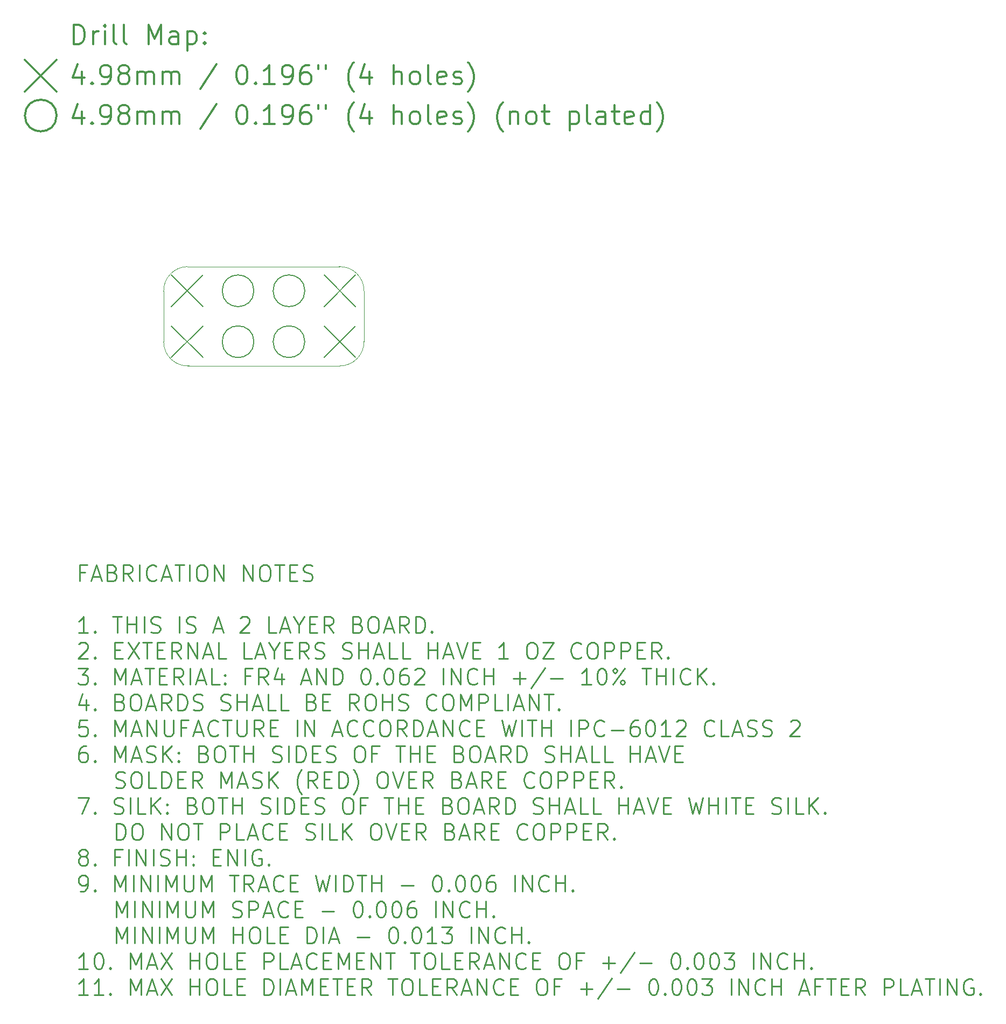
<source format=gbr>
G04 This is an RS-274x file exported by *
G04 gerbv version 2.6.0 *
G04 More information is available about gerbv at *
G04 http://gerbv.gpleda.org/ *
G04 --End of header info--*
%MOIN*%
%FSLAX34Y34*%
%IPPOS*%
G04 --Define apertures--*
%ADD10C,0.0050*%
%ADD11C,0.0079*%
%ADD12C,0.0118*%
%ADD13C,0.0138*%
%ADD14C,0.0016*%
%ADD15C,0.0100*%
G04 --Start main section--*
G54D11*
G01X0007101Y-016110D02*
G01X0009061Y-018071D01*
G01X0009061Y-016110D02*
G01X0007101Y-018071D01*
G01X0007101Y-019260D02*
G01X0009061Y-021220D01*
G01X0009061Y-019260D02*
G01X0007101Y-021220D01*
G01X0016550Y-016110D02*
G01X0018510Y-018071D01*
G01X0018510Y-016110D02*
G01X0016550Y-018071D01*
G01X0016550Y-019260D02*
G01X0018510Y-021220D01*
G01X0018510Y-019260D02*
G01X0016550Y-021220D01*
G01X0012211Y-017090D02*
G75*
G03X0012211Y-017090I-000980J0000000D01*
G01X0012211Y-020240D02*
G75*
G03X0012211Y-020240I-000980J0000000D01*
G01X0015361Y-017090D02*
G75*
G03X0015361Y-017090I-000980J0000000D01*
G01X0015361Y-020240D02*
G75*
G03X0015361Y-020240I-000980J0000000D01*
G54D12*
G01X0001069Y-001834D02*
G01X0001069Y-000652D01*
G01X0001069Y-000652D02*
G01X0001350Y-000652D01*
G01X0001350Y-000652D02*
G01X0001519Y-000709D01*
G01X0001519Y-000709D02*
G01X0001631Y-000821D01*
G01X0001631Y-000821D02*
G01X0001687Y-000934D01*
G01X0001687Y-000934D02*
G01X0001744Y-001159D01*
G01X0001744Y-001159D02*
G01X0001744Y-001327D01*
G01X0001744Y-001327D02*
G01X0001687Y-001552D01*
G01X0001687Y-001552D02*
G01X0001631Y-001665D01*
G01X0001631Y-001665D02*
G01X0001519Y-001777D01*
G01X0001519Y-001777D02*
G01X0001350Y-001834D01*
G01X0001350Y-001834D02*
G01X0001069Y-001834D01*
G01X0002250Y-001834D02*
G01X0002250Y-001046D01*
G01X0002250Y-001271D02*
G01X0002306Y-001159D01*
G01X0002306Y-001159D02*
G01X0002362Y-001102D01*
G01X0002362Y-001102D02*
G01X0002475Y-001046D01*
G01X0002475Y-001046D02*
G01X0002587Y-001046D01*
G01X0002981Y-001834D02*
G01X0002981Y-001046D01*
G01X0002981Y-000652D02*
G01X0002925Y-000709D01*
G01X0002925Y-000709D02*
G01X0002981Y-000765D01*
G01X0002981Y-000765D02*
G01X0003037Y-000709D01*
G01X0003037Y-000709D02*
G01X0002981Y-000652D01*
G01X0002981Y-000652D02*
G01X0002981Y-000765D01*
G01X0003712Y-001834D02*
G01X0003600Y-001777D01*
G01X0003600Y-001777D02*
G01X0003543Y-001665D01*
G01X0003543Y-001665D02*
G01X0003543Y-000652D01*
G01X0004331Y-001834D02*
G01X0004218Y-001777D01*
G01X0004218Y-001777D02*
G01X0004162Y-001665D01*
G01X0004162Y-001665D02*
G01X0004162Y-000652D01*
G01X0005681Y-001834D02*
G01X0005681Y-000652D01*
G01X0005681Y-000652D02*
G01X0006074Y-001496D01*
G01X0006074Y-001496D02*
G01X0006468Y-000652D01*
G01X0006468Y-000652D02*
G01X0006468Y-001834D01*
G01X0007537Y-001834D02*
G01X0007537Y-001215D01*
G01X0007537Y-001215D02*
G01X0007480Y-001102D01*
G01X0007480Y-001102D02*
G01X0007368Y-001046D01*
G01X0007368Y-001046D02*
G01X0007143Y-001046D01*
G01X0007143Y-001046D02*
G01X0007030Y-001102D01*
G01X0007537Y-001777D02*
G01X0007424Y-001834D01*
G01X0007424Y-001834D02*
G01X0007143Y-001834D01*
G01X0007143Y-001834D02*
G01X0007030Y-001777D01*
G01X0007030Y-001777D02*
G01X0006974Y-001665D01*
G01X0006974Y-001665D02*
G01X0006974Y-001552D01*
G01X0006974Y-001552D02*
G01X0007030Y-001440D01*
G01X0007030Y-001440D02*
G01X0007143Y-001384D01*
G01X0007143Y-001384D02*
G01X0007424Y-001384D01*
G01X0007424Y-001384D02*
G01X0007537Y-001327D01*
G01X0008099Y-001046D02*
G01X0008099Y-002227D01*
G01X0008099Y-001102D02*
G01X0008211Y-001046D01*
G01X0008211Y-001046D02*
G01X0008436Y-001046D01*
G01X0008436Y-001046D02*
G01X0008549Y-001102D01*
G01X0008549Y-001102D02*
G01X0008605Y-001159D01*
G01X0008605Y-001159D02*
G01X0008661Y-001271D01*
G01X0008661Y-001271D02*
G01X0008661Y-001609D01*
G01X0008661Y-001609D02*
G01X0008605Y-001721D01*
G01X0008605Y-001721D02*
G01X0008549Y-001777D01*
G01X0008549Y-001777D02*
G01X0008436Y-001834D01*
G01X0008436Y-001834D02*
G01X0008211Y-001834D01*
G01X0008211Y-001834D02*
G01X0008099Y-001777D01*
G01X0009168Y-001721D02*
G01X0009224Y-001777D01*
G01X0009224Y-001777D02*
G01X0009168Y-001834D01*
G01X0009168Y-001834D02*
G01X0009111Y-001777D01*
G01X0009111Y-001777D02*
G01X0009168Y-001721D01*
G01X0009168Y-001721D02*
G01X0009168Y-001834D01*
G01X0009168Y-001102D02*
G01X0009224Y-001159D01*
G01X0009224Y-001159D02*
G01X0009168Y-001215D01*
G01X0009168Y-001215D02*
G01X0009111Y-001159D01*
G01X0009111Y-001159D02*
G01X0009168Y-001102D01*
G01X0009168Y-001102D02*
G01X0009168Y-001215D01*
G01X-001961Y-002799D02*
G01X0000000Y-004760D01*
G01X0000000Y-002799D02*
G01X-001961Y-004760D01*
G01X0001575Y-003526D02*
G01X0001575Y-004314D01*
G01X0001294Y-003076D02*
G01X0001012Y-003920D01*
G01X0001012Y-003920D02*
G01X0001744Y-003920D01*
G01X0002193Y-004201D02*
G01X0002250Y-004258D01*
G01X0002250Y-004258D02*
G01X0002193Y-004314D01*
G01X0002193Y-004314D02*
G01X0002137Y-004258D01*
G01X0002137Y-004258D02*
G01X0002193Y-004201D01*
G01X0002193Y-004201D02*
G01X0002193Y-004314D01*
G01X0002812Y-004314D02*
G01X0003037Y-004314D01*
G01X0003037Y-004314D02*
G01X0003150Y-004258D01*
G01X0003150Y-004258D02*
G01X0003206Y-004201D01*
G01X0003206Y-004201D02*
G01X0003318Y-004033D01*
G01X0003318Y-004033D02*
G01X0003375Y-003808D01*
G01X0003375Y-003808D02*
G01X0003375Y-003358D01*
G01X0003375Y-003358D02*
G01X0003318Y-003245D01*
G01X0003318Y-003245D02*
G01X0003262Y-003189D01*
G01X0003262Y-003189D02*
G01X0003150Y-003133D01*
G01X0003150Y-003133D02*
G01X0002925Y-003133D01*
G01X0002925Y-003133D02*
G01X0002812Y-003189D01*
G01X0002812Y-003189D02*
G01X0002756Y-003245D01*
G01X0002756Y-003245D02*
G01X0002700Y-003358D01*
G01X0002700Y-003358D02*
G01X0002700Y-003639D01*
G01X0002700Y-003639D02*
G01X0002756Y-003751D01*
G01X0002756Y-003751D02*
G01X0002812Y-003808D01*
G01X0002812Y-003808D02*
G01X0002925Y-003864D01*
G01X0002925Y-003864D02*
G01X0003150Y-003864D01*
G01X0003150Y-003864D02*
G01X0003262Y-003808D01*
G01X0003262Y-003808D02*
G01X0003318Y-003751D01*
G01X0003318Y-003751D02*
G01X0003375Y-003639D01*
G01X0004049Y-003639D02*
G01X0003937Y-003583D01*
G01X0003937Y-003583D02*
G01X0003881Y-003526D01*
G01X0003881Y-003526D02*
G01X0003825Y-003414D01*
G01X0003825Y-003414D02*
G01X0003825Y-003358D01*
G01X0003825Y-003358D02*
G01X0003881Y-003245D01*
G01X0003881Y-003245D02*
G01X0003937Y-003189D01*
G01X0003937Y-003189D02*
G01X0004049Y-003133D01*
G01X0004049Y-003133D02*
G01X0004274Y-003133D01*
G01X0004274Y-003133D02*
G01X0004387Y-003189D01*
G01X0004387Y-003189D02*
G01X0004443Y-003245D01*
G01X0004443Y-003245D02*
G01X0004499Y-003358D01*
G01X0004499Y-003358D02*
G01X0004499Y-003414D01*
G01X0004499Y-003414D02*
G01X0004443Y-003526D01*
G01X0004443Y-003526D02*
G01X0004387Y-003583D01*
G01X0004387Y-003583D02*
G01X0004274Y-003639D01*
G01X0004274Y-003639D02*
G01X0004049Y-003639D01*
G01X0004049Y-003639D02*
G01X0003937Y-003695D01*
G01X0003937Y-003695D02*
G01X0003881Y-003751D01*
G01X0003881Y-003751D02*
G01X0003825Y-003864D01*
G01X0003825Y-003864D02*
G01X0003825Y-004089D01*
G01X0003825Y-004089D02*
G01X0003881Y-004201D01*
G01X0003881Y-004201D02*
G01X0003937Y-004258D01*
G01X0003937Y-004258D02*
G01X0004049Y-004314D01*
G01X0004049Y-004314D02*
G01X0004274Y-004314D01*
G01X0004274Y-004314D02*
G01X0004387Y-004258D01*
G01X0004387Y-004258D02*
G01X0004443Y-004201D01*
G01X0004443Y-004201D02*
G01X0004499Y-004089D01*
G01X0004499Y-004089D02*
G01X0004499Y-003864D01*
G01X0004499Y-003864D02*
G01X0004443Y-003751D01*
G01X0004443Y-003751D02*
G01X0004387Y-003695D01*
G01X0004387Y-003695D02*
G01X0004274Y-003639D01*
G01X0005006Y-004314D02*
G01X0005006Y-003526D01*
G01X0005006Y-003639D02*
G01X0005062Y-003583D01*
G01X0005062Y-003583D02*
G01X0005174Y-003526D01*
G01X0005174Y-003526D02*
G01X0005343Y-003526D01*
G01X0005343Y-003526D02*
G01X0005456Y-003583D01*
G01X0005456Y-003583D02*
G01X0005512Y-003695D01*
G01X0005512Y-003695D02*
G01X0005512Y-004314D01*
G01X0005512Y-003695D02*
G01X0005568Y-003583D01*
G01X0005568Y-003583D02*
G01X0005681Y-003526D01*
G01X0005681Y-003526D02*
G01X0005849Y-003526D01*
G01X0005849Y-003526D02*
G01X0005962Y-003583D01*
G01X0005962Y-003583D02*
G01X0006018Y-003695D01*
G01X0006018Y-003695D02*
G01X0006018Y-004314D01*
G01X0006580Y-004314D02*
G01X0006580Y-003526D01*
G01X0006580Y-003639D02*
G01X0006637Y-003583D01*
G01X0006637Y-003583D02*
G01X0006749Y-003526D01*
G01X0006749Y-003526D02*
G01X0006918Y-003526D01*
G01X0006918Y-003526D02*
G01X0007030Y-003583D01*
G01X0007030Y-003583D02*
G01X0007087Y-003695D01*
G01X0007087Y-003695D02*
G01X0007087Y-004314D01*
G01X0007087Y-003695D02*
G01X0007143Y-003583D01*
G01X0007143Y-003583D02*
G01X0007255Y-003526D01*
G01X0007255Y-003526D02*
G01X0007424Y-003526D01*
G01X0007424Y-003526D02*
G01X0007537Y-003583D01*
G01X0007537Y-003583D02*
G01X0007593Y-003695D01*
G01X0007593Y-003695D02*
G01X0007593Y-004314D01*
G01X0009899Y-003076D02*
G01X0008886Y-004595D01*
G01X0011417Y-003133D02*
G01X0011530Y-003133D01*
G01X0011530Y-003133D02*
G01X0011642Y-003189D01*
G01X0011642Y-003189D02*
G01X0011699Y-003245D01*
G01X0011699Y-003245D02*
G01X0011755Y-003358D01*
G01X0011755Y-003358D02*
G01X0011811Y-003583D01*
G01X0011811Y-003583D02*
G01X0011811Y-003864D01*
G01X0011811Y-003864D02*
G01X0011755Y-004089D01*
G01X0011755Y-004089D02*
G01X0011699Y-004201D01*
G01X0011699Y-004201D02*
G01X0011642Y-004258D01*
G01X0011642Y-004258D02*
G01X0011530Y-004314D01*
G01X0011530Y-004314D02*
G01X0011417Y-004314D01*
G01X0011417Y-004314D02*
G01X0011305Y-004258D01*
G01X0011305Y-004258D02*
G01X0011249Y-004201D01*
G01X0011249Y-004201D02*
G01X0011192Y-004089D01*
G01X0011192Y-004089D02*
G01X0011136Y-003864D01*
G01X0011136Y-003864D02*
G01X0011136Y-003583D01*
G01X0011136Y-003583D02*
G01X0011192Y-003358D01*
G01X0011192Y-003358D02*
G01X0011249Y-003245D01*
G01X0011249Y-003245D02*
G01X0011305Y-003189D01*
G01X0011305Y-003189D02*
G01X0011417Y-003133D01*
G01X0012317Y-004201D02*
G01X0012373Y-004258D01*
G01X0012373Y-004258D02*
G01X0012317Y-004314D01*
G01X0012317Y-004314D02*
G01X0012261Y-004258D01*
G01X0012261Y-004258D02*
G01X0012317Y-004201D01*
G01X0012317Y-004201D02*
G01X0012317Y-004314D01*
G01X0013498Y-004314D02*
G01X0012823Y-004314D01*
G01X0013161Y-004314D02*
G01X0013161Y-003133D01*
G01X0013161Y-003133D02*
G01X0013048Y-003301D01*
G01X0013048Y-003301D02*
G01X0012936Y-003414D01*
G01X0012936Y-003414D02*
G01X0012823Y-003470D01*
G01X0014061Y-004314D02*
G01X0014286Y-004314D01*
G01X0014286Y-004314D02*
G01X0014398Y-004258D01*
G01X0014398Y-004258D02*
G01X0014454Y-004201D01*
G01X0014454Y-004201D02*
G01X0014567Y-004033D01*
G01X0014567Y-004033D02*
G01X0014623Y-003808D01*
G01X0014623Y-003808D02*
G01X0014623Y-003358D01*
G01X0014623Y-003358D02*
G01X0014567Y-003245D01*
G01X0014567Y-003245D02*
G01X0014511Y-003189D01*
G01X0014511Y-003189D02*
G01X0014398Y-003133D01*
G01X0014398Y-003133D02*
G01X0014173Y-003133D01*
G01X0014173Y-003133D02*
G01X0014061Y-003189D01*
G01X0014061Y-003189D02*
G01X0014005Y-003245D01*
G01X0014005Y-003245D02*
G01X0013948Y-003358D01*
G01X0013948Y-003358D02*
G01X0013948Y-003639D01*
G01X0013948Y-003639D02*
G01X0014005Y-003751D01*
G01X0014005Y-003751D02*
G01X0014061Y-003808D01*
G01X0014061Y-003808D02*
G01X0014173Y-003864D01*
G01X0014173Y-003864D02*
G01X0014398Y-003864D01*
G01X0014398Y-003864D02*
G01X0014511Y-003808D01*
G01X0014511Y-003808D02*
G01X0014567Y-003751D01*
G01X0014567Y-003751D02*
G01X0014623Y-003639D01*
G01X0015636Y-003133D02*
G01X0015411Y-003133D01*
G01X0015411Y-003133D02*
G01X0015298Y-003189D01*
G01X0015298Y-003189D02*
G01X0015242Y-003245D01*
G01X0015242Y-003245D02*
G01X0015129Y-003414D01*
G01X0015129Y-003414D02*
G01X0015073Y-003639D01*
G01X0015073Y-003639D02*
G01X0015073Y-004089D01*
G01X0015073Y-004089D02*
G01X0015129Y-004201D01*
G01X0015129Y-004201D02*
G01X0015186Y-004258D01*
G01X0015186Y-004258D02*
G01X0015298Y-004314D01*
G01X0015298Y-004314D02*
G01X0015523Y-004314D01*
G01X0015523Y-004314D02*
G01X0015636Y-004258D01*
G01X0015636Y-004258D02*
G01X0015692Y-004201D01*
G01X0015692Y-004201D02*
G01X0015748Y-004089D01*
G01X0015748Y-004089D02*
G01X0015748Y-003808D01*
G01X0015748Y-003808D02*
G01X0015692Y-003695D01*
G01X0015692Y-003695D02*
G01X0015636Y-003639D01*
G01X0015636Y-003639D02*
G01X0015523Y-003583D01*
G01X0015523Y-003583D02*
G01X0015298Y-003583D01*
G01X0015298Y-003583D02*
G01X0015186Y-003639D01*
G01X0015186Y-003639D02*
G01X0015129Y-003695D01*
G01X0015129Y-003695D02*
G01X0015073Y-003808D01*
G01X0016198Y-003133D02*
G01X0016198Y-003358D01*
G01X0016648Y-003133D02*
G01X0016648Y-003358D01*
G01X0018391Y-004764D02*
G01X0018335Y-004708D01*
G01X0018335Y-004708D02*
G01X0018223Y-004539D01*
G01X0018223Y-004539D02*
G01X0018166Y-004426D01*
G01X0018166Y-004426D02*
G01X0018110Y-004258D01*
G01X0018110Y-004258D02*
G01X0018054Y-003976D01*
G01X0018054Y-003976D02*
G01X0018054Y-003751D01*
G01X0018054Y-003751D02*
G01X0018110Y-003470D01*
G01X0018110Y-003470D02*
G01X0018166Y-003301D01*
G01X0018166Y-003301D02*
G01X0018223Y-003189D01*
G01X0018223Y-003189D02*
G01X0018335Y-003020D01*
G01X0018335Y-003020D02*
G01X0018391Y-002964D01*
G01X0019348Y-003526D02*
G01X0019348Y-004314D01*
G01X0019066Y-003076D02*
G01X0018785Y-003920D01*
G01X0018785Y-003920D02*
G01X0019516Y-003920D01*
G01X0020866Y-004314D02*
G01X0020866Y-003133D01*
G01X0021372Y-004314D02*
G01X0021372Y-003695D01*
G01X0021372Y-003695D02*
G01X0021316Y-003583D01*
G01X0021316Y-003583D02*
G01X0021204Y-003526D01*
G01X0021204Y-003526D02*
G01X0021035Y-003526D01*
G01X0021035Y-003526D02*
G01X0020922Y-003583D01*
G01X0020922Y-003583D02*
G01X0020866Y-003639D01*
G01X0022103Y-004314D02*
G01X0021991Y-004258D01*
G01X0021991Y-004258D02*
G01X0021935Y-004201D01*
G01X0021935Y-004201D02*
G01X0021879Y-004089D01*
G01X0021879Y-004089D02*
G01X0021879Y-003751D01*
G01X0021879Y-003751D02*
G01X0021935Y-003639D01*
G01X0021935Y-003639D02*
G01X0021991Y-003583D01*
G01X0021991Y-003583D02*
G01X0022103Y-003526D01*
G01X0022103Y-003526D02*
G01X0022272Y-003526D01*
G01X0022272Y-003526D02*
G01X0022385Y-003583D01*
G01X0022385Y-003583D02*
G01X0022441Y-003639D01*
G01X0022441Y-003639D02*
G01X0022497Y-003751D01*
G01X0022497Y-003751D02*
G01X0022497Y-004089D01*
G01X0022497Y-004089D02*
G01X0022441Y-004201D01*
G01X0022441Y-004201D02*
G01X0022385Y-004258D01*
G01X0022385Y-004258D02*
G01X0022272Y-004314D01*
G01X0022272Y-004314D02*
G01X0022103Y-004314D01*
G01X0023172Y-004314D02*
G01X0023060Y-004258D01*
G01X0023060Y-004258D02*
G01X0023003Y-004145D01*
G01X0023003Y-004145D02*
G01X0023003Y-003133D01*
G01X0024072Y-004258D02*
G01X0023960Y-004314D01*
G01X0023960Y-004314D02*
G01X0023735Y-004314D01*
G01X0023735Y-004314D02*
G01X0023622Y-004258D01*
G01X0023622Y-004258D02*
G01X0023566Y-004145D01*
G01X0023566Y-004145D02*
G01X0023566Y-003695D01*
G01X0023566Y-003695D02*
G01X0023622Y-003583D01*
G01X0023622Y-003583D02*
G01X0023735Y-003526D01*
G01X0023735Y-003526D02*
G01X0023960Y-003526D01*
G01X0023960Y-003526D02*
G01X0024072Y-003583D01*
G01X0024072Y-003583D02*
G01X0024128Y-003695D01*
G01X0024128Y-003695D02*
G01X0024128Y-003808D01*
G01X0024128Y-003808D02*
G01X0023566Y-003920D01*
G01X0024578Y-004258D02*
G01X0024691Y-004314D01*
G01X0024691Y-004314D02*
G01X0024916Y-004314D01*
G01X0024916Y-004314D02*
G01X0025028Y-004258D01*
G01X0025028Y-004258D02*
G01X0025084Y-004145D01*
G01X0025084Y-004145D02*
G01X0025084Y-004089D01*
G01X0025084Y-004089D02*
G01X0025028Y-003976D01*
G01X0025028Y-003976D02*
G01X0024916Y-003920D01*
G01X0024916Y-003920D02*
G01X0024747Y-003920D01*
G01X0024747Y-003920D02*
G01X0024634Y-003864D01*
G01X0024634Y-003864D02*
G01X0024578Y-003751D01*
G01X0024578Y-003751D02*
G01X0024578Y-003695D01*
G01X0024578Y-003695D02*
G01X0024634Y-003583D01*
G01X0024634Y-003583D02*
G01X0024747Y-003526D01*
G01X0024747Y-003526D02*
G01X0024916Y-003526D01*
G01X0024916Y-003526D02*
G01X0025028Y-003583D01*
G01X0025478Y-004764D02*
G01X0025534Y-004708D01*
G01X0025534Y-004708D02*
G01X0025647Y-004539D01*
G01X0025647Y-004539D02*
G01X0025703Y-004426D01*
G01X0025703Y-004426D02*
G01X0025759Y-004258D01*
G01X0025759Y-004258D02*
G01X0025816Y-003976D01*
G01X0025816Y-003976D02*
G01X0025816Y-003751D01*
G01X0025816Y-003751D02*
G01X0025759Y-003470D01*
G01X0025759Y-003470D02*
G01X0025703Y-003301D01*
G01X0025703Y-003301D02*
G01X0025647Y-003189D01*
G01X0025647Y-003189D02*
G01X0025534Y-003020D01*
G01X0025534Y-003020D02*
G01X0025478Y-002964D01*
G01X0000000Y-006252D02*
G75*
G03X0000000Y-006252I-000980J0000000D01*
G01X0001575Y-005999D02*
G01X0001575Y-006786D01*
G01X0001294Y-005549D02*
G01X0001012Y-006393D01*
G01X0001012Y-006393D02*
G01X0001744Y-006393D01*
G01X0002193Y-006674D02*
G01X0002250Y-006730D01*
G01X0002250Y-006730D02*
G01X0002193Y-006786D01*
G01X0002193Y-006786D02*
G01X0002137Y-006730D01*
G01X0002137Y-006730D02*
G01X0002193Y-006674D01*
G01X0002193Y-006674D02*
G01X0002193Y-006786D01*
G01X0002812Y-006786D02*
G01X0003037Y-006786D01*
G01X0003037Y-006786D02*
G01X0003150Y-006730D01*
G01X0003150Y-006730D02*
G01X0003206Y-006674D01*
G01X0003206Y-006674D02*
G01X0003318Y-006505D01*
G01X0003318Y-006505D02*
G01X0003375Y-006280D01*
G01X0003375Y-006280D02*
G01X0003375Y-005830D01*
G01X0003375Y-005830D02*
G01X0003318Y-005718D01*
G01X0003318Y-005718D02*
G01X0003262Y-005661D01*
G01X0003262Y-005661D02*
G01X0003150Y-005605D01*
G01X0003150Y-005605D02*
G01X0002925Y-005605D01*
G01X0002925Y-005605D02*
G01X0002812Y-005661D01*
G01X0002812Y-005661D02*
G01X0002756Y-005718D01*
G01X0002756Y-005718D02*
G01X0002700Y-005830D01*
G01X0002700Y-005830D02*
G01X0002700Y-006111D01*
G01X0002700Y-006111D02*
G01X0002756Y-006224D01*
G01X0002756Y-006224D02*
G01X0002812Y-006280D01*
G01X0002812Y-006280D02*
G01X0002925Y-006336D01*
G01X0002925Y-006336D02*
G01X0003150Y-006336D01*
G01X0003150Y-006336D02*
G01X0003262Y-006280D01*
G01X0003262Y-006280D02*
G01X0003318Y-006224D01*
G01X0003318Y-006224D02*
G01X0003375Y-006111D01*
G01X0004049Y-006111D02*
G01X0003937Y-006055D01*
G01X0003937Y-006055D02*
G01X0003881Y-005999D01*
G01X0003881Y-005999D02*
G01X0003825Y-005886D01*
G01X0003825Y-005886D02*
G01X0003825Y-005830D01*
G01X0003825Y-005830D02*
G01X0003881Y-005718D01*
G01X0003881Y-005718D02*
G01X0003937Y-005661D01*
G01X0003937Y-005661D02*
G01X0004049Y-005605D01*
G01X0004049Y-005605D02*
G01X0004274Y-005605D01*
G01X0004274Y-005605D02*
G01X0004387Y-005661D01*
G01X0004387Y-005661D02*
G01X0004443Y-005718D01*
G01X0004443Y-005718D02*
G01X0004499Y-005830D01*
G01X0004499Y-005830D02*
G01X0004499Y-005886D01*
G01X0004499Y-005886D02*
G01X0004443Y-005999D01*
G01X0004443Y-005999D02*
G01X0004387Y-006055D01*
G01X0004387Y-006055D02*
G01X0004274Y-006111D01*
G01X0004274Y-006111D02*
G01X0004049Y-006111D01*
G01X0004049Y-006111D02*
G01X0003937Y-006168D01*
G01X0003937Y-006168D02*
G01X0003881Y-006224D01*
G01X0003881Y-006224D02*
G01X0003825Y-006336D01*
G01X0003825Y-006336D02*
G01X0003825Y-006561D01*
G01X0003825Y-006561D02*
G01X0003881Y-006674D01*
G01X0003881Y-006674D02*
G01X0003937Y-006730D01*
G01X0003937Y-006730D02*
G01X0004049Y-006786D01*
G01X0004049Y-006786D02*
G01X0004274Y-006786D01*
G01X0004274Y-006786D02*
G01X0004387Y-006730D01*
G01X0004387Y-006730D02*
G01X0004443Y-006674D01*
G01X0004443Y-006674D02*
G01X0004499Y-006561D01*
G01X0004499Y-006561D02*
G01X0004499Y-006336D01*
G01X0004499Y-006336D02*
G01X0004443Y-006224D01*
G01X0004443Y-006224D02*
G01X0004387Y-006168D01*
G01X0004387Y-006168D02*
G01X0004274Y-006111D01*
G01X0005006Y-006786D02*
G01X0005006Y-005999D01*
G01X0005006Y-006111D02*
G01X0005062Y-006055D01*
G01X0005062Y-006055D02*
G01X0005174Y-005999D01*
G01X0005174Y-005999D02*
G01X0005343Y-005999D01*
G01X0005343Y-005999D02*
G01X0005456Y-006055D01*
G01X0005456Y-006055D02*
G01X0005512Y-006168D01*
G01X0005512Y-006168D02*
G01X0005512Y-006786D01*
G01X0005512Y-006168D02*
G01X0005568Y-006055D01*
G01X0005568Y-006055D02*
G01X0005681Y-005999D01*
G01X0005681Y-005999D02*
G01X0005849Y-005999D01*
G01X0005849Y-005999D02*
G01X0005962Y-006055D01*
G01X0005962Y-006055D02*
G01X0006018Y-006168D01*
G01X0006018Y-006168D02*
G01X0006018Y-006786D01*
G01X0006580Y-006786D02*
G01X0006580Y-005999D01*
G01X0006580Y-006111D02*
G01X0006637Y-006055D01*
G01X0006637Y-006055D02*
G01X0006749Y-005999D01*
G01X0006749Y-005999D02*
G01X0006918Y-005999D01*
G01X0006918Y-005999D02*
G01X0007030Y-006055D01*
G01X0007030Y-006055D02*
G01X0007087Y-006168D01*
G01X0007087Y-006168D02*
G01X0007087Y-006786D01*
G01X0007087Y-006168D02*
G01X0007143Y-006055D01*
G01X0007143Y-006055D02*
G01X0007255Y-005999D01*
G01X0007255Y-005999D02*
G01X0007424Y-005999D01*
G01X0007424Y-005999D02*
G01X0007537Y-006055D01*
G01X0007537Y-006055D02*
G01X0007593Y-006168D01*
G01X0007593Y-006168D02*
G01X0007593Y-006786D01*
G01X0009899Y-005549D02*
G01X0008886Y-007067D01*
G01X0011417Y-005605D02*
G01X0011530Y-005605D01*
G01X0011530Y-005605D02*
G01X0011642Y-005661D01*
G01X0011642Y-005661D02*
G01X0011699Y-005718D01*
G01X0011699Y-005718D02*
G01X0011755Y-005830D01*
G01X0011755Y-005830D02*
G01X0011811Y-006055D01*
G01X0011811Y-006055D02*
G01X0011811Y-006336D01*
G01X0011811Y-006336D02*
G01X0011755Y-006561D01*
G01X0011755Y-006561D02*
G01X0011699Y-006674D01*
G01X0011699Y-006674D02*
G01X0011642Y-006730D01*
G01X0011642Y-006730D02*
G01X0011530Y-006786D01*
G01X0011530Y-006786D02*
G01X0011417Y-006786D01*
G01X0011417Y-006786D02*
G01X0011305Y-006730D01*
G01X0011305Y-006730D02*
G01X0011249Y-006674D01*
G01X0011249Y-006674D02*
G01X0011192Y-006561D01*
G01X0011192Y-006561D02*
G01X0011136Y-006336D01*
G01X0011136Y-006336D02*
G01X0011136Y-006055D01*
G01X0011136Y-006055D02*
G01X0011192Y-005830D01*
G01X0011192Y-005830D02*
G01X0011249Y-005718D01*
G01X0011249Y-005718D02*
G01X0011305Y-005661D01*
G01X0011305Y-005661D02*
G01X0011417Y-005605D01*
G01X0012317Y-006674D02*
G01X0012373Y-006730D01*
G01X0012373Y-006730D02*
G01X0012317Y-006786D01*
G01X0012317Y-006786D02*
G01X0012261Y-006730D01*
G01X0012261Y-006730D02*
G01X0012317Y-006674D01*
G01X0012317Y-006674D02*
G01X0012317Y-006786D01*
G01X0013498Y-006786D02*
G01X0012823Y-006786D01*
G01X0013161Y-006786D02*
G01X0013161Y-005605D01*
G01X0013161Y-005605D02*
G01X0013048Y-005774D01*
G01X0013048Y-005774D02*
G01X0012936Y-005886D01*
G01X0012936Y-005886D02*
G01X0012823Y-005943D01*
G01X0014061Y-006786D02*
G01X0014286Y-006786D01*
G01X0014286Y-006786D02*
G01X0014398Y-006730D01*
G01X0014398Y-006730D02*
G01X0014454Y-006674D01*
G01X0014454Y-006674D02*
G01X0014567Y-006505D01*
G01X0014567Y-006505D02*
G01X0014623Y-006280D01*
G01X0014623Y-006280D02*
G01X0014623Y-005830D01*
G01X0014623Y-005830D02*
G01X0014567Y-005718D01*
G01X0014567Y-005718D02*
G01X0014511Y-005661D01*
G01X0014511Y-005661D02*
G01X0014398Y-005605D01*
G01X0014398Y-005605D02*
G01X0014173Y-005605D01*
G01X0014173Y-005605D02*
G01X0014061Y-005661D01*
G01X0014061Y-005661D02*
G01X0014005Y-005718D01*
G01X0014005Y-005718D02*
G01X0013948Y-005830D01*
G01X0013948Y-005830D02*
G01X0013948Y-006111D01*
G01X0013948Y-006111D02*
G01X0014005Y-006224D01*
G01X0014005Y-006224D02*
G01X0014061Y-006280D01*
G01X0014061Y-006280D02*
G01X0014173Y-006336D01*
G01X0014173Y-006336D02*
G01X0014398Y-006336D01*
G01X0014398Y-006336D02*
G01X0014511Y-006280D01*
G01X0014511Y-006280D02*
G01X0014567Y-006224D01*
G01X0014567Y-006224D02*
G01X0014623Y-006111D01*
G01X0015636Y-005605D02*
G01X0015411Y-005605D01*
G01X0015411Y-005605D02*
G01X0015298Y-005661D01*
G01X0015298Y-005661D02*
G01X0015242Y-005718D01*
G01X0015242Y-005718D02*
G01X0015129Y-005886D01*
G01X0015129Y-005886D02*
G01X0015073Y-006111D01*
G01X0015073Y-006111D02*
G01X0015073Y-006561D01*
G01X0015073Y-006561D02*
G01X0015129Y-006674D01*
G01X0015129Y-006674D02*
G01X0015186Y-006730D01*
G01X0015186Y-006730D02*
G01X0015298Y-006786D01*
G01X0015298Y-006786D02*
G01X0015523Y-006786D01*
G01X0015523Y-006786D02*
G01X0015636Y-006730D01*
G01X0015636Y-006730D02*
G01X0015692Y-006674D01*
G01X0015692Y-006674D02*
G01X0015748Y-006561D01*
G01X0015748Y-006561D02*
G01X0015748Y-006280D01*
G01X0015748Y-006280D02*
G01X0015692Y-006168D01*
G01X0015692Y-006168D02*
G01X0015636Y-006111D01*
G01X0015636Y-006111D02*
G01X0015523Y-006055D01*
G01X0015523Y-006055D02*
G01X0015298Y-006055D01*
G01X0015298Y-006055D02*
G01X0015186Y-006111D01*
G01X0015186Y-006111D02*
G01X0015129Y-006168D01*
G01X0015129Y-006168D02*
G01X0015073Y-006280D01*
G01X0016198Y-005605D02*
G01X0016198Y-005830D01*
G01X0016648Y-005605D02*
G01X0016648Y-005830D01*
G01X0018391Y-007236D02*
G01X0018335Y-007180D01*
G01X0018335Y-007180D02*
G01X0018223Y-007011D01*
G01X0018223Y-007011D02*
G01X0018166Y-006899D01*
G01X0018166Y-006899D02*
G01X0018110Y-006730D01*
G01X0018110Y-006730D02*
G01X0018054Y-006449D01*
G01X0018054Y-006449D02*
G01X0018054Y-006224D01*
G01X0018054Y-006224D02*
G01X0018110Y-005943D01*
G01X0018110Y-005943D02*
G01X0018166Y-005774D01*
G01X0018166Y-005774D02*
G01X0018223Y-005661D01*
G01X0018223Y-005661D02*
G01X0018335Y-005493D01*
G01X0018335Y-005493D02*
G01X0018391Y-005436D01*
G01X0019348Y-005999D02*
G01X0019348Y-006786D01*
G01X0019066Y-005549D02*
G01X0018785Y-006393D01*
G01X0018785Y-006393D02*
G01X0019516Y-006393D01*
G01X0020866Y-006786D02*
G01X0020866Y-005605D01*
G01X0021372Y-006786D02*
G01X0021372Y-006168D01*
G01X0021372Y-006168D02*
G01X0021316Y-006055D01*
G01X0021316Y-006055D02*
G01X0021204Y-005999D01*
G01X0021204Y-005999D02*
G01X0021035Y-005999D01*
G01X0021035Y-005999D02*
G01X0020922Y-006055D01*
G01X0020922Y-006055D02*
G01X0020866Y-006111D01*
G01X0022103Y-006786D02*
G01X0021991Y-006730D01*
G01X0021991Y-006730D02*
G01X0021935Y-006674D01*
G01X0021935Y-006674D02*
G01X0021879Y-006561D01*
G01X0021879Y-006561D02*
G01X0021879Y-006224D01*
G01X0021879Y-006224D02*
G01X0021935Y-006111D01*
G01X0021935Y-006111D02*
G01X0021991Y-006055D01*
G01X0021991Y-006055D02*
G01X0022103Y-005999D01*
G01X0022103Y-005999D02*
G01X0022272Y-005999D01*
G01X0022272Y-005999D02*
G01X0022385Y-006055D01*
G01X0022385Y-006055D02*
G01X0022441Y-006111D01*
G01X0022441Y-006111D02*
G01X0022497Y-006224D01*
G01X0022497Y-006224D02*
G01X0022497Y-006561D01*
G01X0022497Y-006561D02*
G01X0022441Y-006674D01*
G01X0022441Y-006674D02*
G01X0022385Y-006730D01*
G01X0022385Y-006730D02*
G01X0022272Y-006786D01*
G01X0022272Y-006786D02*
G01X0022103Y-006786D01*
G01X0023172Y-006786D02*
G01X0023060Y-006730D01*
G01X0023060Y-006730D02*
G01X0023003Y-006618D01*
G01X0023003Y-006618D02*
G01X0023003Y-005605D01*
G01X0024072Y-006730D02*
G01X0023960Y-006786D01*
G01X0023960Y-006786D02*
G01X0023735Y-006786D01*
G01X0023735Y-006786D02*
G01X0023622Y-006730D01*
G01X0023622Y-006730D02*
G01X0023566Y-006618D01*
G01X0023566Y-006618D02*
G01X0023566Y-006168D01*
G01X0023566Y-006168D02*
G01X0023622Y-006055D01*
G01X0023622Y-006055D02*
G01X0023735Y-005999D01*
G01X0023735Y-005999D02*
G01X0023960Y-005999D01*
G01X0023960Y-005999D02*
G01X0024072Y-006055D01*
G01X0024072Y-006055D02*
G01X0024128Y-006168D01*
G01X0024128Y-006168D02*
G01X0024128Y-006280D01*
G01X0024128Y-006280D02*
G01X0023566Y-006393D01*
G01X0024578Y-006730D02*
G01X0024691Y-006786D01*
G01X0024691Y-006786D02*
G01X0024916Y-006786D01*
G01X0024916Y-006786D02*
G01X0025028Y-006730D01*
G01X0025028Y-006730D02*
G01X0025084Y-006618D01*
G01X0025084Y-006618D02*
G01X0025084Y-006561D01*
G01X0025084Y-006561D02*
G01X0025028Y-006449D01*
G01X0025028Y-006449D02*
G01X0024916Y-006393D01*
G01X0024916Y-006393D02*
G01X0024747Y-006393D01*
G01X0024747Y-006393D02*
G01X0024634Y-006336D01*
G01X0024634Y-006336D02*
G01X0024578Y-006224D01*
G01X0024578Y-006224D02*
G01X0024578Y-006168D01*
G01X0024578Y-006168D02*
G01X0024634Y-006055D01*
G01X0024634Y-006055D02*
G01X0024747Y-005999D01*
G01X0024747Y-005999D02*
G01X0024916Y-005999D01*
G01X0024916Y-005999D02*
G01X0025028Y-006055D01*
G01X0025478Y-007236D02*
G01X0025534Y-007180D01*
G01X0025534Y-007180D02*
G01X0025647Y-007011D01*
G01X0025647Y-007011D02*
G01X0025703Y-006899D01*
G01X0025703Y-006899D02*
G01X0025759Y-006730D01*
G01X0025759Y-006730D02*
G01X0025816Y-006449D01*
G01X0025816Y-006449D02*
G01X0025816Y-006224D01*
G01X0025816Y-006224D02*
G01X0025759Y-005943D01*
G01X0025759Y-005943D02*
G01X0025703Y-005774D01*
G01X0025703Y-005774D02*
G01X0025647Y-005661D01*
G01X0025647Y-005661D02*
G01X0025534Y-005493D01*
G01X0025534Y-005493D02*
G01X0025478Y-005436D01*
G01X0027615Y-007236D02*
G01X0027559Y-007180D01*
G01X0027559Y-007180D02*
G01X0027447Y-007011D01*
G01X0027447Y-007011D02*
G01X0027390Y-006899D01*
G01X0027390Y-006899D02*
G01X0027334Y-006730D01*
G01X0027334Y-006730D02*
G01X0027278Y-006449D01*
G01X0027278Y-006449D02*
G01X0027278Y-006224D01*
G01X0027278Y-006224D02*
G01X0027334Y-005943D01*
G01X0027334Y-005943D02*
G01X0027390Y-005774D01*
G01X0027390Y-005774D02*
G01X0027447Y-005661D01*
G01X0027447Y-005661D02*
G01X0027559Y-005493D01*
G01X0027559Y-005493D02*
G01X0027615Y-005436D01*
G01X0028065Y-005999D02*
G01X0028065Y-006786D01*
G01X0028065Y-006111D02*
G01X0028121Y-006055D01*
G01X0028121Y-006055D02*
G01X0028234Y-005999D01*
G01X0028234Y-005999D02*
G01X0028403Y-005999D01*
G01X0028403Y-005999D02*
G01X0028515Y-006055D01*
G01X0028515Y-006055D02*
G01X0028571Y-006168D01*
G01X0028571Y-006168D02*
G01X0028571Y-006786D01*
G01X0029303Y-006786D02*
G01X0029190Y-006730D01*
G01X0029190Y-006730D02*
G01X0029134Y-006674D01*
G01X0029134Y-006674D02*
G01X0029078Y-006561D01*
G01X0029078Y-006561D02*
G01X0029078Y-006224D01*
G01X0029078Y-006224D02*
G01X0029134Y-006111D01*
G01X0029134Y-006111D02*
G01X0029190Y-006055D01*
G01X0029190Y-006055D02*
G01X0029303Y-005999D01*
G01X0029303Y-005999D02*
G01X0029471Y-005999D01*
G01X0029471Y-005999D02*
G01X0029584Y-006055D01*
G01X0029584Y-006055D02*
G01X0029640Y-006111D01*
G01X0029640Y-006111D02*
G01X0029696Y-006224D01*
G01X0029696Y-006224D02*
G01X0029696Y-006561D01*
G01X0029696Y-006561D02*
G01X0029640Y-006674D01*
G01X0029640Y-006674D02*
G01X0029584Y-006730D01*
G01X0029584Y-006730D02*
G01X0029471Y-006786D01*
G01X0029471Y-006786D02*
G01X0029303Y-006786D01*
G01X0030034Y-005999D02*
G01X0030484Y-005999D01*
G01X0030202Y-005605D02*
G01X0030202Y-006618D01*
G01X0030202Y-006618D02*
G01X0030259Y-006730D01*
G01X0030259Y-006730D02*
G01X0030371Y-006786D01*
G01X0030371Y-006786D02*
G01X0030484Y-006786D01*
G01X0031777Y-005999D02*
G01X0031777Y-007180D01*
G01X0031777Y-006055D02*
G01X0031890Y-005999D01*
G01X0031890Y-005999D02*
G01X0032115Y-005999D01*
G01X0032115Y-005999D02*
G01X0032227Y-006055D01*
G01X0032227Y-006055D02*
G01X0032283Y-006111D01*
G01X0032283Y-006111D02*
G01X0032340Y-006224D01*
G01X0032340Y-006224D02*
G01X0032340Y-006561D01*
G01X0032340Y-006561D02*
G01X0032283Y-006674D01*
G01X0032283Y-006674D02*
G01X0032227Y-006730D01*
G01X0032227Y-006730D02*
G01X0032115Y-006786D01*
G01X0032115Y-006786D02*
G01X0031890Y-006786D01*
G01X0031890Y-006786D02*
G01X0031777Y-006730D01*
G01X0033015Y-006786D02*
G01X0032902Y-006730D01*
G01X0032902Y-006730D02*
G01X0032846Y-006618D01*
G01X0032846Y-006618D02*
G01X0032846Y-005605D01*
G01X0033971Y-006786D02*
G01X0033971Y-006168D01*
G01X0033971Y-006168D02*
G01X0033915Y-006055D01*
G01X0033915Y-006055D02*
G01X0033802Y-005999D01*
G01X0033802Y-005999D02*
G01X0033577Y-005999D01*
G01X0033577Y-005999D02*
G01X0033465Y-006055D01*
G01X0033971Y-006730D02*
G01X0033858Y-006786D01*
G01X0033858Y-006786D02*
G01X0033577Y-006786D01*
G01X0033577Y-006786D02*
G01X0033465Y-006730D01*
G01X0033465Y-006730D02*
G01X0033408Y-006618D01*
G01X0033408Y-006618D02*
G01X0033408Y-006505D01*
G01X0033408Y-006505D02*
G01X0033465Y-006393D01*
G01X0033465Y-006393D02*
G01X0033577Y-006336D01*
G01X0033577Y-006336D02*
G01X0033858Y-006336D01*
G01X0033858Y-006336D02*
G01X0033971Y-006280D01*
G01X0034364Y-005999D02*
G01X0034814Y-005999D01*
G01X0034533Y-005605D02*
G01X0034533Y-006618D01*
G01X0034533Y-006618D02*
G01X0034589Y-006730D01*
G01X0034589Y-006730D02*
G01X0034702Y-006786D01*
G01X0034702Y-006786D02*
G01X0034814Y-006786D01*
G01X0035658Y-006730D02*
G01X0035546Y-006786D01*
G01X0035546Y-006786D02*
G01X0035321Y-006786D01*
G01X0035321Y-006786D02*
G01X0035208Y-006730D01*
G01X0035208Y-006730D02*
G01X0035152Y-006618D01*
G01X0035152Y-006618D02*
G01X0035152Y-006168D01*
G01X0035152Y-006168D02*
G01X0035208Y-006055D01*
G01X0035208Y-006055D02*
G01X0035321Y-005999D01*
G01X0035321Y-005999D02*
G01X0035546Y-005999D01*
G01X0035546Y-005999D02*
G01X0035658Y-006055D01*
G01X0035658Y-006055D02*
G01X0035714Y-006168D01*
G01X0035714Y-006168D02*
G01X0035714Y-006280D01*
G01X0035714Y-006280D02*
G01X0035152Y-006393D01*
G01X0036727Y-006786D02*
G01X0036727Y-005605D01*
G01X0036727Y-006730D02*
G01X0036614Y-006786D01*
G01X0036614Y-006786D02*
G01X0036389Y-006786D01*
G01X0036389Y-006786D02*
G01X0036277Y-006730D01*
G01X0036277Y-006730D02*
G01X0036220Y-006674D01*
G01X0036220Y-006674D02*
G01X0036164Y-006561D01*
G01X0036164Y-006561D02*
G01X0036164Y-006224D01*
G01X0036164Y-006224D02*
G01X0036220Y-006111D01*
G01X0036220Y-006111D02*
G01X0036277Y-006055D01*
G01X0036277Y-006055D02*
G01X0036389Y-005999D01*
G01X0036389Y-005999D02*
G01X0036614Y-005999D01*
G01X0036614Y-005999D02*
G01X0036727Y-006055D01*
G01X0037177Y-007236D02*
G01X0037233Y-007180D01*
G01X0037233Y-007180D02*
G01X0037345Y-007011D01*
G01X0037345Y-007011D02*
G01X0037402Y-006899D01*
G01X0037402Y-006899D02*
G01X0037458Y-006730D01*
G01X0037458Y-006730D02*
G01X0037514Y-006449D01*
G01X0037514Y-006449D02*
G01X0037514Y-006224D01*
G01X0037514Y-006224D02*
G01X0037458Y-005943D01*
G01X0037458Y-005943D02*
G01X0037402Y-005774D01*
G01X0037402Y-005774D02*
G01X0037345Y-005661D01*
G01X0037345Y-005661D02*
G01X0037233Y-005493D01*
G01X0037233Y-005493D02*
G01X0037177Y-005436D01*
G01X0000000Y0000000D02*
G54D14*
G01X0008081Y-015594D02*
G75*
G03X0006627Y-017130I0000042J-001496D01*
G01X0006624Y-020240D02*
G75*
G03X0008243Y-021736I0001501J0000000D01*
G01X0017530Y-021737D02*
G75*
G03X0019026Y-020201I0000000J0001497D01*
G01X0019027Y-017090D02*
G75*
G03X0017491Y-015594I-001497J0000000D01*
G01X0019026Y-017090D02*
G01X0019026Y-020240D01*
G01X0017530Y-015594D02*
G01X0008081Y-015594D01*
G01X0017530Y-021736D02*
G01X0008081Y-021736D01*
G01X0006624Y-017090D02*
G01X0006624Y-020240D01*
G01X0000000Y0000000D02*
G54D15*
G01X0001751Y-034519D02*
G01X0001418Y-034519D01*
G01X0001418Y-035042D02*
G01X0001418Y-034042D01*
G01X0001418Y-034042D02*
G01X0001894Y-034042D01*
G01X0002228Y-034757D02*
G01X0002704Y-034757D01*
G01X0002132Y-035042D02*
G01X0002466Y-034042D01*
G01X0002466Y-034042D02*
G01X0002799Y-035042D01*
G01X0003466Y-034519D02*
G01X0003609Y-034566D01*
G01X0003609Y-034566D02*
G01X0003656Y-034614D01*
G01X0003656Y-034614D02*
G01X0003704Y-034709D01*
G01X0003704Y-034709D02*
G01X0003704Y-034852D01*
G01X0003704Y-034852D02*
G01X0003656Y-034947D01*
G01X0003656Y-034947D02*
G01X0003609Y-034995D01*
G01X0003609Y-034995D02*
G01X0003513Y-035042D01*
G01X0003513Y-035042D02*
G01X0003132Y-035042D01*
G01X0003132Y-035042D02*
G01X0003132Y-034042D01*
G01X0003132Y-034042D02*
G01X0003466Y-034042D01*
G01X0003466Y-034042D02*
G01X0003561Y-034090D01*
G01X0003561Y-034090D02*
G01X0003609Y-034138D01*
G01X0003609Y-034138D02*
G01X0003656Y-034233D01*
G01X0003656Y-034233D02*
G01X0003656Y-034328D01*
G01X0003656Y-034328D02*
G01X0003609Y-034423D01*
G01X0003609Y-034423D02*
G01X0003561Y-034471D01*
G01X0003561Y-034471D02*
G01X0003466Y-034519D01*
G01X0003466Y-034519D02*
G01X0003132Y-034519D01*
G01X0004704Y-035042D02*
G01X0004370Y-034566D01*
G01X0004132Y-035042D02*
G01X0004132Y-034042D01*
G01X0004132Y-034042D02*
G01X0004513Y-034042D01*
G01X0004513Y-034042D02*
G01X0004609Y-034090D01*
G01X0004609Y-034090D02*
G01X0004656Y-034138D01*
G01X0004656Y-034138D02*
G01X0004704Y-034233D01*
G01X0004704Y-034233D02*
G01X0004704Y-034376D01*
G01X0004704Y-034376D02*
G01X0004656Y-034471D01*
G01X0004656Y-034471D02*
G01X0004609Y-034519D01*
G01X0004609Y-034519D02*
G01X0004513Y-034566D01*
G01X0004513Y-034566D02*
G01X0004132Y-034566D01*
G01X0005132Y-035042D02*
G01X0005132Y-034042D01*
G01X0006180Y-034947D02*
G01X0006132Y-034995D01*
G01X0006132Y-034995D02*
G01X0005990Y-035042D01*
G01X0005990Y-035042D02*
G01X0005894Y-035042D01*
G01X0005894Y-035042D02*
G01X0005751Y-034995D01*
G01X0005751Y-034995D02*
G01X0005656Y-034900D01*
G01X0005656Y-034900D02*
G01X0005609Y-034804D01*
G01X0005609Y-034804D02*
G01X0005561Y-034614D01*
G01X0005561Y-034614D02*
G01X0005561Y-034471D01*
G01X0005561Y-034471D02*
G01X0005609Y-034280D01*
G01X0005609Y-034280D02*
G01X0005656Y-034185D01*
G01X0005656Y-034185D02*
G01X0005751Y-034090D01*
G01X0005751Y-034090D02*
G01X0005894Y-034042D01*
G01X0005894Y-034042D02*
G01X0005990Y-034042D01*
G01X0005990Y-034042D02*
G01X0006132Y-034090D01*
G01X0006132Y-034090D02*
G01X0006180Y-034138D01*
G01X0006561Y-034757D02*
G01X0007037Y-034757D01*
G01X0006466Y-035042D02*
G01X0006799Y-034042D01*
G01X0006799Y-034042D02*
G01X0007132Y-035042D01*
G01X0007323Y-034042D02*
G01X0007894Y-034042D01*
G01X0007609Y-035042D02*
G01X0007609Y-034042D01*
G01X0008228Y-035042D02*
G01X0008228Y-034042D01*
G01X0008894Y-034042D02*
G01X0009085Y-034042D01*
G01X0009085Y-034042D02*
G01X0009180Y-034090D01*
G01X0009180Y-034090D02*
G01X0009275Y-034185D01*
G01X0009275Y-034185D02*
G01X0009323Y-034376D01*
G01X0009323Y-034376D02*
G01X0009323Y-034709D01*
G01X0009323Y-034709D02*
G01X0009275Y-034900D01*
G01X0009275Y-034900D02*
G01X0009180Y-034995D01*
G01X0009180Y-034995D02*
G01X0009085Y-035042D01*
G01X0009085Y-035042D02*
G01X0008894Y-035042D01*
G01X0008894Y-035042D02*
G01X0008799Y-034995D01*
G01X0008799Y-034995D02*
G01X0008704Y-034900D01*
G01X0008704Y-034900D02*
G01X0008656Y-034709D01*
G01X0008656Y-034709D02*
G01X0008656Y-034376D01*
G01X0008656Y-034376D02*
G01X0008704Y-034185D01*
G01X0008704Y-034185D02*
G01X0008799Y-034090D01*
G01X0008799Y-034090D02*
G01X0008894Y-034042D01*
G01X0009751Y-035042D02*
G01X0009751Y-034042D01*
G01X0009751Y-034042D02*
G01X0010323Y-035042D01*
G01X0010323Y-035042D02*
G01X0010323Y-034042D01*
G01X0011561Y-035042D02*
G01X0011561Y-034042D01*
G01X0011561Y-034042D02*
G01X0012132Y-035042D01*
G01X0012132Y-035042D02*
G01X0012132Y-034042D01*
G01X0012799Y-034042D02*
G01X0012990Y-034042D01*
G01X0012990Y-034042D02*
G01X0013085Y-034090D01*
G01X0013085Y-034090D02*
G01X0013180Y-034185D01*
G01X0013180Y-034185D02*
G01X0013228Y-034376D01*
G01X0013228Y-034376D02*
G01X0013228Y-034709D01*
G01X0013228Y-034709D02*
G01X0013180Y-034900D01*
G01X0013180Y-034900D02*
G01X0013085Y-034995D01*
G01X0013085Y-034995D02*
G01X0012990Y-035042D01*
G01X0012990Y-035042D02*
G01X0012799Y-035042D01*
G01X0012799Y-035042D02*
G01X0012704Y-034995D01*
G01X0012704Y-034995D02*
G01X0012609Y-034900D01*
G01X0012609Y-034900D02*
G01X0012561Y-034709D01*
G01X0012561Y-034709D02*
G01X0012561Y-034376D01*
G01X0012561Y-034376D02*
G01X0012609Y-034185D01*
G01X0012609Y-034185D02*
G01X0012704Y-034090D01*
G01X0012704Y-034090D02*
G01X0012799Y-034042D01*
G01X0013513Y-034042D02*
G01X0014085Y-034042D01*
G01X0013799Y-035042D02*
G01X0013799Y-034042D01*
G01X0014418Y-034519D02*
G01X0014751Y-034519D01*
G01X0014894Y-035042D02*
G01X0014418Y-035042D01*
G01X0014418Y-035042D02*
G01X0014418Y-034042D01*
G01X0014418Y-034042D02*
G01X0014894Y-034042D01*
G01X0015275Y-034995D02*
G01X0015418Y-035042D01*
G01X0015418Y-035042D02*
G01X0015656Y-035042D01*
G01X0015656Y-035042D02*
G01X0015751Y-034995D01*
G01X0015751Y-034995D02*
G01X0015799Y-034947D01*
G01X0015799Y-034947D02*
G01X0015847Y-034852D01*
G01X0015847Y-034852D02*
G01X0015847Y-034757D01*
G01X0015847Y-034757D02*
G01X0015799Y-034661D01*
G01X0015799Y-034661D02*
G01X0015751Y-034614D01*
G01X0015751Y-034614D02*
G01X0015656Y-034566D01*
G01X0015656Y-034566D02*
G01X0015466Y-034519D01*
G01X0015466Y-034519D02*
G01X0015370Y-034471D01*
G01X0015370Y-034471D02*
G01X0015323Y-034423D01*
G01X0015323Y-034423D02*
G01X0015275Y-034328D01*
G01X0015275Y-034328D02*
G01X0015275Y-034233D01*
G01X0015275Y-034233D02*
G01X0015323Y-034138D01*
G01X0015323Y-034138D02*
G01X0015370Y-034090D01*
G01X0015370Y-034090D02*
G01X0015466Y-034042D01*
G01X0015466Y-034042D02*
G01X0015704Y-034042D01*
G01X0015704Y-034042D02*
G01X0015847Y-034090D01*
G01X0001942Y-038242D02*
G01X0001370Y-038242D01*
G01X0001656Y-038242D02*
G01X0001656Y-037242D01*
G01X0001656Y-037242D02*
G01X0001561Y-037385D01*
G01X0001561Y-037385D02*
G01X0001466Y-037480D01*
G01X0001466Y-037480D02*
G01X0001370Y-037528D01*
G01X0002370Y-038147D02*
G01X0002418Y-038195D01*
G01X0002418Y-038195D02*
G01X0002370Y-038242D01*
G01X0002370Y-038242D02*
G01X0002323Y-038195D01*
G01X0002323Y-038195D02*
G01X0002370Y-038147D01*
G01X0002370Y-038147D02*
G01X0002370Y-038242D01*
G01X0003466Y-037242D02*
G01X0004037Y-037242D01*
G01X0003751Y-038242D02*
G01X0003751Y-037242D01*
G01X0004370Y-038242D02*
G01X0004370Y-037242D01*
G01X0004370Y-037719D02*
G01X0004942Y-037719D01*
G01X0004942Y-038242D02*
G01X0004942Y-037242D01*
G01X0005418Y-038242D02*
G01X0005418Y-037242D01*
G01X0005847Y-038195D02*
G01X0005990Y-038242D01*
G01X0005990Y-038242D02*
G01X0006228Y-038242D01*
G01X0006228Y-038242D02*
G01X0006323Y-038195D01*
G01X0006323Y-038195D02*
G01X0006370Y-038147D01*
G01X0006370Y-038147D02*
G01X0006418Y-038052D01*
G01X0006418Y-038052D02*
G01X0006418Y-037957D01*
G01X0006418Y-037957D02*
G01X0006370Y-037861D01*
G01X0006370Y-037861D02*
G01X0006323Y-037814D01*
G01X0006323Y-037814D02*
G01X0006228Y-037766D01*
G01X0006228Y-037766D02*
G01X0006037Y-037719D01*
G01X0006037Y-037719D02*
G01X0005942Y-037671D01*
G01X0005942Y-037671D02*
G01X0005894Y-037623D01*
G01X0005894Y-037623D02*
G01X0005847Y-037528D01*
G01X0005847Y-037528D02*
G01X0005847Y-037433D01*
G01X0005847Y-037433D02*
G01X0005894Y-037338D01*
G01X0005894Y-037338D02*
G01X0005942Y-037290D01*
G01X0005942Y-037290D02*
G01X0006037Y-037242D01*
G01X0006037Y-037242D02*
G01X0006275Y-037242D01*
G01X0006275Y-037242D02*
G01X0006418Y-037290D01*
G01X0007609Y-038242D02*
G01X0007609Y-037242D01*
G01X0008037Y-038195D02*
G01X0008180Y-038242D01*
G01X0008180Y-038242D02*
G01X0008418Y-038242D01*
G01X0008418Y-038242D02*
G01X0008513Y-038195D01*
G01X0008513Y-038195D02*
G01X0008561Y-038147D01*
G01X0008561Y-038147D02*
G01X0008609Y-038052D01*
G01X0008609Y-038052D02*
G01X0008609Y-037957D01*
G01X0008609Y-037957D02*
G01X0008561Y-037861D01*
G01X0008561Y-037861D02*
G01X0008513Y-037814D01*
G01X0008513Y-037814D02*
G01X0008418Y-037766D01*
G01X0008418Y-037766D02*
G01X0008228Y-037719D01*
G01X0008228Y-037719D02*
G01X0008132Y-037671D01*
G01X0008132Y-037671D02*
G01X0008085Y-037623D01*
G01X0008085Y-037623D02*
G01X0008037Y-037528D01*
G01X0008037Y-037528D02*
G01X0008037Y-037433D01*
G01X0008037Y-037433D02*
G01X0008085Y-037338D01*
G01X0008085Y-037338D02*
G01X0008132Y-037290D01*
G01X0008132Y-037290D02*
G01X0008228Y-037242D01*
G01X0008228Y-037242D02*
G01X0008466Y-037242D01*
G01X0008466Y-037242D02*
G01X0008609Y-037290D01*
G01X0009751Y-037957D02*
G01X0010228Y-037957D01*
G01X0009656Y-038242D02*
G01X0009990Y-037242D01*
G01X0009990Y-037242D02*
G01X0010323Y-038242D01*
G01X0011370Y-037338D02*
G01X0011418Y-037290D01*
G01X0011418Y-037290D02*
G01X0011513Y-037242D01*
G01X0011513Y-037242D02*
G01X0011751Y-037242D01*
G01X0011751Y-037242D02*
G01X0011847Y-037290D01*
G01X0011847Y-037290D02*
G01X0011894Y-037338D01*
G01X0011894Y-037338D02*
G01X0011942Y-037433D01*
G01X0011942Y-037433D02*
G01X0011942Y-037528D01*
G01X0011942Y-037528D02*
G01X0011894Y-037671D01*
G01X0011894Y-037671D02*
G01X0011323Y-038242D01*
G01X0011323Y-038242D02*
G01X0011942Y-038242D01*
G01X0013609Y-038242D02*
G01X0013132Y-038242D01*
G01X0013132Y-038242D02*
G01X0013132Y-037242D01*
G01X0013894Y-037957D02*
G01X0014370Y-037957D01*
G01X0013799Y-038242D02*
G01X0014132Y-037242D01*
G01X0014132Y-037242D02*
G01X0014466Y-038242D01*
G01X0014990Y-037766D02*
G01X0014990Y-038242D01*
G01X0014656Y-037242D02*
G01X0014990Y-037766D01*
G01X0014990Y-037766D02*
G01X0015323Y-037242D01*
G01X0015656Y-037719D02*
G01X0015990Y-037719D01*
G01X0016132Y-038242D02*
G01X0015656Y-038242D01*
G01X0015656Y-038242D02*
G01X0015656Y-037242D01*
G01X0015656Y-037242D02*
G01X0016132Y-037242D01*
G01X0017132Y-038242D02*
G01X0016799Y-037766D01*
G01X0016561Y-038242D02*
G01X0016561Y-037242D01*
G01X0016561Y-037242D02*
G01X0016942Y-037242D01*
G01X0016942Y-037242D02*
G01X0017037Y-037290D01*
G01X0017037Y-037290D02*
G01X0017085Y-037338D01*
G01X0017085Y-037338D02*
G01X0017132Y-037433D01*
G01X0017132Y-037433D02*
G01X0017132Y-037576D01*
G01X0017132Y-037576D02*
G01X0017085Y-037671D01*
G01X0017085Y-037671D02*
G01X0017037Y-037719D01*
G01X0017037Y-037719D02*
G01X0016942Y-037766D01*
G01X0016942Y-037766D02*
G01X0016561Y-037766D01*
G01X0018656Y-037719D02*
G01X0018799Y-037766D01*
G01X0018799Y-037766D02*
G01X0018847Y-037814D01*
G01X0018847Y-037814D02*
G01X0018894Y-037909D01*
G01X0018894Y-037909D02*
G01X0018894Y-038052D01*
G01X0018894Y-038052D02*
G01X0018847Y-038147D01*
G01X0018847Y-038147D02*
G01X0018799Y-038195D01*
G01X0018799Y-038195D02*
G01X0018704Y-038242D01*
G01X0018704Y-038242D02*
G01X0018323Y-038242D01*
G01X0018323Y-038242D02*
G01X0018323Y-037242D01*
G01X0018323Y-037242D02*
G01X0018656Y-037242D01*
G01X0018656Y-037242D02*
G01X0018751Y-037290D01*
G01X0018751Y-037290D02*
G01X0018799Y-037338D01*
G01X0018799Y-037338D02*
G01X0018847Y-037433D01*
G01X0018847Y-037433D02*
G01X0018847Y-037528D01*
G01X0018847Y-037528D02*
G01X0018799Y-037623D01*
G01X0018799Y-037623D02*
G01X0018751Y-037671D01*
G01X0018751Y-037671D02*
G01X0018656Y-037719D01*
G01X0018656Y-037719D02*
G01X0018323Y-037719D01*
G01X0019513Y-037242D02*
G01X0019704Y-037242D01*
G01X0019704Y-037242D02*
G01X0019799Y-037290D01*
G01X0019799Y-037290D02*
G01X0019894Y-037385D01*
G01X0019894Y-037385D02*
G01X0019942Y-037576D01*
G01X0019942Y-037576D02*
G01X0019942Y-037909D01*
G01X0019942Y-037909D02*
G01X0019894Y-038100D01*
G01X0019894Y-038100D02*
G01X0019799Y-038195D01*
G01X0019799Y-038195D02*
G01X0019704Y-038242D01*
G01X0019704Y-038242D02*
G01X0019513Y-038242D01*
G01X0019513Y-038242D02*
G01X0019418Y-038195D01*
G01X0019418Y-038195D02*
G01X0019323Y-038100D01*
G01X0019323Y-038100D02*
G01X0019275Y-037909D01*
G01X0019275Y-037909D02*
G01X0019275Y-037576D01*
G01X0019275Y-037576D02*
G01X0019323Y-037385D01*
G01X0019323Y-037385D02*
G01X0019418Y-037290D01*
G01X0019418Y-037290D02*
G01X0019513Y-037242D01*
G01X0020323Y-037957D02*
G01X0020799Y-037957D01*
G01X0020228Y-038242D02*
G01X0020561Y-037242D01*
G01X0020561Y-037242D02*
G01X0020894Y-038242D01*
G01X0021799Y-038242D02*
G01X0021466Y-037766D01*
G01X0021228Y-038242D02*
G01X0021228Y-037242D01*
G01X0021228Y-037242D02*
G01X0021609Y-037242D01*
G01X0021609Y-037242D02*
G01X0021704Y-037290D01*
G01X0021704Y-037290D02*
G01X0021751Y-037338D01*
G01X0021751Y-037338D02*
G01X0021799Y-037433D01*
G01X0021799Y-037433D02*
G01X0021799Y-037576D01*
G01X0021799Y-037576D02*
G01X0021751Y-037671D01*
G01X0021751Y-037671D02*
G01X0021704Y-037719D01*
G01X0021704Y-037719D02*
G01X0021609Y-037766D01*
G01X0021609Y-037766D02*
G01X0021228Y-037766D01*
G01X0022228Y-038242D02*
G01X0022228Y-037242D01*
G01X0022228Y-037242D02*
G01X0022466Y-037242D01*
G01X0022466Y-037242D02*
G01X0022609Y-037290D01*
G01X0022609Y-037290D02*
G01X0022704Y-037385D01*
G01X0022704Y-037385D02*
G01X0022751Y-037480D01*
G01X0022751Y-037480D02*
G01X0022799Y-037671D01*
G01X0022799Y-037671D02*
G01X0022799Y-037814D01*
G01X0022799Y-037814D02*
G01X0022751Y-038004D01*
G01X0022751Y-038004D02*
G01X0022704Y-038100D01*
G01X0022704Y-038100D02*
G01X0022609Y-038195D01*
G01X0022609Y-038195D02*
G01X0022466Y-038242D01*
G01X0022466Y-038242D02*
G01X0022228Y-038242D01*
G01X0023228Y-038147D02*
G01X0023275Y-038195D01*
G01X0023275Y-038195D02*
G01X0023228Y-038242D01*
G01X0023228Y-038242D02*
G01X0023180Y-038195D01*
G01X0023180Y-038195D02*
G01X0023228Y-038147D01*
G01X0023228Y-038147D02*
G01X0023228Y-038242D01*
G01X0001370Y-038938D02*
G01X0001418Y-038890D01*
G01X0001418Y-038890D02*
G01X0001513Y-038842D01*
G01X0001513Y-038842D02*
G01X0001751Y-038842D01*
G01X0001751Y-038842D02*
G01X0001847Y-038890D01*
G01X0001847Y-038890D02*
G01X0001894Y-038938D01*
G01X0001894Y-038938D02*
G01X0001942Y-039033D01*
G01X0001942Y-039033D02*
G01X0001942Y-039128D01*
G01X0001942Y-039128D02*
G01X0001894Y-039271D01*
G01X0001894Y-039271D02*
G01X0001323Y-039842D01*
G01X0001323Y-039842D02*
G01X0001942Y-039842D01*
G01X0002370Y-039747D02*
G01X0002418Y-039795D01*
G01X0002418Y-039795D02*
G01X0002370Y-039842D01*
G01X0002370Y-039842D02*
G01X0002323Y-039795D01*
G01X0002323Y-039795D02*
G01X0002370Y-039747D01*
G01X0002370Y-039747D02*
G01X0002370Y-039842D01*
G01X0003609Y-039319D02*
G01X0003942Y-039319D01*
G01X0004085Y-039842D02*
G01X0003609Y-039842D01*
G01X0003609Y-039842D02*
G01X0003609Y-038842D01*
G01X0003609Y-038842D02*
G01X0004085Y-038842D01*
G01X0004418Y-038842D02*
G01X0005085Y-039842D01*
G01X0005085Y-038842D02*
G01X0004418Y-039842D01*
G01X0005323Y-038842D02*
G01X0005894Y-038842D01*
G01X0005609Y-039842D02*
G01X0005609Y-038842D01*
G01X0006228Y-039319D02*
G01X0006561Y-039319D01*
G01X0006704Y-039842D02*
G01X0006228Y-039842D01*
G01X0006228Y-039842D02*
G01X0006228Y-038842D01*
G01X0006228Y-038842D02*
G01X0006704Y-038842D01*
G01X0007704Y-039842D02*
G01X0007370Y-039366D01*
G01X0007132Y-039842D02*
G01X0007132Y-038842D01*
G01X0007132Y-038842D02*
G01X0007513Y-038842D01*
G01X0007513Y-038842D02*
G01X0007609Y-038890D01*
G01X0007609Y-038890D02*
G01X0007656Y-038938D01*
G01X0007656Y-038938D02*
G01X0007704Y-039033D01*
G01X0007704Y-039033D02*
G01X0007704Y-039176D01*
G01X0007704Y-039176D02*
G01X0007656Y-039271D01*
G01X0007656Y-039271D02*
G01X0007609Y-039319D01*
G01X0007609Y-039319D02*
G01X0007513Y-039366D01*
G01X0007513Y-039366D02*
G01X0007132Y-039366D01*
G01X0008132Y-039842D02*
G01X0008132Y-038842D01*
G01X0008132Y-038842D02*
G01X0008704Y-039842D01*
G01X0008704Y-039842D02*
G01X0008704Y-038842D01*
G01X0009132Y-039557D02*
G01X0009609Y-039557D01*
G01X0009037Y-039842D02*
G01X0009370Y-038842D01*
G01X0009370Y-038842D02*
G01X0009704Y-039842D01*
G01X0010513Y-039842D02*
G01X0010037Y-039842D01*
G01X0010037Y-039842D02*
G01X0010037Y-038842D01*
G01X0012085Y-039842D02*
G01X0011609Y-039842D01*
G01X0011609Y-039842D02*
G01X0011609Y-038842D01*
G01X0012370Y-039557D02*
G01X0012847Y-039557D01*
G01X0012275Y-039842D02*
G01X0012609Y-038842D01*
G01X0012609Y-038842D02*
G01X0012942Y-039842D01*
G01X0013466Y-039366D02*
G01X0013466Y-039842D01*
G01X0013132Y-038842D02*
G01X0013466Y-039366D01*
G01X0013466Y-039366D02*
G01X0013799Y-038842D01*
G01X0014132Y-039319D02*
G01X0014466Y-039319D01*
G01X0014609Y-039842D02*
G01X0014132Y-039842D01*
G01X0014132Y-039842D02*
G01X0014132Y-038842D01*
G01X0014132Y-038842D02*
G01X0014609Y-038842D01*
G01X0015609Y-039842D02*
G01X0015275Y-039366D01*
G01X0015037Y-039842D02*
G01X0015037Y-038842D01*
G01X0015037Y-038842D02*
G01X0015418Y-038842D01*
G01X0015418Y-038842D02*
G01X0015513Y-038890D01*
G01X0015513Y-038890D02*
G01X0015561Y-038938D01*
G01X0015561Y-038938D02*
G01X0015609Y-039033D01*
G01X0015609Y-039033D02*
G01X0015609Y-039176D01*
G01X0015609Y-039176D02*
G01X0015561Y-039271D01*
G01X0015561Y-039271D02*
G01X0015513Y-039319D01*
G01X0015513Y-039319D02*
G01X0015418Y-039366D01*
G01X0015418Y-039366D02*
G01X0015037Y-039366D01*
G01X0015990Y-039795D02*
G01X0016132Y-039842D01*
G01X0016132Y-039842D02*
G01X0016370Y-039842D01*
G01X0016370Y-039842D02*
G01X0016466Y-039795D01*
G01X0016466Y-039795D02*
G01X0016513Y-039747D01*
G01X0016513Y-039747D02*
G01X0016561Y-039652D01*
G01X0016561Y-039652D02*
G01X0016561Y-039557D01*
G01X0016561Y-039557D02*
G01X0016513Y-039461D01*
G01X0016513Y-039461D02*
G01X0016466Y-039414D01*
G01X0016466Y-039414D02*
G01X0016370Y-039366D01*
G01X0016370Y-039366D02*
G01X0016180Y-039319D01*
G01X0016180Y-039319D02*
G01X0016085Y-039271D01*
G01X0016085Y-039271D02*
G01X0016037Y-039223D01*
G01X0016037Y-039223D02*
G01X0015990Y-039128D01*
G01X0015990Y-039128D02*
G01X0015990Y-039033D01*
G01X0015990Y-039033D02*
G01X0016037Y-038938D01*
G01X0016037Y-038938D02*
G01X0016085Y-038890D01*
G01X0016085Y-038890D02*
G01X0016180Y-038842D01*
G01X0016180Y-038842D02*
G01X0016418Y-038842D01*
G01X0016418Y-038842D02*
G01X0016561Y-038890D01*
G01X0017704Y-039795D02*
G01X0017847Y-039842D01*
G01X0017847Y-039842D02*
G01X0018085Y-039842D01*
G01X0018085Y-039842D02*
G01X0018180Y-039795D01*
G01X0018180Y-039795D02*
G01X0018228Y-039747D01*
G01X0018228Y-039747D02*
G01X0018275Y-039652D01*
G01X0018275Y-039652D02*
G01X0018275Y-039557D01*
G01X0018275Y-039557D02*
G01X0018228Y-039461D01*
G01X0018228Y-039461D02*
G01X0018180Y-039414D01*
G01X0018180Y-039414D02*
G01X0018085Y-039366D01*
G01X0018085Y-039366D02*
G01X0017894Y-039319D01*
G01X0017894Y-039319D02*
G01X0017799Y-039271D01*
G01X0017799Y-039271D02*
G01X0017751Y-039223D01*
G01X0017751Y-039223D02*
G01X0017704Y-039128D01*
G01X0017704Y-039128D02*
G01X0017704Y-039033D01*
G01X0017704Y-039033D02*
G01X0017751Y-038938D01*
G01X0017751Y-038938D02*
G01X0017799Y-038890D01*
G01X0017799Y-038890D02*
G01X0017894Y-038842D01*
G01X0017894Y-038842D02*
G01X0018132Y-038842D01*
G01X0018132Y-038842D02*
G01X0018275Y-038890D01*
G01X0018704Y-039842D02*
G01X0018704Y-038842D01*
G01X0018704Y-039319D02*
G01X0019275Y-039319D01*
G01X0019275Y-039842D02*
G01X0019275Y-038842D01*
G01X0019704Y-039557D02*
G01X0020180Y-039557D01*
G01X0019609Y-039842D02*
G01X0019942Y-038842D01*
G01X0019942Y-038842D02*
G01X0020275Y-039842D01*
G01X0021085Y-039842D02*
G01X0020609Y-039842D01*
G01X0020609Y-039842D02*
G01X0020609Y-038842D01*
G01X0021894Y-039842D02*
G01X0021418Y-039842D01*
G01X0021418Y-039842D02*
G01X0021418Y-038842D01*
G01X0022990Y-039842D02*
G01X0022990Y-038842D01*
G01X0022990Y-039319D02*
G01X0023561Y-039319D01*
G01X0023561Y-039842D02*
G01X0023561Y-038842D01*
G01X0023990Y-039557D02*
G01X0024466Y-039557D01*
G01X0023894Y-039842D02*
G01X0024228Y-038842D01*
G01X0024228Y-038842D02*
G01X0024561Y-039842D01*
G01X0024751Y-038842D02*
G01X0025085Y-039842D01*
G01X0025085Y-039842D02*
G01X0025418Y-038842D01*
G01X0025751Y-039319D02*
G01X0026085Y-039319D01*
G01X0026228Y-039842D02*
G01X0025751Y-039842D01*
G01X0025751Y-039842D02*
G01X0025751Y-038842D01*
G01X0025751Y-038842D02*
G01X0026228Y-038842D01*
G01X0027942Y-039842D02*
G01X0027370Y-039842D01*
G01X0027656Y-039842D02*
G01X0027656Y-038842D01*
G01X0027656Y-038842D02*
G01X0027561Y-038985D01*
G01X0027561Y-038985D02*
G01X0027466Y-039080D01*
G01X0027466Y-039080D02*
G01X0027370Y-039128D01*
G01X0029323Y-038842D02*
G01X0029513Y-038842D01*
G01X0029513Y-038842D02*
G01X0029609Y-038890D01*
G01X0029609Y-038890D02*
G01X0029704Y-038985D01*
G01X0029704Y-038985D02*
G01X0029751Y-039176D01*
G01X0029751Y-039176D02*
G01X0029751Y-039509D01*
G01X0029751Y-039509D02*
G01X0029704Y-039700D01*
G01X0029704Y-039700D02*
G01X0029609Y-039795D01*
G01X0029609Y-039795D02*
G01X0029513Y-039842D01*
G01X0029513Y-039842D02*
G01X0029323Y-039842D01*
G01X0029323Y-039842D02*
G01X0029228Y-039795D01*
G01X0029228Y-039795D02*
G01X0029132Y-039700D01*
G01X0029132Y-039700D02*
G01X0029085Y-039509D01*
G01X0029085Y-039509D02*
G01X0029085Y-039176D01*
G01X0029085Y-039176D02*
G01X0029132Y-038985D01*
G01X0029132Y-038985D02*
G01X0029228Y-038890D01*
G01X0029228Y-038890D02*
G01X0029323Y-038842D01*
G01X0030085Y-038842D02*
G01X0030751Y-038842D01*
G01X0030751Y-038842D02*
G01X0030085Y-039842D01*
G01X0030085Y-039842D02*
G01X0030751Y-039842D01*
G01X0032466Y-039747D02*
G01X0032418Y-039795D01*
G01X0032418Y-039795D02*
G01X0032275Y-039842D01*
G01X0032275Y-039842D02*
G01X0032180Y-039842D01*
G01X0032180Y-039842D02*
G01X0032037Y-039795D01*
G01X0032037Y-039795D02*
G01X0031942Y-039700D01*
G01X0031942Y-039700D02*
G01X0031894Y-039604D01*
G01X0031894Y-039604D02*
G01X0031847Y-039414D01*
G01X0031847Y-039414D02*
G01X0031847Y-039271D01*
G01X0031847Y-039271D02*
G01X0031894Y-039080D01*
G01X0031894Y-039080D02*
G01X0031942Y-038985D01*
G01X0031942Y-038985D02*
G01X0032037Y-038890D01*
G01X0032037Y-038890D02*
G01X0032180Y-038842D01*
G01X0032180Y-038842D02*
G01X0032275Y-038842D01*
G01X0032275Y-038842D02*
G01X0032418Y-038890D01*
G01X0032418Y-038890D02*
G01X0032466Y-038938D01*
G01X0033085Y-038842D02*
G01X0033275Y-038842D01*
G01X0033275Y-038842D02*
G01X0033370Y-038890D01*
G01X0033370Y-038890D02*
G01X0033466Y-038985D01*
G01X0033466Y-038985D02*
G01X0033513Y-039176D01*
G01X0033513Y-039176D02*
G01X0033513Y-039509D01*
G01X0033513Y-039509D02*
G01X0033466Y-039700D01*
G01X0033466Y-039700D02*
G01X0033370Y-039795D01*
G01X0033370Y-039795D02*
G01X0033275Y-039842D01*
G01X0033275Y-039842D02*
G01X0033085Y-039842D01*
G01X0033085Y-039842D02*
G01X0032990Y-039795D01*
G01X0032990Y-039795D02*
G01X0032894Y-039700D01*
G01X0032894Y-039700D02*
G01X0032847Y-039509D01*
G01X0032847Y-039509D02*
G01X0032847Y-039176D01*
G01X0032847Y-039176D02*
G01X0032894Y-038985D01*
G01X0032894Y-038985D02*
G01X0032990Y-038890D01*
G01X0032990Y-038890D02*
G01X0033085Y-038842D01*
G01X0033942Y-039842D02*
G01X0033942Y-038842D01*
G01X0033942Y-038842D02*
G01X0034323Y-038842D01*
G01X0034323Y-038842D02*
G01X0034418Y-038890D01*
G01X0034418Y-038890D02*
G01X0034466Y-038938D01*
G01X0034466Y-038938D02*
G01X0034513Y-039033D01*
G01X0034513Y-039033D02*
G01X0034513Y-039176D01*
G01X0034513Y-039176D02*
G01X0034466Y-039271D01*
G01X0034466Y-039271D02*
G01X0034418Y-039319D01*
G01X0034418Y-039319D02*
G01X0034323Y-039366D01*
G01X0034323Y-039366D02*
G01X0033942Y-039366D01*
G01X0034942Y-039842D02*
G01X0034942Y-038842D01*
G01X0034942Y-038842D02*
G01X0035323Y-038842D01*
G01X0035323Y-038842D02*
G01X0035418Y-038890D01*
G01X0035418Y-038890D02*
G01X0035466Y-038938D01*
G01X0035466Y-038938D02*
G01X0035513Y-039033D01*
G01X0035513Y-039033D02*
G01X0035513Y-039176D01*
G01X0035513Y-039176D02*
G01X0035466Y-039271D01*
G01X0035466Y-039271D02*
G01X0035418Y-039319D01*
G01X0035418Y-039319D02*
G01X0035323Y-039366D01*
G01X0035323Y-039366D02*
G01X0034942Y-039366D01*
G01X0035942Y-039319D02*
G01X0036275Y-039319D01*
G01X0036418Y-039842D02*
G01X0035942Y-039842D01*
G01X0035942Y-039842D02*
G01X0035942Y-038842D01*
G01X0035942Y-038842D02*
G01X0036418Y-038842D01*
G01X0037418Y-039842D02*
G01X0037085Y-039366D01*
G01X0036847Y-039842D02*
G01X0036847Y-038842D01*
G01X0036847Y-038842D02*
G01X0037228Y-038842D01*
G01X0037228Y-038842D02*
G01X0037323Y-038890D01*
G01X0037323Y-038890D02*
G01X0037370Y-038938D01*
G01X0037370Y-038938D02*
G01X0037418Y-039033D01*
G01X0037418Y-039033D02*
G01X0037418Y-039176D01*
G01X0037418Y-039176D02*
G01X0037370Y-039271D01*
G01X0037370Y-039271D02*
G01X0037323Y-039319D01*
G01X0037323Y-039319D02*
G01X0037228Y-039366D01*
G01X0037228Y-039366D02*
G01X0036847Y-039366D01*
G01X0037847Y-039747D02*
G01X0037894Y-039795D01*
G01X0037894Y-039795D02*
G01X0037847Y-039842D01*
G01X0037847Y-039842D02*
G01X0037799Y-039795D01*
G01X0037799Y-039795D02*
G01X0037847Y-039747D01*
G01X0037847Y-039747D02*
G01X0037847Y-039842D01*
G01X0001323Y-040442D02*
G01X0001942Y-040442D01*
G01X0001942Y-040442D02*
G01X0001609Y-040823D01*
G01X0001609Y-040823D02*
G01X0001751Y-040823D01*
G01X0001751Y-040823D02*
G01X0001847Y-040871D01*
G01X0001847Y-040871D02*
G01X0001894Y-040919D01*
G01X0001894Y-040919D02*
G01X0001942Y-041014D01*
G01X0001942Y-041014D02*
G01X0001942Y-041252D01*
G01X0001942Y-041252D02*
G01X0001894Y-041347D01*
G01X0001894Y-041347D02*
G01X0001847Y-041395D01*
G01X0001847Y-041395D02*
G01X0001751Y-041442D01*
G01X0001751Y-041442D02*
G01X0001466Y-041442D01*
G01X0001466Y-041442D02*
G01X0001370Y-041395D01*
G01X0001370Y-041395D02*
G01X0001323Y-041347D01*
G01X0002370Y-041347D02*
G01X0002418Y-041395D01*
G01X0002418Y-041395D02*
G01X0002370Y-041442D01*
G01X0002370Y-041442D02*
G01X0002323Y-041395D01*
G01X0002323Y-041395D02*
G01X0002370Y-041347D01*
G01X0002370Y-041347D02*
G01X0002370Y-041442D01*
G01X0003609Y-041442D02*
G01X0003609Y-040442D01*
G01X0003609Y-040442D02*
G01X0003942Y-041157D01*
G01X0003942Y-041157D02*
G01X0004275Y-040442D01*
G01X0004275Y-040442D02*
G01X0004275Y-041442D01*
G01X0004704Y-041157D02*
G01X0005180Y-041157D01*
G01X0004609Y-041442D02*
G01X0004942Y-040442D01*
G01X0004942Y-040442D02*
G01X0005275Y-041442D01*
G01X0005466Y-040442D02*
G01X0006037Y-040442D01*
G01X0005751Y-041442D02*
G01X0005751Y-040442D01*
G01X0006370Y-040919D02*
G01X0006704Y-040919D01*
G01X0006847Y-041442D02*
G01X0006370Y-041442D01*
G01X0006370Y-041442D02*
G01X0006370Y-040442D01*
G01X0006370Y-040442D02*
G01X0006847Y-040442D01*
G01X0007847Y-041442D02*
G01X0007513Y-040966D01*
G01X0007275Y-041442D02*
G01X0007275Y-040442D01*
G01X0007275Y-040442D02*
G01X0007656Y-040442D01*
G01X0007656Y-040442D02*
G01X0007751Y-040490D01*
G01X0007751Y-040490D02*
G01X0007799Y-040538D01*
G01X0007799Y-040538D02*
G01X0007847Y-040633D01*
G01X0007847Y-040633D02*
G01X0007847Y-040776D01*
G01X0007847Y-040776D02*
G01X0007799Y-040871D01*
G01X0007799Y-040871D02*
G01X0007751Y-040919D01*
G01X0007751Y-040919D02*
G01X0007656Y-040966D01*
G01X0007656Y-040966D02*
G01X0007275Y-040966D01*
G01X0008275Y-041442D02*
G01X0008275Y-040442D01*
G01X0008704Y-041157D02*
G01X0009180Y-041157D01*
G01X0008609Y-041442D02*
G01X0008942Y-040442D01*
G01X0008942Y-040442D02*
G01X0009275Y-041442D01*
G01X0010085Y-041442D02*
G01X0009609Y-041442D01*
G01X0009609Y-041442D02*
G01X0009609Y-040442D01*
G01X0010418Y-041347D02*
G01X0010466Y-041395D01*
G01X0010466Y-041395D02*
G01X0010418Y-041442D01*
G01X0010418Y-041442D02*
G01X0010370Y-041395D01*
G01X0010370Y-041395D02*
G01X0010418Y-041347D01*
G01X0010418Y-041347D02*
G01X0010418Y-041442D01*
G01X0010418Y-040823D02*
G01X0010466Y-040871D01*
G01X0010466Y-040871D02*
G01X0010418Y-040919D01*
G01X0010418Y-040919D02*
G01X0010370Y-040871D01*
G01X0010370Y-040871D02*
G01X0010418Y-040823D01*
G01X0010418Y-040823D02*
G01X0010418Y-040919D01*
G01X0011990Y-040919D02*
G01X0011656Y-040919D01*
G01X0011656Y-041442D02*
G01X0011656Y-040442D01*
G01X0011656Y-040442D02*
G01X0012132Y-040442D01*
G01X0013085Y-041442D02*
G01X0012751Y-040966D01*
G01X0012513Y-041442D02*
G01X0012513Y-040442D01*
G01X0012513Y-040442D02*
G01X0012894Y-040442D01*
G01X0012894Y-040442D02*
G01X0012990Y-040490D01*
G01X0012990Y-040490D02*
G01X0013037Y-040538D01*
G01X0013037Y-040538D02*
G01X0013085Y-040633D01*
G01X0013085Y-040633D02*
G01X0013085Y-040776D01*
G01X0013085Y-040776D02*
G01X0013037Y-040871D01*
G01X0013037Y-040871D02*
G01X0012990Y-040919D01*
G01X0012990Y-040919D02*
G01X0012894Y-040966D01*
G01X0012894Y-040966D02*
G01X0012513Y-040966D01*
G01X0013942Y-040776D02*
G01X0013942Y-041442D01*
G01X0013704Y-040395D02*
G01X0013466Y-041109D01*
G01X0013466Y-041109D02*
G01X0014085Y-041109D01*
G01X0015180Y-041157D02*
G01X0015656Y-041157D01*
G01X0015085Y-041442D02*
G01X0015418Y-040442D01*
G01X0015418Y-040442D02*
G01X0015751Y-041442D01*
G01X0016085Y-041442D02*
G01X0016085Y-040442D01*
G01X0016085Y-040442D02*
G01X0016656Y-041442D01*
G01X0016656Y-041442D02*
G01X0016656Y-040442D01*
G01X0017132Y-041442D02*
G01X0017132Y-040442D01*
G01X0017132Y-040442D02*
G01X0017370Y-040442D01*
G01X0017370Y-040442D02*
G01X0017513Y-040490D01*
G01X0017513Y-040490D02*
G01X0017609Y-040585D01*
G01X0017609Y-040585D02*
G01X0017656Y-040680D01*
G01X0017656Y-040680D02*
G01X0017704Y-040871D01*
G01X0017704Y-040871D02*
G01X0017704Y-041014D01*
G01X0017704Y-041014D02*
G01X0017656Y-041204D01*
G01X0017656Y-041204D02*
G01X0017609Y-041300D01*
G01X0017609Y-041300D02*
G01X0017513Y-041395D01*
G01X0017513Y-041395D02*
G01X0017370Y-041442D01*
G01X0017370Y-041442D02*
G01X0017132Y-041442D01*
G01X0019085Y-040442D02*
G01X0019180Y-040442D01*
G01X0019180Y-040442D02*
G01X0019275Y-040490D01*
G01X0019275Y-040490D02*
G01X0019323Y-040538D01*
G01X0019323Y-040538D02*
G01X0019370Y-040633D01*
G01X0019370Y-040633D02*
G01X0019418Y-040823D01*
G01X0019418Y-040823D02*
G01X0019418Y-041061D01*
G01X0019418Y-041061D02*
G01X0019370Y-041252D01*
G01X0019370Y-041252D02*
G01X0019323Y-041347D01*
G01X0019323Y-041347D02*
G01X0019275Y-041395D01*
G01X0019275Y-041395D02*
G01X0019180Y-041442D01*
G01X0019180Y-041442D02*
G01X0019085Y-041442D01*
G01X0019085Y-041442D02*
G01X0018990Y-041395D01*
G01X0018990Y-041395D02*
G01X0018942Y-041347D01*
G01X0018942Y-041347D02*
G01X0018894Y-041252D01*
G01X0018894Y-041252D02*
G01X0018847Y-041061D01*
G01X0018847Y-041061D02*
G01X0018847Y-040823D01*
G01X0018847Y-040823D02*
G01X0018894Y-040633D01*
G01X0018894Y-040633D02*
G01X0018942Y-040538D01*
G01X0018942Y-040538D02*
G01X0018990Y-040490D01*
G01X0018990Y-040490D02*
G01X0019085Y-040442D01*
G01X0019847Y-041347D02*
G01X0019894Y-041395D01*
G01X0019894Y-041395D02*
G01X0019847Y-041442D01*
G01X0019847Y-041442D02*
G01X0019799Y-041395D01*
G01X0019799Y-041395D02*
G01X0019847Y-041347D01*
G01X0019847Y-041347D02*
G01X0019847Y-041442D01*
G01X0020513Y-040442D02*
G01X0020609Y-040442D01*
G01X0020609Y-040442D02*
G01X0020704Y-040490D01*
G01X0020704Y-040490D02*
G01X0020751Y-040538D01*
G01X0020751Y-040538D02*
G01X0020799Y-040633D01*
G01X0020799Y-040633D02*
G01X0020847Y-040823D01*
G01X0020847Y-040823D02*
G01X0020847Y-041061D01*
G01X0020847Y-041061D02*
G01X0020799Y-041252D01*
G01X0020799Y-041252D02*
G01X0020751Y-041347D01*
G01X0020751Y-041347D02*
G01X0020704Y-041395D01*
G01X0020704Y-041395D02*
G01X0020609Y-041442D01*
G01X0020609Y-041442D02*
G01X0020513Y-041442D01*
G01X0020513Y-041442D02*
G01X0020418Y-041395D01*
G01X0020418Y-041395D02*
G01X0020370Y-041347D01*
G01X0020370Y-041347D02*
G01X0020323Y-041252D01*
G01X0020323Y-041252D02*
G01X0020275Y-041061D01*
G01X0020275Y-041061D02*
G01X0020275Y-040823D01*
G01X0020275Y-040823D02*
G01X0020323Y-040633D01*
G01X0020323Y-040633D02*
G01X0020370Y-040538D01*
G01X0020370Y-040538D02*
G01X0020418Y-040490D01*
G01X0020418Y-040490D02*
G01X0020513Y-040442D01*
G01X0021704Y-040442D02*
G01X0021513Y-040442D01*
G01X0021513Y-040442D02*
G01X0021418Y-040490D01*
G01X0021418Y-040490D02*
G01X0021370Y-040538D01*
G01X0021370Y-040538D02*
G01X0021275Y-040680D01*
G01X0021275Y-040680D02*
G01X0021228Y-040871D01*
G01X0021228Y-040871D02*
G01X0021228Y-041252D01*
G01X0021228Y-041252D02*
G01X0021275Y-041347D01*
G01X0021275Y-041347D02*
G01X0021323Y-041395D01*
G01X0021323Y-041395D02*
G01X0021418Y-041442D01*
G01X0021418Y-041442D02*
G01X0021609Y-041442D01*
G01X0021609Y-041442D02*
G01X0021704Y-041395D01*
G01X0021704Y-041395D02*
G01X0021751Y-041347D01*
G01X0021751Y-041347D02*
G01X0021799Y-041252D01*
G01X0021799Y-041252D02*
G01X0021799Y-041014D01*
G01X0021799Y-041014D02*
G01X0021751Y-040919D01*
G01X0021751Y-040919D02*
G01X0021704Y-040871D01*
G01X0021704Y-040871D02*
G01X0021609Y-040823D01*
G01X0021609Y-040823D02*
G01X0021418Y-040823D01*
G01X0021418Y-040823D02*
G01X0021323Y-040871D01*
G01X0021323Y-040871D02*
G01X0021275Y-040919D01*
G01X0021275Y-040919D02*
G01X0021228Y-041014D01*
G01X0022180Y-040538D02*
G01X0022228Y-040490D01*
G01X0022228Y-040490D02*
G01X0022323Y-040442D01*
G01X0022323Y-040442D02*
G01X0022561Y-040442D01*
G01X0022561Y-040442D02*
G01X0022656Y-040490D01*
G01X0022656Y-040490D02*
G01X0022704Y-040538D01*
G01X0022704Y-040538D02*
G01X0022751Y-040633D01*
G01X0022751Y-040633D02*
G01X0022751Y-040728D01*
G01X0022751Y-040728D02*
G01X0022704Y-040871D01*
G01X0022704Y-040871D02*
G01X0022132Y-041442D01*
G01X0022132Y-041442D02*
G01X0022751Y-041442D01*
G01X0023942Y-041442D02*
G01X0023942Y-040442D01*
G01X0024418Y-041442D02*
G01X0024418Y-040442D01*
G01X0024418Y-040442D02*
G01X0024990Y-041442D01*
G01X0024990Y-041442D02*
G01X0024990Y-040442D01*
G01X0026037Y-041347D02*
G01X0025990Y-041395D01*
G01X0025990Y-041395D02*
G01X0025847Y-041442D01*
G01X0025847Y-041442D02*
G01X0025751Y-041442D01*
G01X0025751Y-041442D02*
G01X0025609Y-041395D01*
G01X0025609Y-041395D02*
G01X0025513Y-041300D01*
G01X0025513Y-041300D02*
G01X0025466Y-041204D01*
G01X0025466Y-041204D02*
G01X0025418Y-041014D01*
G01X0025418Y-041014D02*
G01X0025418Y-040871D01*
G01X0025418Y-040871D02*
G01X0025466Y-040680D01*
G01X0025466Y-040680D02*
G01X0025513Y-040585D01*
G01X0025513Y-040585D02*
G01X0025609Y-040490D01*
G01X0025609Y-040490D02*
G01X0025751Y-040442D01*
G01X0025751Y-040442D02*
G01X0025847Y-040442D01*
G01X0025847Y-040442D02*
G01X0025990Y-040490D01*
G01X0025990Y-040490D02*
G01X0026037Y-040538D01*
G01X0026466Y-041442D02*
G01X0026466Y-040442D01*
G01X0026466Y-040919D02*
G01X0027037Y-040919D01*
G01X0027037Y-041442D02*
G01X0027037Y-040442D01*
G01X0028275Y-041061D02*
G01X0029037Y-041061D01*
G01X0028656Y-041442D02*
G01X0028656Y-040680D01*
G01X0030228Y-040395D02*
G01X0029370Y-041680D01*
G01X0030561Y-041061D02*
G01X0031323Y-041061D01*
G01X0033085Y-041442D02*
G01X0032513Y-041442D01*
G01X0032799Y-041442D02*
G01X0032799Y-040442D01*
G01X0032799Y-040442D02*
G01X0032704Y-040585D01*
G01X0032704Y-040585D02*
G01X0032609Y-040680D01*
G01X0032609Y-040680D02*
G01X0032513Y-040728D01*
G01X0033704Y-040442D02*
G01X0033799Y-040442D01*
G01X0033799Y-040442D02*
G01X0033894Y-040490D01*
G01X0033894Y-040490D02*
G01X0033942Y-040538D01*
G01X0033942Y-040538D02*
G01X0033990Y-040633D01*
G01X0033990Y-040633D02*
G01X0034037Y-040823D01*
G01X0034037Y-040823D02*
G01X0034037Y-041061D01*
G01X0034037Y-041061D02*
G01X0033990Y-041252D01*
G01X0033990Y-041252D02*
G01X0033942Y-041347D01*
G01X0033942Y-041347D02*
G01X0033894Y-041395D01*
G01X0033894Y-041395D02*
G01X0033799Y-041442D01*
G01X0033799Y-041442D02*
G01X0033704Y-041442D01*
G01X0033704Y-041442D02*
G01X0033609Y-041395D01*
G01X0033609Y-041395D02*
G01X0033561Y-041347D01*
G01X0033561Y-041347D02*
G01X0033513Y-041252D01*
G01X0033513Y-041252D02*
G01X0033466Y-041061D01*
G01X0033466Y-041061D02*
G01X0033466Y-040823D01*
G01X0033466Y-040823D02*
G01X0033513Y-040633D01*
G01X0033513Y-040633D02*
G01X0033561Y-040538D01*
G01X0033561Y-040538D02*
G01X0033609Y-040490D01*
G01X0033609Y-040490D02*
G01X0033704Y-040442D01*
G01X0034418Y-041442D02*
G01X0035180Y-040442D01*
G01X0034561Y-040442D02*
G01X0034656Y-040490D01*
G01X0034656Y-040490D02*
G01X0034704Y-040585D01*
G01X0034704Y-040585D02*
G01X0034656Y-040680D01*
G01X0034656Y-040680D02*
G01X0034561Y-040728D01*
G01X0034561Y-040728D02*
G01X0034466Y-040680D01*
G01X0034466Y-040680D02*
G01X0034418Y-040585D01*
G01X0034418Y-040585D02*
G01X0034466Y-040490D01*
G01X0034466Y-040490D02*
G01X0034561Y-040442D01*
G01X0035132Y-041395D02*
G01X0035180Y-041300D01*
G01X0035180Y-041300D02*
G01X0035132Y-041204D01*
G01X0035132Y-041204D02*
G01X0035037Y-041157D01*
G01X0035037Y-041157D02*
G01X0034942Y-041204D01*
G01X0034942Y-041204D02*
G01X0034894Y-041300D01*
G01X0034894Y-041300D02*
G01X0034942Y-041395D01*
G01X0034942Y-041395D02*
G01X0035037Y-041442D01*
G01X0035037Y-041442D02*
G01X0035132Y-041395D01*
G01X0036228Y-040442D02*
G01X0036799Y-040442D01*
G01X0036513Y-041442D02*
G01X0036513Y-040442D01*
G01X0037132Y-041442D02*
G01X0037132Y-040442D01*
G01X0037132Y-040919D02*
G01X0037704Y-040919D01*
G01X0037704Y-041442D02*
G01X0037704Y-040442D01*
G01X0038180Y-041442D02*
G01X0038180Y-040442D01*
G01X0039228Y-041347D02*
G01X0039180Y-041395D01*
G01X0039180Y-041395D02*
G01X0039037Y-041442D01*
G01X0039037Y-041442D02*
G01X0038942Y-041442D01*
G01X0038942Y-041442D02*
G01X0038799Y-041395D01*
G01X0038799Y-041395D02*
G01X0038704Y-041300D01*
G01X0038704Y-041300D02*
G01X0038656Y-041204D01*
G01X0038656Y-041204D02*
G01X0038609Y-041014D01*
G01X0038609Y-041014D02*
G01X0038609Y-040871D01*
G01X0038609Y-040871D02*
G01X0038656Y-040680D01*
G01X0038656Y-040680D02*
G01X0038704Y-040585D01*
G01X0038704Y-040585D02*
G01X0038799Y-040490D01*
G01X0038799Y-040490D02*
G01X0038942Y-040442D01*
G01X0038942Y-040442D02*
G01X0039037Y-040442D01*
G01X0039037Y-040442D02*
G01X0039180Y-040490D01*
G01X0039180Y-040490D02*
G01X0039228Y-040538D01*
G01X0039656Y-041442D02*
G01X0039656Y-040442D01*
G01X0040228Y-041442D02*
G01X0039799Y-040871D01*
G01X0040228Y-040442D02*
G01X0039656Y-041014D01*
G01X0040656Y-041347D02*
G01X0040704Y-041395D01*
G01X0040704Y-041395D02*
G01X0040656Y-041442D01*
G01X0040656Y-041442D02*
G01X0040609Y-041395D01*
G01X0040609Y-041395D02*
G01X0040656Y-041347D01*
G01X0040656Y-041347D02*
G01X0040656Y-041442D01*
G01X0001847Y-042376D02*
G01X0001847Y-043042D01*
G01X0001609Y-041995D02*
G01X0001370Y-042709D01*
G01X0001370Y-042709D02*
G01X0001990Y-042709D01*
G01X0002370Y-042947D02*
G01X0002418Y-042995D01*
G01X0002418Y-042995D02*
G01X0002370Y-043042D01*
G01X0002370Y-043042D02*
G01X0002323Y-042995D01*
G01X0002323Y-042995D02*
G01X0002370Y-042947D01*
G01X0002370Y-042947D02*
G01X0002370Y-043042D01*
G01X0003942Y-042519D02*
G01X0004085Y-042566D01*
G01X0004085Y-042566D02*
G01X0004132Y-042614D01*
G01X0004132Y-042614D02*
G01X0004180Y-042709D01*
G01X0004180Y-042709D02*
G01X0004180Y-042852D01*
G01X0004180Y-042852D02*
G01X0004132Y-042947D01*
G01X0004132Y-042947D02*
G01X0004085Y-042995D01*
G01X0004085Y-042995D02*
G01X0003990Y-043042D01*
G01X0003990Y-043042D02*
G01X0003609Y-043042D01*
G01X0003609Y-043042D02*
G01X0003609Y-042042D01*
G01X0003609Y-042042D02*
G01X0003942Y-042042D01*
G01X0003942Y-042042D02*
G01X0004037Y-042090D01*
G01X0004037Y-042090D02*
G01X0004085Y-042138D01*
G01X0004085Y-042138D02*
G01X0004132Y-042233D01*
G01X0004132Y-042233D02*
G01X0004132Y-042328D01*
G01X0004132Y-042328D02*
G01X0004085Y-042423D01*
G01X0004085Y-042423D02*
G01X0004037Y-042471D01*
G01X0004037Y-042471D02*
G01X0003942Y-042519D01*
G01X0003942Y-042519D02*
G01X0003609Y-042519D01*
G01X0004799Y-042042D02*
G01X0004990Y-042042D01*
G01X0004990Y-042042D02*
G01X0005085Y-042090D01*
G01X0005085Y-042090D02*
G01X0005180Y-042185D01*
G01X0005180Y-042185D02*
G01X0005228Y-042376D01*
G01X0005228Y-042376D02*
G01X0005228Y-042709D01*
G01X0005228Y-042709D02*
G01X0005180Y-042900D01*
G01X0005180Y-042900D02*
G01X0005085Y-042995D01*
G01X0005085Y-042995D02*
G01X0004990Y-043042D01*
G01X0004990Y-043042D02*
G01X0004799Y-043042D01*
G01X0004799Y-043042D02*
G01X0004704Y-042995D01*
G01X0004704Y-042995D02*
G01X0004609Y-042900D01*
G01X0004609Y-042900D02*
G01X0004561Y-042709D01*
G01X0004561Y-042709D02*
G01X0004561Y-042376D01*
G01X0004561Y-042376D02*
G01X0004609Y-042185D01*
G01X0004609Y-042185D02*
G01X0004704Y-042090D01*
G01X0004704Y-042090D02*
G01X0004799Y-042042D01*
G01X0005609Y-042757D02*
G01X0006085Y-042757D01*
G01X0005513Y-043042D02*
G01X0005847Y-042042D01*
G01X0005847Y-042042D02*
G01X0006180Y-043042D01*
G01X0007085Y-043042D02*
G01X0006751Y-042566D01*
G01X0006513Y-043042D02*
G01X0006513Y-042042D01*
G01X0006513Y-042042D02*
G01X0006894Y-042042D01*
G01X0006894Y-042042D02*
G01X0006990Y-042090D01*
G01X0006990Y-042090D02*
G01X0007037Y-042138D01*
G01X0007037Y-042138D02*
G01X0007085Y-042233D01*
G01X0007085Y-042233D02*
G01X0007085Y-042376D01*
G01X0007085Y-042376D02*
G01X0007037Y-042471D01*
G01X0007037Y-042471D02*
G01X0006990Y-042519D01*
G01X0006990Y-042519D02*
G01X0006894Y-042566D01*
G01X0006894Y-042566D02*
G01X0006513Y-042566D01*
G01X0007513Y-043042D02*
G01X0007513Y-042042D01*
G01X0007513Y-042042D02*
G01X0007751Y-042042D01*
G01X0007751Y-042042D02*
G01X0007894Y-042090D01*
G01X0007894Y-042090D02*
G01X0007990Y-042185D01*
G01X0007990Y-042185D02*
G01X0008037Y-042280D01*
G01X0008037Y-042280D02*
G01X0008085Y-042471D01*
G01X0008085Y-042471D02*
G01X0008085Y-042614D01*
G01X0008085Y-042614D02*
G01X0008037Y-042804D01*
G01X0008037Y-042804D02*
G01X0007990Y-042900D01*
G01X0007990Y-042900D02*
G01X0007894Y-042995D01*
G01X0007894Y-042995D02*
G01X0007751Y-043042D01*
G01X0007751Y-043042D02*
G01X0007513Y-043042D01*
G01X0008466Y-042995D02*
G01X0008609Y-043042D01*
G01X0008609Y-043042D02*
G01X0008847Y-043042D01*
G01X0008847Y-043042D02*
G01X0008942Y-042995D01*
G01X0008942Y-042995D02*
G01X0008990Y-042947D01*
G01X0008990Y-042947D02*
G01X0009037Y-042852D01*
G01X0009037Y-042852D02*
G01X0009037Y-042757D01*
G01X0009037Y-042757D02*
G01X0008990Y-042661D01*
G01X0008990Y-042661D02*
G01X0008942Y-042614D01*
G01X0008942Y-042614D02*
G01X0008847Y-042566D01*
G01X0008847Y-042566D02*
G01X0008656Y-042519D01*
G01X0008656Y-042519D02*
G01X0008561Y-042471D01*
G01X0008561Y-042471D02*
G01X0008513Y-042423D01*
G01X0008513Y-042423D02*
G01X0008466Y-042328D01*
G01X0008466Y-042328D02*
G01X0008466Y-042233D01*
G01X0008466Y-042233D02*
G01X0008513Y-042138D01*
G01X0008513Y-042138D02*
G01X0008561Y-042090D01*
G01X0008561Y-042090D02*
G01X0008656Y-042042D01*
G01X0008656Y-042042D02*
G01X0008894Y-042042D01*
G01X0008894Y-042042D02*
G01X0009037Y-042090D01*
G01X0010180Y-042995D02*
G01X0010323Y-043042D01*
G01X0010323Y-043042D02*
G01X0010561Y-043042D01*
G01X0010561Y-043042D02*
G01X0010656Y-042995D01*
G01X0010656Y-042995D02*
G01X0010704Y-042947D01*
G01X0010704Y-042947D02*
G01X0010751Y-042852D01*
G01X0010751Y-042852D02*
G01X0010751Y-042757D01*
G01X0010751Y-042757D02*
G01X0010704Y-042661D01*
G01X0010704Y-042661D02*
G01X0010656Y-042614D01*
G01X0010656Y-042614D02*
G01X0010561Y-042566D01*
G01X0010561Y-042566D02*
G01X0010370Y-042519D01*
G01X0010370Y-042519D02*
G01X0010275Y-042471D01*
G01X0010275Y-042471D02*
G01X0010228Y-042423D01*
G01X0010228Y-042423D02*
G01X0010180Y-042328D01*
G01X0010180Y-042328D02*
G01X0010180Y-042233D01*
G01X0010180Y-042233D02*
G01X0010228Y-042138D01*
G01X0010228Y-042138D02*
G01X0010275Y-042090D01*
G01X0010275Y-042090D02*
G01X0010370Y-042042D01*
G01X0010370Y-042042D02*
G01X0010609Y-042042D01*
G01X0010609Y-042042D02*
G01X0010751Y-042090D01*
G01X0011180Y-043042D02*
G01X0011180Y-042042D01*
G01X0011180Y-042519D02*
G01X0011751Y-042519D01*
G01X0011751Y-043042D02*
G01X0011751Y-042042D01*
G01X0012180Y-042757D02*
G01X0012656Y-042757D01*
G01X0012085Y-043042D02*
G01X0012418Y-042042D01*
G01X0012418Y-042042D02*
G01X0012751Y-043042D01*
G01X0013561Y-043042D02*
G01X0013085Y-043042D01*
G01X0013085Y-043042D02*
G01X0013085Y-042042D01*
G01X0014370Y-043042D02*
G01X0013894Y-043042D01*
G01X0013894Y-043042D02*
G01X0013894Y-042042D01*
G01X0015799Y-042519D02*
G01X0015942Y-042566D01*
G01X0015942Y-042566D02*
G01X0015990Y-042614D01*
G01X0015990Y-042614D02*
G01X0016037Y-042709D01*
G01X0016037Y-042709D02*
G01X0016037Y-042852D01*
G01X0016037Y-042852D02*
G01X0015990Y-042947D01*
G01X0015990Y-042947D02*
G01X0015942Y-042995D01*
G01X0015942Y-042995D02*
G01X0015847Y-043042D01*
G01X0015847Y-043042D02*
G01X0015466Y-043042D01*
G01X0015466Y-043042D02*
G01X0015466Y-042042D01*
G01X0015466Y-042042D02*
G01X0015799Y-042042D01*
G01X0015799Y-042042D02*
G01X0015894Y-042090D01*
G01X0015894Y-042090D02*
G01X0015942Y-042138D01*
G01X0015942Y-042138D02*
G01X0015990Y-042233D01*
G01X0015990Y-042233D02*
G01X0015990Y-042328D01*
G01X0015990Y-042328D02*
G01X0015942Y-042423D01*
G01X0015942Y-042423D02*
G01X0015894Y-042471D01*
G01X0015894Y-042471D02*
G01X0015799Y-042519D01*
G01X0015799Y-042519D02*
G01X0015466Y-042519D01*
G01X0016466Y-042519D02*
G01X0016799Y-042519D01*
G01X0016942Y-043042D02*
G01X0016466Y-043042D01*
G01X0016466Y-043042D02*
G01X0016466Y-042042D01*
G01X0016466Y-042042D02*
G01X0016942Y-042042D01*
G01X0018704Y-043042D02*
G01X0018370Y-042566D01*
G01X0018132Y-043042D02*
G01X0018132Y-042042D01*
G01X0018132Y-042042D02*
G01X0018513Y-042042D01*
G01X0018513Y-042042D02*
G01X0018609Y-042090D01*
G01X0018609Y-042090D02*
G01X0018656Y-042138D01*
G01X0018656Y-042138D02*
G01X0018704Y-042233D01*
G01X0018704Y-042233D02*
G01X0018704Y-042376D01*
G01X0018704Y-042376D02*
G01X0018656Y-042471D01*
G01X0018656Y-042471D02*
G01X0018609Y-042519D01*
G01X0018609Y-042519D02*
G01X0018513Y-042566D01*
G01X0018513Y-042566D02*
G01X0018132Y-042566D01*
G01X0019323Y-042042D02*
G01X0019513Y-042042D01*
G01X0019513Y-042042D02*
G01X0019609Y-042090D01*
G01X0019609Y-042090D02*
G01X0019704Y-042185D01*
G01X0019704Y-042185D02*
G01X0019751Y-042376D01*
G01X0019751Y-042376D02*
G01X0019751Y-042709D01*
G01X0019751Y-042709D02*
G01X0019704Y-042900D01*
G01X0019704Y-042900D02*
G01X0019609Y-042995D01*
G01X0019609Y-042995D02*
G01X0019513Y-043042D01*
G01X0019513Y-043042D02*
G01X0019323Y-043042D01*
G01X0019323Y-043042D02*
G01X0019228Y-042995D01*
G01X0019228Y-042995D02*
G01X0019132Y-042900D01*
G01X0019132Y-042900D02*
G01X0019085Y-042709D01*
G01X0019085Y-042709D02*
G01X0019085Y-042376D01*
G01X0019085Y-042376D02*
G01X0019132Y-042185D01*
G01X0019132Y-042185D02*
G01X0019228Y-042090D01*
G01X0019228Y-042090D02*
G01X0019323Y-042042D01*
G01X0020180Y-043042D02*
G01X0020180Y-042042D01*
G01X0020180Y-042519D02*
G01X0020751Y-042519D01*
G01X0020751Y-043042D02*
G01X0020751Y-042042D01*
G01X0021180Y-042995D02*
G01X0021323Y-043042D01*
G01X0021323Y-043042D02*
G01X0021561Y-043042D01*
G01X0021561Y-043042D02*
G01X0021656Y-042995D01*
G01X0021656Y-042995D02*
G01X0021704Y-042947D01*
G01X0021704Y-042947D02*
G01X0021751Y-042852D01*
G01X0021751Y-042852D02*
G01X0021751Y-042757D01*
G01X0021751Y-042757D02*
G01X0021704Y-042661D01*
G01X0021704Y-042661D02*
G01X0021656Y-042614D01*
G01X0021656Y-042614D02*
G01X0021561Y-042566D01*
G01X0021561Y-042566D02*
G01X0021370Y-042519D01*
G01X0021370Y-042519D02*
G01X0021275Y-042471D01*
G01X0021275Y-042471D02*
G01X0021228Y-042423D01*
G01X0021228Y-042423D02*
G01X0021180Y-042328D01*
G01X0021180Y-042328D02*
G01X0021180Y-042233D01*
G01X0021180Y-042233D02*
G01X0021228Y-042138D01*
G01X0021228Y-042138D02*
G01X0021275Y-042090D01*
G01X0021275Y-042090D02*
G01X0021370Y-042042D01*
G01X0021370Y-042042D02*
G01X0021609Y-042042D01*
G01X0021609Y-042042D02*
G01X0021751Y-042090D01*
G01X0023513Y-042947D02*
G01X0023466Y-042995D01*
G01X0023466Y-042995D02*
G01X0023323Y-043042D01*
G01X0023323Y-043042D02*
G01X0023228Y-043042D01*
G01X0023228Y-043042D02*
G01X0023085Y-042995D01*
G01X0023085Y-042995D02*
G01X0022990Y-042900D01*
G01X0022990Y-042900D02*
G01X0022942Y-042804D01*
G01X0022942Y-042804D02*
G01X0022894Y-042614D01*
G01X0022894Y-042614D02*
G01X0022894Y-042471D01*
G01X0022894Y-042471D02*
G01X0022942Y-042280D01*
G01X0022942Y-042280D02*
G01X0022990Y-042185D01*
G01X0022990Y-042185D02*
G01X0023085Y-042090D01*
G01X0023085Y-042090D02*
G01X0023228Y-042042D01*
G01X0023228Y-042042D02*
G01X0023323Y-042042D01*
G01X0023323Y-042042D02*
G01X0023466Y-042090D01*
G01X0023466Y-042090D02*
G01X0023513Y-042138D01*
G01X0024132Y-042042D02*
G01X0024323Y-042042D01*
G01X0024323Y-042042D02*
G01X0024418Y-042090D01*
G01X0024418Y-042090D02*
G01X0024513Y-042185D01*
G01X0024513Y-042185D02*
G01X0024561Y-042376D01*
G01X0024561Y-042376D02*
G01X0024561Y-042709D01*
G01X0024561Y-042709D02*
G01X0024513Y-042900D01*
G01X0024513Y-042900D02*
G01X0024418Y-042995D01*
G01X0024418Y-042995D02*
G01X0024323Y-043042D01*
G01X0024323Y-043042D02*
G01X0024132Y-043042D01*
G01X0024132Y-043042D02*
G01X0024037Y-042995D01*
G01X0024037Y-042995D02*
G01X0023942Y-042900D01*
G01X0023942Y-042900D02*
G01X0023894Y-042709D01*
G01X0023894Y-042709D02*
G01X0023894Y-042376D01*
G01X0023894Y-042376D02*
G01X0023942Y-042185D01*
G01X0023942Y-042185D02*
G01X0024037Y-042090D01*
G01X0024037Y-042090D02*
G01X0024132Y-042042D01*
G01X0024990Y-043042D02*
G01X0024990Y-042042D01*
G01X0024990Y-042042D02*
G01X0025323Y-042757D01*
G01X0025323Y-042757D02*
G01X0025656Y-042042D01*
G01X0025656Y-042042D02*
G01X0025656Y-043042D01*
G01X0026132Y-043042D02*
G01X0026132Y-042042D01*
G01X0026132Y-042042D02*
G01X0026513Y-042042D01*
G01X0026513Y-042042D02*
G01X0026609Y-042090D01*
G01X0026609Y-042090D02*
G01X0026656Y-042138D01*
G01X0026656Y-042138D02*
G01X0026704Y-042233D01*
G01X0026704Y-042233D02*
G01X0026704Y-042376D01*
G01X0026704Y-042376D02*
G01X0026656Y-042471D01*
G01X0026656Y-042471D02*
G01X0026609Y-042519D01*
G01X0026609Y-042519D02*
G01X0026513Y-042566D01*
G01X0026513Y-042566D02*
G01X0026132Y-042566D01*
G01X0027609Y-043042D02*
G01X0027132Y-043042D01*
G01X0027132Y-043042D02*
G01X0027132Y-042042D01*
G01X0027942Y-043042D02*
G01X0027942Y-042042D01*
G01X0028370Y-042757D02*
G01X0028847Y-042757D01*
G01X0028275Y-043042D02*
G01X0028609Y-042042D01*
G01X0028609Y-042042D02*
G01X0028942Y-043042D01*
G01X0029275Y-043042D02*
G01X0029275Y-042042D01*
G01X0029275Y-042042D02*
G01X0029847Y-043042D01*
G01X0029847Y-043042D02*
G01X0029847Y-042042D01*
G01X0030180Y-042042D02*
G01X0030751Y-042042D01*
G01X0030466Y-043042D02*
G01X0030466Y-042042D01*
G01X0031085Y-042947D02*
G01X0031132Y-042995D01*
G01X0031132Y-042995D02*
G01X0031085Y-043042D01*
G01X0031085Y-043042D02*
G01X0031037Y-042995D01*
G01X0031037Y-042995D02*
G01X0031085Y-042947D01*
G01X0031085Y-042947D02*
G01X0031085Y-043042D01*
G01X0001894Y-043642D02*
G01X0001418Y-043642D01*
G01X0001418Y-043642D02*
G01X0001370Y-044119D01*
G01X0001370Y-044119D02*
G01X0001418Y-044071D01*
G01X0001418Y-044071D02*
G01X0001513Y-044023D01*
G01X0001513Y-044023D02*
G01X0001751Y-044023D01*
G01X0001751Y-044023D02*
G01X0001847Y-044071D01*
G01X0001847Y-044071D02*
G01X0001894Y-044119D01*
G01X0001894Y-044119D02*
G01X0001942Y-044214D01*
G01X0001942Y-044214D02*
G01X0001942Y-044452D01*
G01X0001942Y-044452D02*
G01X0001894Y-044547D01*
G01X0001894Y-044547D02*
G01X0001847Y-044595D01*
G01X0001847Y-044595D02*
G01X0001751Y-044642D01*
G01X0001751Y-044642D02*
G01X0001513Y-044642D01*
G01X0001513Y-044642D02*
G01X0001418Y-044595D01*
G01X0001418Y-044595D02*
G01X0001370Y-044547D01*
G01X0002370Y-044547D02*
G01X0002418Y-044595D01*
G01X0002418Y-044595D02*
G01X0002370Y-044642D01*
G01X0002370Y-044642D02*
G01X0002323Y-044595D01*
G01X0002323Y-044595D02*
G01X0002370Y-044547D01*
G01X0002370Y-044547D02*
G01X0002370Y-044642D01*
G01X0003609Y-044642D02*
G01X0003609Y-043642D01*
G01X0003609Y-043642D02*
G01X0003942Y-044357D01*
G01X0003942Y-044357D02*
G01X0004275Y-043642D01*
G01X0004275Y-043642D02*
G01X0004275Y-044642D01*
G01X0004704Y-044357D02*
G01X0005180Y-044357D01*
G01X0004609Y-044642D02*
G01X0004942Y-043642D01*
G01X0004942Y-043642D02*
G01X0005275Y-044642D01*
G01X0005609Y-044642D02*
G01X0005609Y-043642D01*
G01X0005609Y-043642D02*
G01X0006180Y-044642D01*
G01X0006180Y-044642D02*
G01X0006180Y-043642D01*
G01X0006656Y-043642D02*
G01X0006656Y-044452D01*
G01X0006656Y-044452D02*
G01X0006704Y-044547D01*
G01X0006704Y-044547D02*
G01X0006751Y-044595D01*
G01X0006751Y-044595D02*
G01X0006847Y-044642D01*
G01X0006847Y-044642D02*
G01X0007037Y-044642D01*
G01X0007037Y-044642D02*
G01X0007132Y-044595D01*
G01X0007132Y-044595D02*
G01X0007180Y-044547D01*
G01X0007180Y-044547D02*
G01X0007228Y-044452D01*
G01X0007228Y-044452D02*
G01X0007228Y-043642D01*
G01X0008037Y-044119D02*
G01X0007704Y-044119D01*
G01X0007704Y-044642D02*
G01X0007704Y-043642D01*
G01X0007704Y-043642D02*
G01X0008180Y-043642D01*
G01X0008513Y-044357D02*
G01X0008990Y-044357D01*
G01X0008418Y-044642D02*
G01X0008751Y-043642D01*
G01X0008751Y-043642D02*
G01X0009085Y-044642D01*
G01X0009990Y-044547D02*
G01X0009942Y-044595D01*
G01X0009942Y-044595D02*
G01X0009799Y-044642D01*
G01X0009799Y-044642D02*
G01X0009704Y-044642D01*
G01X0009704Y-044642D02*
G01X0009561Y-044595D01*
G01X0009561Y-044595D02*
G01X0009466Y-044500D01*
G01X0009466Y-044500D02*
G01X0009418Y-044404D01*
G01X0009418Y-044404D02*
G01X0009370Y-044214D01*
G01X0009370Y-044214D02*
G01X0009370Y-044071D01*
G01X0009370Y-044071D02*
G01X0009418Y-043880D01*
G01X0009418Y-043880D02*
G01X0009466Y-043785D01*
G01X0009466Y-043785D02*
G01X0009561Y-043690D01*
G01X0009561Y-043690D02*
G01X0009704Y-043642D01*
G01X0009704Y-043642D02*
G01X0009799Y-043642D01*
G01X0009799Y-043642D02*
G01X0009942Y-043690D01*
G01X0009942Y-043690D02*
G01X0009990Y-043738D01*
G01X0010275Y-043642D02*
G01X0010847Y-043642D01*
G01X0010561Y-044642D02*
G01X0010561Y-043642D01*
G01X0011180Y-043642D02*
G01X0011180Y-044452D01*
G01X0011180Y-044452D02*
G01X0011228Y-044547D01*
G01X0011228Y-044547D02*
G01X0011275Y-044595D01*
G01X0011275Y-044595D02*
G01X0011370Y-044642D01*
G01X0011370Y-044642D02*
G01X0011561Y-044642D01*
G01X0011561Y-044642D02*
G01X0011656Y-044595D01*
G01X0011656Y-044595D02*
G01X0011704Y-044547D01*
G01X0011704Y-044547D02*
G01X0011751Y-044452D01*
G01X0011751Y-044452D02*
G01X0011751Y-043642D01*
G01X0012799Y-044642D02*
G01X0012466Y-044166D01*
G01X0012228Y-044642D02*
G01X0012228Y-043642D01*
G01X0012228Y-043642D02*
G01X0012609Y-043642D01*
G01X0012609Y-043642D02*
G01X0012704Y-043690D01*
G01X0012704Y-043690D02*
G01X0012751Y-043738D01*
G01X0012751Y-043738D02*
G01X0012799Y-043833D01*
G01X0012799Y-043833D02*
G01X0012799Y-043976D01*
G01X0012799Y-043976D02*
G01X0012751Y-044071D01*
G01X0012751Y-044071D02*
G01X0012704Y-044119D01*
G01X0012704Y-044119D02*
G01X0012609Y-044166D01*
G01X0012609Y-044166D02*
G01X0012228Y-044166D01*
G01X0013228Y-044119D02*
G01X0013561Y-044119D01*
G01X0013704Y-044642D02*
G01X0013228Y-044642D01*
G01X0013228Y-044642D02*
G01X0013228Y-043642D01*
G01X0013228Y-043642D02*
G01X0013704Y-043642D01*
G01X0014894Y-044642D02*
G01X0014894Y-043642D01*
G01X0015370Y-044642D02*
G01X0015370Y-043642D01*
G01X0015370Y-043642D02*
G01X0015942Y-044642D01*
G01X0015942Y-044642D02*
G01X0015942Y-043642D01*
G01X0017132Y-044357D02*
G01X0017609Y-044357D01*
G01X0017037Y-044642D02*
G01X0017370Y-043642D01*
G01X0017370Y-043642D02*
G01X0017704Y-044642D01*
G01X0018609Y-044547D02*
G01X0018561Y-044595D01*
G01X0018561Y-044595D02*
G01X0018418Y-044642D01*
G01X0018418Y-044642D02*
G01X0018323Y-044642D01*
G01X0018323Y-044642D02*
G01X0018180Y-044595D01*
G01X0018180Y-044595D02*
G01X0018085Y-044500D01*
G01X0018085Y-044500D02*
G01X0018037Y-044404D01*
G01X0018037Y-044404D02*
G01X0017990Y-044214D01*
G01X0017990Y-044214D02*
G01X0017990Y-044071D01*
G01X0017990Y-044071D02*
G01X0018037Y-043880D01*
G01X0018037Y-043880D02*
G01X0018085Y-043785D01*
G01X0018085Y-043785D02*
G01X0018180Y-043690D01*
G01X0018180Y-043690D02*
G01X0018323Y-043642D01*
G01X0018323Y-043642D02*
G01X0018418Y-043642D01*
G01X0018418Y-043642D02*
G01X0018561Y-043690D01*
G01X0018561Y-043690D02*
G01X0018609Y-043738D01*
G01X0019609Y-044547D02*
G01X0019561Y-044595D01*
G01X0019561Y-044595D02*
G01X0019418Y-044642D01*
G01X0019418Y-044642D02*
G01X0019323Y-044642D01*
G01X0019323Y-044642D02*
G01X0019180Y-044595D01*
G01X0019180Y-044595D02*
G01X0019085Y-044500D01*
G01X0019085Y-044500D02*
G01X0019037Y-044404D01*
G01X0019037Y-044404D02*
G01X0018990Y-044214D01*
G01X0018990Y-044214D02*
G01X0018990Y-044071D01*
G01X0018990Y-044071D02*
G01X0019037Y-043880D01*
G01X0019037Y-043880D02*
G01X0019085Y-043785D01*
G01X0019085Y-043785D02*
G01X0019180Y-043690D01*
G01X0019180Y-043690D02*
G01X0019323Y-043642D01*
G01X0019323Y-043642D02*
G01X0019418Y-043642D01*
G01X0019418Y-043642D02*
G01X0019561Y-043690D01*
G01X0019561Y-043690D02*
G01X0019609Y-043738D01*
G01X0020228Y-043642D02*
G01X0020418Y-043642D01*
G01X0020418Y-043642D02*
G01X0020513Y-043690D01*
G01X0020513Y-043690D02*
G01X0020609Y-043785D01*
G01X0020609Y-043785D02*
G01X0020656Y-043976D01*
G01X0020656Y-043976D02*
G01X0020656Y-044309D01*
G01X0020656Y-044309D02*
G01X0020609Y-044500D01*
G01X0020609Y-044500D02*
G01X0020513Y-044595D01*
G01X0020513Y-044595D02*
G01X0020418Y-044642D01*
G01X0020418Y-044642D02*
G01X0020228Y-044642D01*
G01X0020228Y-044642D02*
G01X0020132Y-044595D01*
G01X0020132Y-044595D02*
G01X0020037Y-044500D01*
G01X0020037Y-044500D02*
G01X0019990Y-044309D01*
G01X0019990Y-044309D02*
G01X0019990Y-043976D01*
G01X0019990Y-043976D02*
G01X0020037Y-043785D01*
G01X0020037Y-043785D02*
G01X0020132Y-043690D01*
G01X0020132Y-043690D02*
G01X0020228Y-043642D01*
G01X0021656Y-044642D02*
G01X0021323Y-044166D01*
G01X0021085Y-044642D02*
G01X0021085Y-043642D01*
G01X0021085Y-043642D02*
G01X0021466Y-043642D01*
G01X0021466Y-043642D02*
G01X0021561Y-043690D01*
G01X0021561Y-043690D02*
G01X0021609Y-043738D01*
G01X0021609Y-043738D02*
G01X0021656Y-043833D01*
G01X0021656Y-043833D02*
G01X0021656Y-043976D01*
G01X0021656Y-043976D02*
G01X0021609Y-044071D01*
G01X0021609Y-044071D02*
G01X0021561Y-044119D01*
G01X0021561Y-044119D02*
G01X0021466Y-044166D01*
G01X0021466Y-044166D02*
G01X0021085Y-044166D01*
G01X0022085Y-044642D02*
G01X0022085Y-043642D01*
G01X0022085Y-043642D02*
G01X0022323Y-043642D01*
G01X0022323Y-043642D02*
G01X0022466Y-043690D01*
G01X0022466Y-043690D02*
G01X0022561Y-043785D01*
G01X0022561Y-043785D02*
G01X0022609Y-043880D01*
G01X0022609Y-043880D02*
G01X0022656Y-044071D01*
G01X0022656Y-044071D02*
G01X0022656Y-044214D01*
G01X0022656Y-044214D02*
G01X0022609Y-044404D01*
G01X0022609Y-044404D02*
G01X0022561Y-044500D01*
G01X0022561Y-044500D02*
G01X0022466Y-044595D01*
G01X0022466Y-044595D02*
G01X0022323Y-044642D01*
G01X0022323Y-044642D02*
G01X0022085Y-044642D01*
G01X0023037Y-044357D02*
G01X0023513Y-044357D01*
G01X0022942Y-044642D02*
G01X0023275Y-043642D01*
G01X0023275Y-043642D02*
G01X0023609Y-044642D01*
G01X0023942Y-044642D02*
G01X0023942Y-043642D01*
G01X0023942Y-043642D02*
G01X0024513Y-044642D01*
G01X0024513Y-044642D02*
G01X0024513Y-043642D01*
G01X0025561Y-044547D02*
G01X0025513Y-044595D01*
G01X0025513Y-044595D02*
G01X0025370Y-044642D01*
G01X0025370Y-044642D02*
G01X0025275Y-044642D01*
G01X0025275Y-044642D02*
G01X0025132Y-044595D01*
G01X0025132Y-044595D02*
G01X0025037Y-044500D01*
G01X0025037Y-044500D02*
G01X0024990Y-044404D01*
G01X0024990Y-044404D02*
G01X0024942Y-044214D01*
G01X0024942Y-044214D02*
G01X0024942Y-044071D01*
G01X0024942Y-044071D02*
G01X0024990Y-043880D01*
G01X0024990Y-043880D02*
G01X0025037Y-043785D01*
G01X0025037Y-043785D02*
G01X0025132Y-043690D01*
G01X0025132Y-043690D02*
G01X0025275Y-043642D01*
G01X0025275Y-043642D02*
G01X0025370Y-043642D01*
G01X0025370Y-043642D02*
G01X0025513Y-043690D01*
G01X0025513Y-043690D02*
G01X0025561Y-043738D01*
G01X0025990Y-044119D02*
G01X0026323Y-044119D01*
G01X0026466Y-044642D02*
G01X0025990Y-044642D01*
G01X0025990Y-044642D02*
G01X0025990Y-043642D01*
G01X0025990Y-043642D02*
G01X0026466Y-043642D01*
G01X0027561Y-043642D02*
G01X0027799Y-044642D01*
G01X0027799Y-044642D02*
G01X0027990Y-043928D01*
G01X0027990Y-043928D02*
G01X0028180Y-044642D01*
G01X0028180Y-044642D02*
G01X0028418Y-043642D01*
G01X0028799Y-044642D02*
G01X0028799Y-043642D01*
G01X0029132Y-043642D02*
G01X0029704Y-043642D01*
G01X0029418Y-044642D02*
G01X0029418Y-043642D01*
G01X0030037Y-044642D02*
G01X0030037Y-043642D01*
G01X0030037Y-044119D02*
G01X0030609Y-044119D01*
G01X0030609Y-044642D02*
G01X0030609Y-043642D01*
G01X0031847Y-044642D02*
G01X0031847Y-043642D01*
G01X0032323Y-044642D02*
G01X0032323Y-043642D01*
G01X0032323Y-043642D02*
G01X0032704Y-043642D01*
G01X0032704Y-043642D02*
G01X0032799Y-043690D01*
G01X0032799Y-043690D02*
G01X0032847Y-043738D01*
G01X0032847Y-043738D02*
G01X0032894Y-043833D01*
G01X0032894Y-043833D02*
G01X0032894Y-043976D01*
G01X0032894Y-043976D02*
G01X0032847Y-044071D01*
G01X0032847Y-044071D02*
G01X0032799Y-044119D01*
G01X0032799Y-044119D02*
G01X0032704Y-044166D01*
G01X0032704Y-044166D02*
G01X0032323Y-044166D01*
G01X0033894Y-044547D02*
G01X0033847Y-044595D01*
G01X0033847Y-044595D02*
G01X0033704Y-044642D01*
G01X0033704Y-044642D02*
G01X0033609Y-044642D01*
G01X0033609Y-044642D02*
G01X0033466Y-044595D01*
G01X0033466Y-044595D02*
G01X0033370Y-044500D01*
G01X0033370Y-044500D02*
G01X0033323Y-044404D01*
G01X0033323Y-044404D02*
G01X0033275Y-044214D01*
G01X0033275Y-044214D02*
G01X0033275Y-044071D01*
G01X0033275Y-044071D02*
G01X0033323Y-043880D01*
G01X0033323Y-043880D02*
G01X0033370Y-043785D01*
G01X0033370Y-043785D02*
G01X0033466Y-043690D01*
G01X0033466Y-043690D02*
G01X0033609Y-043642D01*
G01X0033609Y-043642D02*
G01X0033704Y-043642D01*
G01X0033704Y-043642D02*
G01X0033847Y-043690D01*
G01X0033847Y-043690D02*
G01X0033894Y-043738D01*
G01X0034323Y-044261D02*
G01X0035085Y-044261D01*
G01X0035990Y-043642D02*
G01X0035799Y-043642D01*
G01X0035799Y-043642D02*
G01X0035704Y-043690D01*
G01X0035704Y-043690D02*
G01X0035656Y-043738D01*
G01X0035656Y-043738D02*
G01X0035561Y-043880D01*
G01X0035561Y-043880D02*
G01X0035513Y-044071D01*
G01X0035513Y-044071D02*
G01X0035513Y-044452D01*
G01X0035513Y-044452D02*
G01X0035561Y-044547D01*
G01X0035561Y-044547D02*
G01X0035609Y-044595D01*
G01X0035609Y-044595D02*
G01X0035704Y-044642D01*
G01X0035704Y-044642D02*
G01X0035894Y-044642D01*
G01X0035894Y-044642D02*
G01X0035990Y-044595D01*
G01X0035990Y-044595D02*
G01X0036037Y-044547D01*
G01X0036037Y-044547D02*
G01X0036085Y-044452D01*
G01X0036085Y-044452D02*
G01X0036085Y-044214D01*
G01X0036085Y-044214D02*
G01X0036037Y-044119D01*
G01X0036037Y-044119D02*
G01X0035990Y-044071D01*
G01X0035990Y-044071D02*
G01X0035894Y-044023D01*
G01X0035894Y-044023D02*
G01X0035704Y-044023D01*
G01X0035704Y-044023D02*
G01X0035609Y-044071D01*
G01X0035609Y-044071D02*
G01X0035561Y-044119D01*
G01X0035561Y-044119D02*
G01X0035513Y-044214D01*
G01X0036704Y-043642D02*
G01X0036799Y-043642D01*
G01X0036799Y-043642D02*
G01X0036894Y-043690D01*
G01X0036894Y-043690D02*
G01X0036942Y-043738D01*
G01X0036942Y-043738D02*
G01X0036990Y-043833D01*
G01X0036990Y-043833D02*
G01X0037037Y-044023D01*
G01X0037037Y-044023D02*
G01X0037037Y-044261D01*
G01X0037037Y-044261D02*
G01X0036990Y-044452D01*
G01X0036990Y-044452D02*
G01X0036942Y-044547D01*
G01X0036942Y-044547D02*
G01X0036894Y-044595D01*
G01X0036894Y-044595D02*
G01X0036799Y-044642D01*
G01X0036799Y-044642D02*
G01X0036704Y-044642D01*
G01X0036704Y-044642D02*
G01X0036609Y-044595D01*
G01X0036609Y-044595D02*
G01X0036561Y-044547D01*
G01X0036561Y-044547D02*
G01X0036513Y-044452D01*
G01X0036513Y-044452D02*
G01X0036466Y-044261D01*
G01X0036466Y-044261D02*
G01X0036466Y-044023D01*
G01X0036466Y-044023D02*
G01X0036513Y-043833D01*
G01X0036513Y-043833D02*
G01X0036561Y-043738D01*
G01X0036561Y-043738D02*
G01X0036609Y-043690D01*
G01X0036609Y-043690D02*
G01X0036704Y-043642D01*
G01X0037990Y-044642D02*
G01X0037418Y-044642D01*
G01X0037704Y-044642D02*
G01X0037704Y-043642D01*
G01X0037704Y-043642D02*
G01X0037609Y-043785D01*
G01X0037609Y-043785D02*
G01X0037513Y-043880D01*
G01X0037513Y-043880D02*
G01X0037418Y-043928D01*
G01X0038370Y-043738D02*
G01X0038418Y-043690D01*
G01X0038418Y-043690D02*
G01X0038513Y-043642D01*
G01X0038513Y-043642D02*
G01X0038751Y-043642D01*
G01X0038751Y-043642D02*
G01X0038847Y-043690D01*
G01X0038847Y-043690D02*
G01X0038894Y-043738D01*
G01X0038894Y-043738D02*
G01X0038942Y-043833D01*
G01X0038942Y-043833D02*
G01X0038942Y-043928D01*
G01X0038942Y-043928D02*
G01X0038894Y-044071D01*
G01X0038894Y-044071D02*
G01X0038323Y-044642D01*
G01X0038323Y-044642D02*
G01X0038942Y-044642D01*
G01X0040704Y-044547D02*
G01X0040656Y-044595D01*
G01X0040656Y-044595D02*
G01X0040513Y-044642D01*
G01X0040513Y-044642D02*
G01X0040418Y-044642D01*
G01X0040418Y-044642D02*
G01X0040275Y-044595D01*
G01X0040275Y-044595D02*
G01X0040180Y-044500D01*
G01X0040180Y-044500D02*
G01X0040132Y-044404D01*
G01X0040132Y-044404D02*
G01X0040085Y-044214D01*
G01X0040085Y-044214D02*
G01X0040085Y-044071D01*
G01X0040085Y-044071D02*
G01X0040132Y-043880D01*
G01X0040132Y-043880D02*
G01X0040180Y-043785D01*
G01X0040180Y-043785D02*
G01X0040275Y-043690D01*
G01X0040275Y-043690D02*
G01X0040418Y-043642D01*
G01X0040418Y-043642D02*
G01X0040513Y-043642D01*
G01X0040513Y-043642D02*
G01X0040656Y-043690D01*
G01X0040656Y-043690D02*
G01X0040704Y-043738D01*
G01X0041609Y-044642D02*
G01X0041132Y-044642D01*
G01X0041132Y-044642D02*
G01X0041132Y-043642D01*
G01X0041894Y-044357D02*
G01X0042370Y-044357D01*
G01X0041799Y-044642D02*
G01X0042132Y-043642D01*
G01X0042132Y-043642D02*
G01X0042466Y-044642D01*
G01X0042751Y-044595D02*
G01X0042894Y-044642D01*
G01X0042894Y-044642D02*
G01X0043132Y-044642D01*
G01X0043132Y-044642D02*
G01X0043228Y-044595D01*
G01X0043228Y-044595D02*
G01X0043275Y-044547D01*
G01X0043275Y-044547D02*
G01X0043323Y-044452D01*
G01X0043323Y-044452D02*
G01X0043323Y-044357D01*
G01X0043323Y-044357D02*
G01X0043275Y-044261D01*
G01X0043275Y-044261D02*
G01X0043228Y-044214D01*
G01X0043228Y-044214D02*
G01X0043132Y-044166D01*
G01X0043132Y-044166D02*
G01X0042942Y-044119D01*
G01X0042942Y-044119D02*
G01X0042847Y-044071D01*
G01X0042847Y-044071D02*
G01X0042799Y-044023D01*
G01X0042799Y-044023D02*
G01X0042751Y-043928D01*
G01X0042751Y-043928D02*
G01X0042751Y-043833D01*
G01X0042751Y-043833D02*
G01X0042799Y-043738D01*
G01X0042799Y-043738D02*
G01X0042847Y-043690D01*
G01X0042847Y-043690D02*
G01X0042942Y-043642D01*
G01X0042942Y-043642D02*
G01X0043180Y-043642D01*
G01X0043180Y-043642D02*
G01X0043323Y-043690D01*
G01X0043704Y-044595D02*
G01X0043847Y-044642D01*
G01X0043847Y-044642D02*
G01X0044085Y-044642D01*
G01X0044085Y-044642D02*
G01X0044180Y-044595D01*
G01X0044180Y-044595D02*
G01X0044228Y-044547D01*
G01X0044228Y-044547D02*
G01X0044275Y-044452D01*
G01X0044275Y-044452D02*
G01X0044275Y-044357D01*
G01X0044275Y-044357D02*
G01X0044228Y-044261D01*
G01X0044228Y-044261D02*
G01X0044180Y-044214D01*
G01X0044180Y-044214D02*
G01X0044085Y-044166D01*
G01X0044085Y-044166D02*
G01X0043894Y-044119D01*
G01X0043894Y-044119D02*
G01X0043799Y-044071D01*
G01X0043799Y-044071D02*
G01X0043751Y-044023D01*
G01X0043751Y-044023D02*
G01X0043704Y-043928D01*
G01X0043704Y-043928D02*
G01X0043704Y-043833D01*
G01X0043704Y-043833D02*
G01X0043751Y-043738D01*
G01X0043751Y-043738D02*
G01X0043799Y-043690D01*
G01X0043799Y-043690D02*
G01X0043894Y-043642D01*
G01X0043894Y-043642D02*
G01X0044132Y-043642D01*
G01X0044132Y-043642D02*
G01X0044275Y-043690D01*
G01X0045418Y-043738D02*
G01X0045466Y-043690D01*
G01X0045466Y-043690D02*
G01X0045561Y-043642D01*
G01X0045561Y-043642D02*
G01X0045799Y-043642D01*
G01X0045799Y-043642D02*
G01X0045894Y-043690D01*
G01X0045894Y-043690D02*
G01X0045942Y-043738D01*
G01X0045942Y-043738D02*
G01X0045990Y-043833D01*
G01X0045990Y-043833D02*
G01X0045990Y-043928D01*
G01X0045990Y-043928D02*
G01X0045942Y-044071D01*
G01X0045942Y-044071D02*
G01X0045370Y-044642D01*
G01X0045370Y-044642D02*
G01X0045990Y-044642D01*
G01X0001847Y-045242D02*
G01X0001656Y-045242D01*
G01X0001656Y-045242D02*
G01X0001561Y-045290D01*
G01X0001561Y-045290D02*
G01X0001513Y-045338D01*
G01X0001513Y-045338D02*
G01X0001418Y-045480D01*
G01X0001418Y-045480D02*
G01X0001370Y-045671D01*
G01X0001370Y-045671D02*
G01X0001370Y-046052D01*
G01X0001370Y-046052D02*
G01X0001418Y-046147D01*
G01X0001418Y-046147D02*
G01X0001466Y-046195D01*
G01X0001466Y-046195D02*
G01X0001561Y-046242D01*
G01X0001561Y-046242D02*
G01X0001751Y-046242D01*
G01X0001751Y-046242D02*
G01X0001847Y-046195D01*
G01X0001847Y-046195D02*
G01X0001894Y-046147D01*
G01X0001894Y-046147D02*
G01X0001942Y-046052D01*
G01X0001942Y-046052D02*
G01X0001942Y-045814D01*
G01X0001942Y-045814D02*
G01X0001894Y-045719D01*
G01X0001894Y-045719D02*
G01X0001847Y-045671D01*
G01X0001847Y-045671D02*
G01X0001751Y-045623D01*
G01X0001751Y-045623D02*
G01X0001561Y-045623D01*
G01X0001561Y-045623D02*
G01X0001466Y-045671D01*
G01X0001466Y-045671D02*
G01X0001418Y-045719D01*
G01X0001418Y-045719D02*
G01X0001370Y-045814D01*
G01X0002370Y-046147D02*
G01X0002418Y-046195D01*
G01X0002418Y-046195D02*
G01X0002370Y-046242D01*
G01X0002370Y-046242D02*
G01X0002323Y-046195D01*
G01X0002323Y-046195D02*
G01X0002370Y-046147D01*
G01X0002370Y-046147D02*
G01X0002370Y-046242D01*
G01X0003609Y-046242D02*
G01X0003609Y-045242D01*
G01X0003609Y-045242D02*
G01X0003942Y-045957D01*
G01X0003942Y-045957D02*
G01X0004275Y-045242D01*
G01X0004275Y-045242D02*
G01X0004275Y-046242D01*
G01X0004704Y-045957D02*
G01X0005180Y-045957D01*
G01X0004609Y-046242D02*
G01X0004942Y-045242D01*
G01X0004942Y-045242D02*
G01X0005275Y-046242D01*
G01X0005561Y-046195D02*
G01X0005704Y-046242D01*
G01X0005704Y-046242D02*
G01X0005942Y-046242D01*
G01X0005942Y-046242D02*
G01X0006037Y-046195D01*
G01X0006037Y-046195D02*
G01X0006085Y-046147D01*
G01X0006085Y-046147D02*
G01X0006132Y-046052D01*
G01X0006132Y-046052D02*
G01X0006132Y-045957D01*
G01X0006132Y-045957D02*
G01X0006085Y-045861D01*
G01X0006085Y-045861D02*
G01X0006037Y-045814D01*
G01X0006037Y-045814D02*
G01X0005942Y-045766D01*
G01X0005942Y-045766D02*
G01X0005751Y-045719D01*
G01X0005751Y-045719D02*
G01X0005656Y-045671D01*
G01X0005656Y-045671D02*
G01X0005609Y-045623D01*
G01X0005609Y-045623D02*
G01X0005561Y-045528D01*
G01X0005561Y-045528D02*
G01X0005561Y-045433D01*
G01X0005561Y-045433D02*
G01X0005609Y-045338D01*
G01X0005609Y-045338D02*
G01X0005656Y-045290D01*
G01X0005656Y-045290D02*
G01X0005751Y-045242D01*
G01X0005751Y-045242D02*
G01X0005990Y-045242D01*
G01X0005990Y-045242D02*
G01X0006132Y-045290D01*
G01X0006561Y-046242D02*
G01X0006561Y-045242D01*
G01X0007132Y-046242D02*
G01X0006704Y-045671D01*
G01X0007132Y-045242D02*
G01X0006561Y-045814D01*
G01X0007561Y-046147D02*
G01X0007609Y-046195D01*
G01X0007609Y-046195D02*
G01X0007561Y-046242D01*
G01X0007561Y-046242D02*
G01X0007513Y-046195D01*
G01X0007513Y-046195D02*
G01X0007561Y-046147D01*
G01X0007561Y-046147D02*
G01X0007561Y-046242D01*
G01X0007561Y-045623D02*
G01X0007609Y-045671D01*
G01X0007609Y-045671D02*
G01X0007561Y-045719D01*
G01X0007561Y-045719D02*
G01X0007513Y-045671D01*
G01X0007513Y-045671D02*
G01X0007561Y-045623D01*
G01X0007561Y-045623D02*
G01X0007561Y-045719D01*
G01X0009132Y-045719D02*
G01X0009275Y-045766D01*
G01X0009275Y-045766D02*
G01X0009323Y-045814D01*
G01X0009323Y-045814D02*
G01X0009370Y-045909D01*
G01X0009370Y-045909D02*
G01X0009370Y-046052D01*
G01X0009370Y-046052D02*
G01X0009323Y-046147D01*
G01X0009323Y-046147D02*
G01X0009275Y-046195D01*
G01X0009275Y-046195D02*
G01X0009180Y-046242D01*
G01X0009180Y-046242D02*
G01X0008799Y-046242D01*
G01X0008799Y-046242D02*
G01X0008799Y-045242D01*
G01X0008799Y-045242D02*
G01X0009132Y-045242D01*
G01X0009132Y-045242D02*
G01X0009228Y-045290D01*
G01X0009228Y-045290D02*
G01X0009275Y-045338D01*
G01X0009275Y-045338D02*
G01X0009323Y-045433D01*
G01X0009323Y-045433D02*
G01X0009323Y-045528D01*
G01X0009323Y-045528D02*
G01X0009275Y-045623D01*
G01X0009275Y-045623D02*
G01X0009228Y-045671D01*
G01X0009228Y-045671D02*
G01X0009132Y-045719D01*
G01X0009132Y-045719D02*
G01X0008799Y-045719D01*
G01X0009990Y-045242D02*
G01X0010180Y-045242D01*
G01X0010180Y-045242D02*
G01X0010275Y-045290D01*
G01X0010275Y-045290D02*
G01X0010370Y-045385D01*
G01X0010370Y-045385D02*
G01X0010418Y-045576D01*
G01X0010418Y-045576D02*
G01X0010418Y-045909D01*
G01X0010418Y-045909D02*
G01X0010370Y-046100D01*
G01X0010370Y-046100D02*
G01X0010275Y-046195D01*
G01X0010275Y-046195D02*
G01X0010180Y-046242D01*
G01X0010180Y-046242D02*
G01X0009990Y-046242D01*
G01X0009990Y-046242D02*
G01X0009894Y-046195D01*
G01X0009894Y-046195D02*
G01X0009799Y-046100D01*
G01X0009799Y-046100D02*
G01X0009751Y-045909D01*
G01X0009751Y-045909D02*
G01X0009751Y-045576D01*
G01X0009751Y-045576D02*
G01X0009799Y-045385D01*
G01X0009799Y-045385D02*
G01X0009894Y-045290D01*
G01X0009894Y-045290D02*
G01X0009990Y-045242D01*
G01X0010704Y-045242D02*
G01X0011275Y-045242D01*
G01X0010990Y-046242D02*
G01X0010990Y-045242D01*
G01X0011609Y-046242D02*
G01X0011609Y-045242D01*
G01X0011609Y-045719D02*
G01X0012180Y-045719D01*
G01X0012180Y-046242D02*
G01X0012180Y-045242D01*
G01X0013370Y-046195D02*
G01X0013513Y-046242D01*
G01X0013513Y-046242D02*
G01X0013751Y-046242D01*
G01X0013751Y-046242D02*
G01X0013847Y-046195D01*
G01X0013847Y-046195D02*
G01X0013894Y-046147D01*
G01X0013894Y-046147D02*
G01X0013942Y-046052D01*
G01X0013942Y-046052D02*
G01X0013942Y-045957D01*
G01X0013942Y-045957D02*
G01X0013894Y-045861D01*
G01X0013894Y-045861D02*
G01X0013847Y-045814D01*
G01X0013847Y-045814D02*
G01X0013751Y-045766D01*
G01X0013751Y-045766D02*
G01X0013561Y-045719D01*
G01X0013561Y-045719D02*
G01X0013466Y-045671D01*
G01X0013466Y-045671D02*
G01X0013418Y-045623D01*
G01X0013418Y-045623D02*
G01X0013370Y-045528D01*
G01X0013370Y-045528D02*
G01X0013370Y-045433D01*
G01X0013370Y-045433D02*
G01X0013418Y-045338D01*
G01X0013418Y-045338D02*
G01X0013466Y-045290D01*
G01X0013466Y-045290D02*
G01X0013561Y-045242D01*
G01X0013561Y-045242D02*
G01X0013799Y-045242D01*
G01X0013799Y-045242D02*
G01X0013942Y-045290D01*
G01X0014370Y-046242D02*
G01X0014370Y-045242D01*
G01X0014847Y-046242D02*
G01X0014847Y-045242D01*
G01X0014847Y-045242D02*
G01X0015085Y-045242D01*
G01X0015085Y-045242D02*
G01X0015228Y-045290D01*
G01X0015228Y-045290D02*
G01X0015323Y-045385D01*
G01X0015323Y-045385D02*
G01X0015370Y-045480D01*
G01X0015370Y-045480D02*
G01X0015418Y-045671D01*
G01X0015418Y-045671D02*
G01X0015418Y-045814D01*
G01X0015418Y-045814D02*
G01X0015370Y-046004D01*
G01X0015370Y-046004D02*
G01X0015323Y-046100D01*
G01X0015323Y-046100D02*
G01X0015228Y-046195D01*
G01X0015228Y-046195D02*
G01X0015085Y-046242D01*
G01X0015085Y-046242D02*
G01X0014847Y-046242D01*
G01X0015847Y-045719D02*
G01X0016180Y-045719D01*
G01X0016323Y-046242D02*
G01X0015847Y-046242D01*
G01X0015847Y-046242D02*
G01X0015847Y-045242D01*
G01X0015847Y-045242D02*
G01X0016323Y-045242D01*
G01X0016704Y-046195D02*
G01X0016847Y-046242D01*
G01X0016847Y-046242D02*
G01X0017085Y-046242D01*
G01X0017085Y-046242D02*
G01X0017180Y-046195D01*
G01X0017180Y-046195D02*
G01X0017228Y-046147D01*
G01X0017228Y-046147D02*
G01X0017275Y-046052D01*
G01X0017275Y-046052D02*
G01X0017275Y-045957D01*
G01X0017275Y-045957D02*
G01X0017228Y-045861D01*
G01X0017228Y-045861D02*
G01X0017180Y-045814D01*
G01X0017180Y-045814D02*
G01X0017085Y-045766D01*
G01X0017085Y-045766D02*
G01X0016894Y-045719D01*
G01X0016894Y-045719D02*
G01X0016799Y-045671D01*
G01X0016799Y-045671D02*
G01X0016751Y-045623D01*
G01X0016751Y-045623D02*
G01X0016704Y-045528D01*
G01X0016704Y-045528D02*
G01X0016704Y-045433D01*
G01X0016704Y-045433D02*
G01X0016751Y-045338D01*
G01X0016751Y-045338D02*
G01X0016799Y-045290D01*
G01X0016799Y-045290D02*
G01X0016894Y-045242D01*
G01X0016894Y-045242D02*
G01X0017132Y-045242D01*
G01X0017132Y-045242D02*
G01X0017275Y-045290D01*
G01X0018656Y-045242D02*
G01X0018847Y-045242D01*
G01X0018847Y-045242D02*
G01X0018942Y-045290D01*
G01X0018942Y-045290D02*
G01X0019037Y-045385D01*
G01X0019037Y-045385D02*
G01X0019085Y-045576D01*
G01X0019085Y-045576D02*
G01X0019085Y-045909D01*
G01X0019085Y-045909D02*
G01X0019037Y-046100D01*
G01X0019037Y-046100D02*
G01X0018942Y-046195D01*
G01X0018942Y-046195D02*
G01X0018847Y-046242D01*
G01X0018847Y-046242D02*
G01X0018656Y-046242D01*
G01X0018656Y-046242D02*
G01X0018561Y-046195D01*
G01X0018561Y-046195D02*
G01X0018466Y-046100D01*
G01X0018466Y-046100D02*
G01X0018418Y-045909D01*
G01X0018418Y-045909D02*
G01X0018418Y-045576D01*
G01X0018418Y-045576D02*
G01X0018466Y-045385D01*
G01X0018466Y-045385D02*
G01X0018561Y-045290D01*
G01X0018561Y-045290D02*
G01X0018656Y-045242D01*
G01X0019847Y-045719D02*
G01X0019513Y-045719D01*
G01X0019513Y-046242D02*
G01X0019513Y-045242D01*
G01X0019513Y-045242D02*
G01X0019990Y-045242D01*
G01X0020990Y-045242D02*
G01X0021561Y-045242D01*
G01X0021275Y-046242D02*
G01X0021275Y-045242D01*
G01X0021894Y-046242D02*
G01X0021894Y-045242D01*
G01X0021894Y-045719D02*
G01X0022466Y-045719D01*
G01X0022466Y-046242D02*
G01X0022466Y-045242D01*
G01X0022942Y-045719D02*
G01X0023275Y-045719D01*
G01X0023418Y-046242D02*
G01X0022942Y-046242D01*
G01X0022942Y-046242D02*
G01X0022942Y-045242D01*
G01X0022942Y-045242D02*
G01X0023418Y-045242D01*
G01X0024942Y-045719D02*
G01X0025085Y-045766D01*
G01X0025085Y-045766D02*
G01X0025132Y-045814D01*
G01X0025132Y-045814D02*
G01X0025180Y-045909D01*
G01X0025180Y-045909D02*
G01X0025180Y-046052D01*
G01X0025180Y-046052D02*
G01X0025132Y-046147D01*
G01X0025132Y-046147D02*
G01X0025085Y-046195D01*
G01X0025085Y-046195D02*
G01X0024990Y-046242D01*
G01X0024990Y-046242D02*
G01X0024609Y-046242D01*
G01X0024609Y-046242D02*
G01X0024609Y-045242D01*
G01X0024609Y-045242D02*
G01X0024942Y-045242D01*
G01X0024942Y-045242D02*
G01X0025037Y-045290D01*
G01X0025037Y-045290D02*
G01X0025085Y-045338D01*
G01X0025085Y-045338D02*
G01X0025132Y-045433D01*
G01X0025132Y-045433D02*
G01X0025132Y-045528D01*
G01X0025132Y-045528D02*
G01X0025085Y-045623D01*
G01X0025085Y-045623D02*
G01X0025037Y-045671D01*
G01X0025037Y-045671D02*
G01X0024942Y-045719D01*
G01X0024942Y-045719D02*
G01X0024609Y-045719D01*
G01X0025799Y-045242D02*
G01X0025990Y-045242D01*
G01X0025990Y-045242D02*
G01X0026085Y-045290D01*
G01X0026085Y-045290D02*
G01X0026180Y-045385D01*
G01X0026180Y-045385D02*
G01X0026228Y-045576D01*
G01X0026228Y-045576D02*
G01X0026228Y-045909D01*
G01X0026228Y-045909D02*
G01X0026180Y-046100D01*
G01X0026180Y-046100D02*
G01X0026085Y-046195D01*
G01X0026085Y-046195D02*
G01X0025990Y-046242D01*
G01X0025990Y-046242D02*
G01X0025799Y-046242D01*
G01X0025799Y-046242D02*
G01X0025704Y-046195D01*
G01X0025704Y-046195D02*
G01X0025609Y-046100D01*
G01X0025609Y-046100D02*
G01X0025561Y-045909D01*
G01X0025561Y-045909D02*
G01X0025561Y-045576D01*
G01X0025561Y-045576D02*
G01X0025609Y-045385D01*
G01X0025609Y-045385D02*
G01X0025704Y-045290D01*
G01X0025704Y-045290D02*
G01X0025799Y-045242D01*
G01X0026609Y-045957D02*
G01X0027085Y-045957D01*
G01X0026513Y-046242D02*
G01X0026847Y-045242D01*
G01X0026847Y-045242D02*
G01X0027180Y-046242D01*
G01X0028085Y-046242D02*
G01X0027751Y-045766D01*
G01X0027513Y-046242D02*
G01X0027513Y-045242D01*
G01X0027513Y-045242D02*
G01X0027894Y-045242D01*
G01X0027894Y-045242D02*
G01X0027990Y-045290D01*
G01X0027990Y-045290D02*
G01X0028037Y-045338D01*
G01X0028037Y-045338D02*
G01X0028085Y-045433D01*
G01X0028085Y-045433D02*
G01X0028085Y-045576D01*
G01X0028085Y-045576D02*
G01X0028037Y-045671D01*
G01X0028037Y-045671D02*
G01X0027990Y-045719D01*
G01X0027990Y-045719D02*
G01X0027894Y-045766D01*
G01X0027894Y-045766D02*
G01X0027513Y-045766D01*
G01X0028513Y-046242D02*
G01X0028513Y-045242D01*
G01X0028513Y-045242D02*
G01X0028751Y-045242D01*
G01X0028751Y-045242D02*
G01X0028894Y-045290D01*
G01X0028894Y-045290D02*
G01X0028990Y-045385D01*
G01X0028990Y-045385D02*
G01X0029037Y-045480D01*
G01X0029037Y-045480D02*
G01X0029085Y-045671D01*
G01X0029085Y-045671D02*
G01X0029085Y-045814D01*
G01X0029085Y-045814D02*
G01X0029037Y-046004D01*
G01X0029037Y-046004D02*
G01X0028990Y-046100D01*
G01X0028990Y-046100D02*
G01X0028894Y-046195D01*
G01X0028894Y-046195D02*
G01X0028751Y-046242D01*
G01X0028751Y-046242D02*
G01X0028513Y-046242D01*
G01X0030228Y-046195D02*
G01X0030370Y-046242D01*
G01X0030370Y-046242D02*
G01X0030609Y-046242D01*
G01X0030609Y-046242D02*
G01X0030704Y-046195D01*
G01X0030704Y-046195D02*
G01X0030751Y-046147D01*
G01X0030751Y-046147D02*
G01X0030799Y-046052D01*
G01X0030799Y-046052D02*
G01X0030799Y-045957D01*
G01X0030799Y-045957D02*
G01X0030751Y-045861D01*
G01X0030751Y-045861D02*
G01X0030704Y-045814D01*
G01X0030704Y-045814D02*
G01X0030609Y-045766D01*
G01X0030609Y-045766D02*
G01X0030418Y-045719D01*
G01X0030418Y-045719D02*
G01X0030323Y-045671D01*
G01X0030323Y-045671D02*
G01X0030275Y-045623D01*
G01X0030275Y-045623D02*
G01X0030228Y-045528D01*
G01X0030228Y-045528D02*
G01X0030228Y-045433D01*
G01X0030228Y-045433D02*
G01X0030275Y-045338D01*
G01X0030275Y-045338D02*
G01X0030323Y-045290D01*
G01X0030323Y-045290D02*
G01X0030418Y-045242D01*
G01X0030418Y-045242D02*
G01X0030656Y-045242D01*
G01X0030656Y-045242D02*
G01X0030799Y-045290D01*
G01X0031228Y-046242D02*
G01X0031228Y-045242D01*
G01X0031228Y-045719D02*
G01X0031799Y-045719D01*
G01X0031799Y-046242D02*
G01X0031799Y-045242D01*
G01X0032228Y-045957D02*
G01X0032704Y-045957D01*
G01X0032132Y-046242D02*
G01X0032466Y-045242D01*
G01X0032466Y-045242D02*
G01X0032799Y-046242D01*
G01X0033609Y-046242D02*
G01X0033132Y-046242D01*
G01X0033132Y-046242D02*
G01X0033132Y-045242D01*
G01X0034418Y-046242D02*
G01X0033942Y-046242D01*
G01X0033942Y-046242D02*
G01X0033942Y-045242D01*
G01X0035513Y-046242D02*
G01X0035513Y-045242D01*
G01X0035513Y-045719D02*
G01X0036085Y-045719D01*
G01X0036085Y-046242D02*
G01X0036085Y-045242D01*
G01X0036513Y-045957D02*
G01X0036990Y-045957D01*
G01X0036418Y-046242D02*
G01X0036751Y-045242D01*
G01X0036751Y-045242D02*
G01X0037085Y-046242D01*
G01X0037275Y-045242D02*
G01X0037609Y-046242D01*
G01X0037609Y-046242D02*
G01X0037942Y-045242D01*
G01X0038275Y-045719D02*
G01X0038609Y-045719D01*
G01X0038751Y-046242D02*
G01X0038275Y-046242D01*
G01X0038275Y-046242D02*
G01X0038275Y-045242D01*
G01X0038275Y-045242D02*
G01X0038751Y-045242D01*
G01X0003656Y-047795D02*
G01X0003799Y-047842D01*
G01X0003799Y-047842D02*
G01X0004037Y-047842D01*
G01X0004037Y-047842D02*
G01X0004132Y-047795D01*
G01X0004132Y-047795D02*
G01X0004180Y-047747D01*
G01X0004180Y-047747D02*
G01X0004228Y-047652D01*
G01X0004228Y-047652D02*
G01X0004228Y-047557D01*
G01X0004228Y-047557D02*
G01X0004180Y-047461D01*
G01X0004180Y-047461D02*
G01X0004132Y-047414D01*
G01X0004132Y-047414D02*
G01X0004037Y-047366D01*
G01X0004037Y-047366D02*
G01X0003847Y-047319D01*
G01X0003847Y-047319D02*
G01X0003751Y-047271D01*
G01X0003751Y-047271D02*
G01X0003704Y-047223D01*
G01X0003704Y-047223D02*
G01X0003656Y-047128D01*
G01X0003656Y-047128D02*
G01X0003656Y-047033D01*
G01X0003656Y-047033D02*
G01X0003704Y-046938D01*
G01X0003704Y-046938D02*
G01X0003751Y-046890D01*
G01X0003751Y-046890D02*
G01X0003847Y-046842D01*
G01X0003847Y-046842D02*
G01X0004085Y-046842D01*
G01X0004085Y-046842D02*
G01X0004228Y-046890D01*
G01X0004847Y-046842D02*
G01X0005037Y-046842D01*
G01X0005037Y-046842D02*
G01X0005132Y-046890D01*
G01X0005132Y-046890D02*
G01X0005228Y-046985D01*
G01X0005228Y-046985D02*
G01X0005275Y-047176D01*
G01X0005275Y-047176D02*
G01X0005275Y-047509D01*
G01X0005275Y-047509D02*
G01X0005228Y-047700D01*
G01X0005228Y-047700D02*
G01X0005132Y-047795D01*
G01X0005132Y-047795D02*
G01X0005037Y-047842D01*
G01X0005037Y-047842D02*
G01X0004847Y-047842D01*
G01X0004847Y-047842D02*
G01X0004751Y-047795D01*
G01X0004751Y-047795D02*
G01X0004656Y-047700D01*
G01X0004656Y-047700D02*
G01X0004609Y-047509D01*
G01X0004609Y-047509D02*
G01X0004609Y-047176D01*
G01X0004609Y-047176D02*
G01X0004656Y-046985D01*
G01X0004656Y-046985D02*
G01X0004751Y-046890D01*
G01X0004751Y-046890D02*
G01X0004847Y-046842D01*
G01X0006180Y-047842D02*
G01X0005704Y-047842D01*
G01X0005704Y-047842D02*
G01X0005704Y-046842D01*
G01X0006513Y-047842D02*
G01X0006513Y-046842D01*
G01X0006513Y-046842D02*
G01X0006751Y-046842D01*
G01X0006751Y-046842D02*
G01X0006894Y-046890D01*
G01X0006894Y-046890D02*
G01X0006990Y-046985D01*
G01X0006990Y-046985D02*
G01X0007037Y-047080D01*
G01X0007037Y-047080D02*
G01X0007085Y-047271D01*
G01X0007085Y-047271D02*
G01X0007085Y-047414D01*
G01X0007085Y-047414D02*
G01X0007037Y-047604D01*
G01X0007037Y-047604D02*
G01X0006990Y-047700D01*
G01X0006990Y-047700D02*
G01X0006894Y-047795D01*
G01X0006894Y-047795D02*
G01X0006751Y-047842D01*
G01X0006751Y-047842D02*
G01X0006513Y-047842D01*
G01X0007513Y-047319D02*
G01X0007847Y-047319D01*
G01X0007990Y-047842D02*
G01X0007513Y-047842D01*
G01X0007513Y-047842D02*
G01X0007513Y-046842D01*
G01X0007513Y-046842D02*
G01X0007990Y-046842D01*
G01X0008990Y-047842D02*
G01X0008656Y-047366D01*
G01X0008418Y-047842D02*
G01X0008418Y-046842D01*
G01X0008418Y-046842D02*
G01X0008799Y-046842D01*
G01X0008799Y-046842D02*
G01X0008894Y-046890D01*
G01X0008894Y-046890D02*
G01X0008942Y-046938D01*
G01X0008942Y-046938D02*
G01X0008990Y-047033D01*
G01X0008990Y-047033D02*
G01X0008990Y-047176D01*
G01X0008990Y-047176D02*
G01X0008942Y-047271D01*
G01X0008942Y-047271D02*
G01X0008894Y-047319D01*
G01X0008894Y-047319D02*
G01X0008799Y-047366D01*
G01X0008799Y-047366D02*
G01X0008418Y-047366D01*
G01X0010180Y-047842D02*
G01X0010180Y-046842D01*
G01X0010180Y-046842D02*
G01X0010513Y-047557D01*
G01X0010513Y-047557D02*
G01X0010847Y-046842D01*
G01X0010847Y-046842D02*
G01X0010847Y-047842D01*
G01X0011275Y-047557D02*
G01X0011751Y-047557D01*
G01X0011180Y-047842D02*
G01X0011513Y-046842D01*
G01X0011513Y-046842D02*
G01X0011847Y-047842D01*
G01X0012132Y-047795D02*
G01X0012275Y-047842D01*
G01X0012275Y-047842D02*
G01X0012513Y-047842D01*
G01X0012513Y-047842D02*
G01X0012609Y-047795D01*
G01X0012609Y-047795D02*
G01X0012656Y-047747D01*
G01X0012656Y-047747D02*
G01X0012704Y-047652D01*
G01X0012704Y-047652D02*
G01X0012704Y-047557D01*
G01X0012704Y-047557D02*
G01X0012656Y-047461D01*
G01X0012656Y-047461D02*
G01X0012609Y-047414D01*
G01X0012609Y-047414D02*
G01X0012513Y-047366D01*
G01X0012513Y-047366D02*
G01X0012323Y-047319D01*
G01X0012323Y-047319D02*
G01X0012228Y-047271D01*
G01X0012228Y-047271D02*
G01X0012180Y-047223D01*
G01X0012180Y-047223D02*
G01X0012132Y-047128D01*
G01X0012132Y-047128D02*
G01X0012132Y-047033D01*
G01X0012132Y-047033D02*
G01X0012180Y-046938D01*
G01X0012180Y-046938D02*
G01X0012228Y-046890D01*
G01X0012228Y-046890D02*
G01X0012323Y-046842D01*
G01X0012323Y-046842D02*
G01X0012561Y-046842D01*
G01X0012561Y-046842D02*
G01X0012704Y-046890D01*
G01X0013132Y-047842D02*
G01X0013132Y-046842D01*
G01X0013704Y-047842D02*
G01X0013275Y-047271D01*
G01X0013704Y-046842D02*
G01X0013132Y-047414D01*
G01X0015180Y-048223D02*
G01X0015132Y-048176D01*
G01X0015132Y-048176D02*
G01X0015037Y-048033D01*
G01X0015037Y-048033D02*
G01X0014990Y-047938D01*
G01X0014990Y-047938D02*
G01X0014942Y-047795D01*
G01X0014942Y-047795D02*
G01X0014894Y-047557D01*
G01X0014894Y-047557D02*
G01X0014894Y-047366D01*
G01X0014894Y-047366D02*
G01X0014942Y-047128D01*
G01X0014942Y-047128D02*
G01X0014990Y-046985D01*
G01X0014990Y-046985D02*
G01X0015037Y-046890D01*
G01X0015037Y-046890D02*
G01X0015132Y-046747D01*
G01X0015132Y-046747D02*
G01X0015180Y-046700D01*
G01X0016132Y-047842D02*
G01X0015799Y-047366D01*
G01X0015561Y-047842D02*
G01X0015561Y-046842D01*
G01X0015561Y-046842D02*
G01X0015942Y-046842D01*
G01X0015942Y-046842D02*
G01X0016037Y-046890D01*
G01X0016037Y-046890D02*
G01X0016085Y-046938D01*
G01X0016085Y-046938D02*
G01X0016132Y-047033D01*
G01X0016132Y-047033D02*
G01X0016132Y-047176D01*
G01X0016132Y-047176D02*
G01X0016085Y-047271D01*
G01X0016085Y-047271D02*
G01X0016037Y-047319D01*
G01X0016037Y-047319D02*
G01X0015942Y-047366D01*
G01X0015942Y-047366D02*
G01X0015561Y-047366D01*
G01X0016561Y-047319D02*
G01X0016894Y-047319D01*
G01X0017037Y-047842D02*
G01X0016561Y-047842D01*
G01X0016561Y-047842D02*
G01X0016561Y-046842D01*
G01X0016561Y-046842D02*
G01X0017037Y-046842D01*
G01X0017466Y-047842D02*
G01X0017466Y-046842D01*
G01X0017466Y-046842D02*
G01X0017704Y-046842D01*
G01X0017704Y-046842D02*
G01X0017847Y-046890D01*
G01X0017847Y-046890D02*
G01X0017942Y-046985D01*
G01X0017942Y-046985D02*
G01X0017990Y-047080D01*
G01X0017990Y-047080D02*
G01X0018037Y-047271D01*
G01X0018037Y-047271D02*
G01X0018037Y-047414D01*
G01X0018037Y-047414D02*
G01X0017990Y-047604D01*
G01X0017990Y-047604D02*
G01X0017942Y-047700D01*
G01X0017942Y-047700D02*
G01X0017847Y-047795D01*
G01X0017847Y-047795D02*
G01X0017704Y-047842D01*
G01X0017704Y-047842D02*
G01X0017466Y-047842D01*
G01X0018370Y-048223D02*
G01X0018418Y-048176D01*
G01X0018418Y-048176D02*
G01X0018513Y-048033D01*
G01X0018513Y-048033D02*
G01X0018561Y-047938D01*
G01X0018561Y-047938D02*
G01X0018609Y-047795D01*
G01X0018609Y-047795D02*
G01X0018656Y-047557D01*
G01X0018656Y-047557D02*
G01X0018656Y-047366D01*
G01X0018656Y-047366D02*
G01X0018609Y-047128D01*
G01X0018609Y-047128D02*
G01X0018561Y-046985D01*
G01X0018561Y-046985D02*
G01X0018513Y-046890D01*
G01X0018513Y-046890D02*
G01X0018418Y-046747D01*
G01X0018418Y-046747D02*
G01X0018370Y-046700D01*
G01X0020085Y-046842D02*
G01X0020275Y-046842D01*
G01X0020275Y-046842D02*
G01X0020370Y-046890D01*
G01X0020370Y-046890D02*
G01X0020466Y-046985D01*
G01X0020466Y-046985D02*
G01X0020513Y-047176D01*
G01X0020513Y-047176D02*
G01X0020513Y-047509D01*
G01X0020513Y-047509D02*
G01X0020466Y-047700D01*
G01X0020466Y-047700D02*
G01X0020370Y-047795D01*
G01X0020370Y-047795D02*
G01X0020275Y-047842D01*
G01X0020275Y-047842D02*
G01X0020085Y-047842D01*
G01X0020085Y-047842D02*
G01X0019990Y-047795D01*
G01X0019990Y-047795D02*
G01X0019894Y-047700D01*
G01X0019894Y-047700D02*
G01X0019847Y-047509D01*
G01X0019847Y-047509D02*
G01X0019847Y-047176D01*
G01X0019847Y-047176D02*
G01X0019894Y-046985D01*
G01X0019894Y-046985D02*
G01X0019990Y-046890D01*
G01X0019990Y-046890D02*
G01X0020085Y-046842D01*
G01X0020799Y-046842D02*
G01X0021132Y-047842D01*
G01X0021132Y-047842D02*
G01X0021466Y-046842D01*
G01X0021799Y-047319D02*
G01X0022132Y-047319D01*
G01X0022275Y-047842D02*
G01X0021799Y-047842D01*
G01X0021799Y-047842D02*
G01X0021799Y-046842D01*
G01X0021799Y-046842D02*
G01X0022275Y-046842D01*
G01X0023275Y-047842D02*
G01X0022942Y-047366D01*
G01X0022704Y-047842D02*
G01X0022704Y-046842D01*
G01X0022704Y-046842D02*
G01X0023085Y-046842D01*
G01X0023085Y-046842D02*
G01X0023180Y-046890D01*
G01X0023180Y-046890D02*
G01X0023228Y-046938D01*
G01X0023228Y-046938D02*
G01X0023275Y-047033D01*
G01X0023275Y-047033D02*
G01X0023275Y-047176D01*
G01X0023275Y-047176D02*
G01X0023228Y-047271D01*
G01X0023228Y-047271D02*
G01X0023180Y-047319D01*
G01X0023180Y-047319D02*
G01X0023085Y-047366D01*
G01X0023085Y-047366D02*
G01X0022704Y-047366D01*
G01X0024799Y-047319D02*
G01X0024942Y-047366D01*
G01X0024942Y-047366D02*
G01X0024990Y-047414D01*
G01X0024990Y-047414D02*
G01X0025037Y-047509D01*
G01X0025037Y-047509D02*
G01X0025037Y-047652D01*
G01X0025037Y-047652D02*
G01X0024990Y-047747D01*
G01X0024990Y-047747D02*
G01X0024942Y-047795D01*
G01X0024942Y-047795D02*
G01X0024847Y-047842D01*
G01X0024847Y-047842D02*
G01X0024466Y-047842D01*
G01X0024466Y-047842D02*
G01X0024466Y-046842D01*
G01X0024466Y-046842D02*
G01X0024799Y-046842D01*
G01X0024799Y-046842D02*
G01X0024894Y-046890D01*
G01X0024894Y-046890D02*
G01X0024942Y-046938D01*
G01X0024942Y-046938D02*
G01X0024990Y-047033D01*
G01X0024990Y-047033D02*
G01X0024990Y-047128D01*
G01X0024990Y-047128D02*
G01X0024942Y-047223D01*
G01X0024942Y-047223D02*
G01X0024894Y-047271D01*
G01X0024894Y-047271D02*
G01X0024799Y-047319D01*
G01X0024799Y-047319D02*
G01X0024466Y-047319D01*
G01X0025418Y-047557D02*
G01X0025894Y-047557D01*
G01X0025323Y-047842D02*
G01X0025656Y-046842D01*
G01X0025656Y-046842D02*
G01X0025990Y-047842D01*
G01X0026894Y-047842D02*
G01X0026561Y-047366D01*
G01X0026323Y-047842D02*
G01X0026323Y-046842D01*
G01X0026323Y-046842D02*
G01X0026704Y-046842D01*
G01X0026704Y-046842D02*
G01X0026799Y-046890D01*
G01X0026799Y-046890D02*
G01X0026847Y-046938D01*
G01X0026847Y-046938D02*
G01X0026894Y-047033D01*
G01X0026894Y-047033D02*
G01X0026894Y-047176D01*
G01X0026894Y-047176D02*
G01X0026847Y-047271D01*
G01X0026847Y-047271D02*
G01X0026799Y-047319D01*
G01X0026799Y-047319D02*
G01X0026704Y-047366D01*
G01X0026704Y-047366D02*
G01X0026323Y-047366D01*
G01X0027323Y-047319D02*
G01X0027656Y-047319D01*
G01X0027799Y-047842D02*
G01X0027323Y-047842D01*
G01X0027323Y-047842D02*
G01X0027323Y-046842D01*
G01X0027323Y-046842D02*
G01X0027799Y-046842D01*
G01X0029561Y-047747D02*
G01X0029513Y-047795D01*
G01X0029513Y-047795D02*
G01X0029370Y-047842D01*
G01X0029370Y-047842D02*
G01X0029275Y-047842D01*
G01X0029275Y-047842D02*
G01X0029132Y-047795D01*
G01X0029132Y-047795D02*
G01X0029037Y-047700D01*
G01X0029037Y-047700D02*
G01X0028990Y-047604D01*
G01X0028990Y-047604D02*
G01X0028942Y-047414D01*
G01X0028942Y-047414D02*
G01X0028942Y-047271D01*
G01X0028942Y-047271D02*
G01X0028990Y-047080D01*
G01X0028990Y-047080D02*
G01X0029037Y-046985D01*
G01X0029037Y-046985D02*
G01X0029132Y-046890D01*
G01X0029132Y-046890D02*
G01X0029275Y-046842D01*
G01X0029275Y-046842D02*
G01X0029370Y-046842D01*
G01X0029370Y-046842D02*
G01X0029513Y-046890D01*
G01X0029513Y-046890D02*
G01X0029561Y-046938D01*
G01X0030180Y-046842D02*
G01X0030370Y-046842D01*
G01X0030370Y-046842D02*
G01X0030466Y-046890D01*
G01X0030466Y-046890D02*
G01X0030561Y-046985D01*
G01X0030561Y-046985D02*
G01X0030609Y-047176D01*
G01X0030609Y-047176D02*
G01X0030609Y-047509D01*
G01X0030609Y-047509D02*
G01X0030561Y-047700D01*
G01X0030561Y-047700D02*
G01X0030466Y-047795D01*
G01X0030466Y-047795D02*
G01X0030370Y-047842D01*
G01X0030370Y-047842D02*
G01X0030180Y-047842D01*
G01X0030180Y-047842D02*
G01X0030085Y-047795D01*
G01X0030085Y-047795D02*
G01X0029990Y-047700D01*
G01X0029990Y-047700D02*
G01X0029942Y-047509D01*
G01X0029942Y-047509D02*
G01X0029942Y-047176D01*
G01X0029942Y-047176D02*
G01X0029990Y-046985D01*
G01X0029990Y-046985D02*
G01X0030085Y-046890D01*
G01X0030085Y-046890D02*
G01X0030180Y-046842D01*
G01X0031037Y-047842D02*
G01X0031037Y-046842D01*
G01X0031037Y-046842D02*
G01X0031418Y-046842D01*
G01X0031418Y-046842D02*
G01X0031513Y-046890D01*
G01X0031513Y-046890D02*
G01X0031561Y-046938D01*
G01X0031561Y-046938D02*
G01X0031609Y-047033D01*
G01X0031609Y-047033D02*
G01X0031609Y-047176D01*
G01X0031609Y-047176D02*
G01X0031561Y-047271D01*
G01X0031561Y-047271D02*
G01X0031513Y-047319D01*
G01X0031513Y-047319D02*
G01X0031418Y-047366D01*
G01X0031418Y-047366D02*
G01X0031037Y-047366D01*
G01X0032037Y-047842D02*
G01X0032037Y-046842D01*
G01X0032037Y-046842D02*
G01X0032418Y-046842D01*
G01X0032418Y-046842D02*
G01X0032513Y-046890D01*
G01X0032513Y-046890D02*
G01X0032561Y-046938D01*
G01X0032561Y-046938D02*
G01X0032609Y-047033D01*
G01X0032609Y-047033D02*
G01X0032609Y-047176D01*
G01X0032609Y-047176D02*
G01X0032561Y-047271D01*
G01X0032561Y-047271D02*
G01X0032513Y-047319D01*
G01X0032513Y-047319D02*
G01X0032418Y-047366D01*
G01X0032418Y-047366D02*
G01X0032037Y-047366D01*
G01X0033037Y-047319D02*
G01X0033370Y-047319D01*
G01X0033513Y-047842D02*
G01X0033037Y-047842D01*
G01X0033037Y-047842D02*
G01X0033037Y-046842D01*
G01X0033037Y-046842D02*
G01X0033513Y-046842D01*
G01X0034513Y-047842D02*
G01X0034180Y-047366D01*
G01X0033942Y-047842D02*
G01X0033942Y-046842D01*
G01X0033942Y-046842D02*
G01X0034323Y-046842D01*
G01X0034323Y-046842D02*
G01X0034418Y-046890D01*
G01X0034418Y-046890D02*
G01X0034466Y-046938D01*
G01X0034466Y-046938D02*
G01X0034513Y-047033D01*
G01X0034513Y-047033D02*
G01X0034513Y-047176D01*
G01X0034513Y-047176D02*
G01X0034466Y-047271D01*
G01X0034466Y-047271D02*
G01X0034418Y-047319D01*
G01X0034418Y-047319D02*
G01X0034323Y-047366D01*
G01X0034323Y-047366D02*
G01X0033942Y-047366D01*
G01X0034942Y-047747D02*
G01X0034990Y-047795D01*
G01X0034990Y-047795D02*
G01X0034942Y-047842D01*
G01X0034942Y-047842D02*
G01X0034894Y-047795D01*
G01X0034894Y-047795D02*
G01X0034942Y-047747D01*
G01X0034942Y-047747D02*
G01X0034942Y-047842D01*
G01X0001323Y-048442D02*
G01X0001990Y-048442D01*
G01X0001990Y-048442D02*
G01X0001561Y-049442D01*
G01X0002370Y-049347D02*
G01X0002418Y-049395D01*
G01X0002418Y-049395D02*
G01X0002370Y-049442D01*
G01X0002370Y-049442D02*
G01X0002323Y-049395D01*
G01X0002323Y-049395D02*
G01X0002370Y-049347D01*
G01X0002370Y-049347D02*
G01X0002370Y-049442D01*
G01X0003561Y-049395D02*
G01X0003704Y-049442D01*
G01X0003704Y-049442D02*
G01X0003942Y-049442D01*
G01X0003942Y-049442D02*
G01X0004037Y-049395D01*
G01X0004037Y-049395D02*
G01X0004085Y-049347D01*
G01X0004085Y-049347D02*
G01X0004132Y-049252D01*
G01X0004132Y-049252D02*
G01X0004132Y-049157D01*
G01X0004132Y-049157D02*
G01X0004085Y-049061D01*
G01X0004085Y-049061D02*
G01X0004037Y-049014D01*
G01X0004037Y-049014D02*
G01X0003942Y-048966D01*
G01X0003942Y-048966D02*
G01X0003751Y-048919D01*
G01X0003751Y-048919D02*
G01X0003656Y-048871D01*
G01X0003656Y-048871D02*
G01X0003609Y-048823D01*
G01X0003609Y-048823D02*
G01X0003561Y-048728D01*
G01X0003561Y-048728D02*
G01X0003561Y-048633D01*
G01X0003561Y-048633D02*
G01X0003609Y-048538D01*
G01X0003609Y-048538D02*
G01X0003656Y-048490D01*
G01X0003656Y-048490D02*
G01X0003751Y-048442D01*
G01X0003751Y-048442D02*
G01X0003990Y-048442D01*
G01X0003990Y-048442D02*
G01X0004132Y-048490D01*
G01X0004561Y-049442D02*
G01X0004561Y-048442D01*
G01X0005513Y-049442D02*
G01X0005037Y-049442D01*
G01X0005037Y-049442D02*
G01X0005037Y-048442D01*
G01X0005847Y-049442D02*
G01X0005847Y-048442D01*
G01X0006418Y-049442D02*
G01X0005990Y-048871D01*
G01X0006418Y-048442D02*
G01X0005847Y-049014D01*
G01X0006847Y-049347D02*
G01X0006894Y-049395D01*
G01X0006894Y-049395D02*
G01X0006847Y-049442D01*
G01X0006847Y-049442D02*
G01X0006799Y-049395D01*
G01X0006799Y-049395D02*
G01X0006847Y-049347D01*
G01X0006847Y-049347D02*
G01X0006847Y-049442D01*
G01X0006847Y-048823D02*
G01X0006894Y-048871D01*
G01X0006894Y-048871D02*
G01X0006847Y-048919D01*
G01X0006847Y-048919D02*
G01X0006799Y-048871D01*
G01X0006799Y-048871D02*
G01X0006847Y-048823D01*
G01X0006847Y-048823D02*
G01X0006847Y-048919D01*
G01X0008418Y-048919D02*
G01X0008561Y-048966D01*
G01X0008561Y-048966D02*
G01X0008609Y-049014D01*
G01X0008609Y-049014D02*
G01X0008656Y-049109D01*
G01X0008656Y-049109D02*
G01X0008656Y-049252D01*
G01X0008656Y-049252D02*
G01X0008609Y-049347D01*
G01X0008609Y-049347D02*
G01X0008561Y-049395D01*
G01X0008561Y-049395D02*
G01X0008466Y-049442D01*
G01X0008466Y-049442D02*
G01X0008085Y-049442D01*
G01X0008085Y-049442D02*
G01X0008085Y-048442D01*
G01X0008085Y-048442D02*
G01X0008418Y-048442D01*
G01X0008418Y-048442D02*
G01X0008513Y-048490D01*
G01X0008513Y-048490D02*
G01X0008561Y-048538D01*
G01X0008561Y-048538D02*
G01X0008609Y-048633D01*
G01X0008609Y-048633D02*
G01X0008609Y-048728D01*
G01X0008609Y-048728D02*
G01X0008561Y-048823D01*
G01X0008561Y-048823D02*
G01X0008513Y-048871D01*
G01X0008513Y-048871D02*
G01X0008418Y-048919D01*
G01X0008418Y-048919D02*
G01X0008085Y-048919D01*
G01X0009275Y-048442D02*
G01X0009466Y-048442D01*
G01X0009466Y-048442D02*
G01X0009561Y-048490D01*
G01X0009561Y-048490D02*
G01X0009656Y-048585D01*
G01X0009656Y-048585D02*
G01X0009704Y-048776D01*
G01X0009704Y-048776D02*
G01X0009704Y-049109D01*
G01X0009704Y-049109D02*
G01X0009656Y-049300D01*
G01X0009656Y-049300D02*
G01X0009561Y-049395D01*
G01X0009561Y-049395D02*
G01X0009466Y-049442D01*
G01X0009466Y-049442D02*
G01X0009275Y-049442D01*
G01X0009275Y-049442D02*
G01X0009180Y-049395D01*
G01X0009180Y-049395D02*
G01X0009085Y-049300D01*
G01X0009085Y-049300D02*
G01X0009037Y-049109D01*
G01X0009037Y-049109D02*
G01X0009037Y-048776D01*
G01X0009037Y-048776D02*
G01X0009085Y-048585D01*
G01X0009085Y-048585D02*
G01X0009180Y-048490D01*
G01X0009180Y-048490D02*
G01X0009275Y-048442D01*
G01X0009990Y-048442D02*
G01X0010561Y-048442D01*
G01X0010275Y-049442D02*
G01X0010275Y-048442D01*
G01X0010894Y-049442D02*
G01X0010894Y-048442D01*
G01X0010894Y-048919D02*
G01X0011466Y-048919D01*
G01X0011466Y-049442D02*
G01X0011466Y-048442D01*
G01X0012656Y-049395D02*
G01X0012799Y-049442D01*
G01X0012799Y-049442D02*
G01X0013037Y-049442D01*
G01X0013037Y-049442D02*
G01X0013132Y-049395D01*
G01X0013132Y-049395D02*
G01X0013180Y-049347D01*
G01X0013180Y-049347D02*
G01X0013228Y-049252D01*
G01X0013228Y-049252D02*
G01X0013228Y-049157D01*
G01X0013228Y-049157D02*
G01X0013180Y-049061D01*
G01X0013180Y-049061D02*
G01X0013132Y-049014D01*
G01X0013132Y-049014D02*
G01X0013037Y-048966D01*
G01X0013037Y-048966D02*
G01X0012847Y-048919D01*
G01X0012847Y-048919D02*
G01X0012751Y-048871D01*
G01X0012751Y-048871D02*
G01X0012704Y-048823D01*
G01X0012704Y-048823D02*
G01X0012656Y-048728D01*
G01X0012656Y-048728D02*
G01X0012656Y-048633D01*
G01X0012656Y-048633D02*
G01X0012704Y-048538D01*
G01X0012704Y-048538D02*
G01X0012751Y-048490D01*
G01X0012751Y-048490D02*
G01X0012847Y-048442D01*
G01X0012847Y-048442D02*
G01X0013085Y-048442D01*
G01X0013085Y-048442D02*
G01X0013228Y-048490D01*
G01X0013656Y-049442D02*
G01X0013656Y-048442D01*
G01X0014132Y-049442D02*
G01X0014132Y-048442D01*
G01X0014132Y-048442D02*
G01X0014370Y-048442D01*
G01X0014370Y-048442D02*
G01X0014513Y-048490D01*
G01X0014513Y-048490D02*
G01X0014609Y-048585D01*
G01X0014609Y-048585D02*
G01X0014656Y-048680D01*
G01X0014656Y-048680D02*
G01X0014704Y-048871D01*
G01X0014704Y-048871D02*
G01X0014704Y-049014D01*
G01X0014704Y-049014D02*
G01X0014656Y-049204D01*
G01X0014656Y-049204D02*
G01X0014609Y-049300D01*
G01X0014609Y-049300D02*
G01X0014513Y-049395D01*
G01X0014513Y-049395D02*
G01X0014370Y-049442D01*
G01X0014370Y-049442D02*
G01X0014132Y-049442D01*
G01X0015132Y-048919D02*
G01X0015466Y-048919D01*
G01X0015609Y-049442D02*
G01X0015132Y-049442D01*
G01X0015132Y-049442D02*
G01X0015132Y-048442D01*
G01X0015132Y-048442D02*
G01X0015609Y-048442D01*
G01X0015990Y-049395D02*
G01X0016132Y-049442D01*
G01X0016132Y-049442D02*
G01X0016370Y-049442D01*
G01X0016370Y-049442D02*
G01X0016466Y-049395D01*
G01X0016466Y-049395D02*
G01X0016513Y-049347D01*
G01X0016513Y-049347D02*
G01X0016561Y-049252D01*
G01X0016561Y-049252D02*
G01X0016561Y-049157D01*
G01X0016561Y-049157D02*
G01X0016513Y-049061D01*
G01X0016513Y-049061D02*
G01X0016466Y-049014D01*
G01X0016466Y-049014D02*
G01X0016370Y-048966D01*
G01X0016370Y-048966D02*
G01X0016180Y-048919D01*
G01X0016180Y-048919D02*
G01X0016085Y-048871D01*
G01X0016085Y-048871D02*
G01X0016037Y-048823D01*
G01X0016037Y-048823D02*
G01X0015990Y-048728D01*
G01X0015990Y-048728D02*
G01X0015990Y-048633D01*
G01X0015990Y-048633D02*
G01X0016037Y-048538D01*
G01X0016037Y-048538D02*
G01X0016085Y-048490D01*
G01X0016085Y-048490D02*
G01X0016180Y-048442D01*
G01X0016180Y-048442D02*
G01X0016418Y-048442D01*
G01X0016418Y-048442D02*
G01X0016561Y-048490D01*
G01X0017942Y-048442D02*
G01X0018132Y-048442D01*
G01X0018132Y-048442D02*
G01X0018228Y-048490D01*
G01X0018228Y-048490D02*
G01X0018323Y-048585D01*
G01X0018323Y-048585D02*
G01X0018370Y-048776D01*
G01X0018370Y-048776D02*
G01X0018370Y-049109D01*
G01X0018370Y-049109D02*
G01X0018323Y-049300D01*
G01X0018323Y-049300D02*
G01X0018228Y-049395D01*
G01X0018228Y-049395D02*
G01X0018132Y-049442D01*
G01X0018132Y-049442D02*
G01X0017942Y-049442D01*
G01X0017942Y-049442D02*
G01X0017847Y-049395D01*
G01X0017847Y-049395D02*
G01X0017751Y-049300D01*
G01X0017751Y-049300D02*
G01X0017704Y-049109D01*
G01X0017704Y-049109D02*
G01X0017704Y-048776D01*
G01X0017704Y-048776D02*
G01X0017751Y-048585D01*
G01X0017751Y-048585D02*
G01X0017847Y-048490D01*
G01X0017847Y-048490D02*
G01X0017942Y-048442D01*
G01X0019132Y-048919D02*
G01X0018799Y-048919D01*
G01X0018799Y-049442D02*
G01X0018799Y-048442D01*
G01X0018799Y-048442D02*
G01X0019275Y-048442D01*
G01X0020275Y-048442D02*
G01X0020847Y-048442D01*
G01X0020561Y-049442D02*
G01X0020561Y-048442D01*
G01X0021180Y-049442D02*
G01X0021180Y-048442D01*
G01X0021180Y-048919D02*
G01X0021751Y-048919D01*
G01X0021751Y-049442D02*
G01X0021751Y-048442D01*
G01X0022228Y-048919D02*
G01X0022561Y-048919D01*
G01X0022704Y-049442D02*
G01X0022228Y-049442D01*
G01X0022228Y-049442D02*
G01X0022228Y-048442D01*
G01X0022228Y-048442D02*
G01X0022704Y-048442D01*
G01X0024228Y-048919D02*
G01X0024370Y-048966D01*
G01X0024370Y-048966D02*
G01X0024418Y-049014D01*
G01X0024418Y-049014D02*
G01X0024466Y-049109D01*
G01X0024466Y-049109D02*
G01X0024466Y-049252D01*
G01X0024466Y-049252D02*
G01X0024418Y-049347D01*
G01X0024418Y-049347D02*
G01X0024370Y-049395D01*
G01X0024370Y-049395D02*
G01X0024275Y-049442D01*
G01X0024275Y-049442D02*
G01X0023894Y-049442D01*
G01X0023894Y-049442D02*
G01X0023894Y-048442D01*
G01X0023894Y-048442D02*
G01X0024228Y-048442D01*
G01X0024228Y-048442D02*
G01X0024323Y-048490D01*
G01X0024323Y-048490D02*
G01X0024370Y-048538D01*
G01X0024370Y-048538D02*
G01X0024418Y-048633D01*
G01X0024418Y-048633D02*
G01X0024418Y-048728D01*
G01X0024418Y-048728D02*
G01X0024370Y-048823D01*
G01X0024370Y-048823D02*
G01X0024323Y-048871D01*
G01X0024323Y-048871D02*
G01X0024228Y-048919D01*
G01X0024228Y-048919D02*
G01X0023894Y-048919D01*
G01X0025085Y-048442D02*
G01X0025275Y-048442D01*
G01X0025275Y-048442D02*
G01X0025370Y-048490D01*
G01X0025370Y-048490D02*
G01X0025466Y-048585D01*
G01X0025466Y-048585D02*
G01X0025513Y-048776D01*
G01X0025513Y-048776D02*
G01X0025513Y-049109D01*
G01X0025513Y-049109D02*
G01X0025466Y-049300D01*
G01X0025466Y-049300D02*
G01X0025370Y-049395D01*
G01X0025370Y-049395D02*
G01X0025275Y-049442D01*
G01X0025275Y-049442D02*
G01X0025085Y-049442D01*
G01X0025085Y-049442D02*
G01X0024990Y-049395D01*
G01X0024990Y-049395D02*
G01X0024894Y-049300D01*
G01X0024894Y-049300D02*
G01X0024847Y-049109D01*
G01X0024847Y-049109D02*
G01X0024847Y-048776D01*
G01X0024847Y-048776D02*
G01X0024894Y-048585D01*
G01X0024894Y-048585D02*
G01X0024990Y-048490D01*
G01X0024990Y-048490D02*
G01X0025085Y-048442D01*
G01X0025894Y-049157D02*
G01X0026370Y-049157D01*
G01X0025799Y-049442D02*
G01X0026132Y-048442D01*
G01X0026132Y-048442D02*
G01X0026466Y-049442D01*
G01X0027370Y-049442D02*
G01X0027037Y-048966D01*
G01X0026799Y-049442D02*
G01X0026799Y-048442D01*
G01X0026799Y-048442D02*
G01X0027180Y-048442D01*
G01X0027180Y-048442D02*
G01X0027275Y-048490D01*
G01X0027275Y-048490D02*
G01X0027323Y-048538D01*
G01X0027323Y-048538D02*
G01X0027370Y-048633D01*
G01X0027370Y-048633D02*
G01X0027370Y-048776D01*
G01X0027370Y-048776D02*
G01X0027323Y-048871D01*
G01X0027323Y-048871D02*
G01X0027275Y-048919D01*
G01X0027275Y-048919D02*
G01X0027180Y-048966D01*
G01X0027180Y-048966D02*
G01X0026799Y-048966D01*
G01X0027799Y-049442D02*
G01X0027799Y-048442D01*
G01X0027799Y-048442D02*
G01X0028037Y-048442D01*
G01X0028037Y-048442D02*
G01X0028180Y-048490D01*
G01X0028180Y-048490D02*
G01X0028275Y-048585D01*
G01X0028275Y-048585D02*
G01X0028323Y-048680D01*
G01X0028323Y-048680D02*
G01X0028370Y-048871D01*
G01X0028370Y-048871D02*
G01X0028370Y-049014D01*
G01X0028370Y-049014D02*
G01X0028323Y-049204D01*
G01X0028323Y-049204D02*
G01X0028275Y-049300D01*
G01X0028275Y-049300D02*
G01X0028180Y-049395D01*
G01X0028180Y-049395D02*
G01X0028037Y-049442D01*
G01X0028037Y-049442D02*
G01X0027799Y-049442D01*
G01X0029513Y-049395D02*
G01X0029656Y-049442D01*
G01X0029656Y-049442D02*
G01X0029894Y-049442D01*
G01X0029894Y-049442D02*
G01X0029990Y-049395D01*
G01X0029990Y-049395D02*
G01X0030037Y-049347D01*
G01X0030037Y-049347D02*
G01X0030085Y-049252D01*
G01X0030085Y-049252D02*
G01X0030085Y-049157D01*
G01X0030085Y-049157D02*
G01X0030037Y-049061D01*
G01X0030037Y-049061D02*
G01X0029990Y-049014D01*
G01X0029990Y-049014D02*
G01X0029894Y-048966D01*
G01X0029894Y-048966D02*
G01X0029704Y-048919D01*
G01X0029704Y-048919D02*
G01X0029609Y-048871D01*
G01X0029609Y-048871D02*
G01X0029561Y-048823D01*
G01X0029561Y-048823D02*
G01X0029513Y-048728D01*
G01X0029513Y-048728D02*
G01X0029513Y-048633D01*
G01X0029513Y-048633D02*
G01X0029561Y-048538D01*
G01X0029561Y-048538D02*
G01X0029609Y-048490D01*
G01X0029609Y-048490D02*
G01X0029704Y-048442D01*
G01X0029704Y-048442D02*
G01X0029942Y-048442D01*
G01X0029942Y-048442D02*
G01X0030085Y-048490D01*
G01X0030513Y-049442D02*
G01X0030513Y-048442D01*
G01X0030513Y-048919D02*
G01X0031085Y-048919D01*
G01X0031085Y-049442D02*
G01X0031085Y-048442D01*
G01X0031513Y-049157D02*
G01X0031990Y-049157D01*
G01X0031418Y-049442D02*
G01X0031751Y-048442D01*
G01X0031751Y-048442D02*
G01X0032085Y-049442D01*
G01X0032894Y-049442D02*
G01X0032418Y-049442D01*
G01X0032418Y-049442D02*
G01X0032418Y-048442D01*
G01X0033704Y-049442D02*
G01X0033228Y-049442D01*
G01X0033228Y-049442D02*
G01X0033228Y-048442D01*
G01X0034799Y-049442D02*
G01X0034799Y-048442D01*
G01X0034799Y-048919D02*
G01X0035370Y-048919D01*
G01X0035370Y-049442D02*
G01X0035370Y-048442D01*
G01X0035799Y-049157D02*
G01X0036275Y-049157D01*
G01X0035704Y-049442D02*
G01X0036037Y-048442D01*
G01X0036037Y-048442D02*
G01X0036370Y-049442D01*
G01X0036561Y-048442D02*
G01X0036894Y-049442D01*
G01X0036894Y-049442D02*
G01X0037228Y-048442D01*
G01X0037561Y-048919D02*
G01X0037894Y-048919D01*
G01X0038037Y-049442D02*
G01X0037561Y-049442D01*
G01X0037561Y-049442D02*
G01X0037561Y-048442D01*
G01X0037561Y-048442D02*
G01X0038037Y-048442D01*
G01X0039132Y-048442D02*
G01X0039370Y-049442D01*
G01X0039370Y-049442D02*
G01X0039561Y-048728D01*
G01X0039561Y-048728D02*
G01X0039751Y-049442D01*
G01X0039751Y-049442D02*
G01X0039990Y-048442D01*
G01X0040370Y-049442D02*
G01X0040370Y-048442D01*
G01X0040370Y-048919D02*
G01X0040942Y-048919D01*
G01X0040942Y-049442D02*
G01X0040942Y-048442D01*
G01X0041418Y-049442D02*
G01X0041418Y-048442D01*
G01X0041751Y-048442D02*
G01X0042323Y-048442D01*
G01X0042037Y-049442D02*
G01X0042037Y-048442D01*
G01X0042656Y-048919D02*
G01X0042990Y-048919D01*
G01X0043132Y-049442D02*
G01X0042656Y-049442D01*
G01X0042656Y-049442D02*
G01X0042656Y-048442D01*
G01X0042656Y-048442D02*
G01X0043132Y-048442D01*
G01X0044275Y-049395D02*
G01X0044418Y-049442D01*
G01X0044418Y-049442D02*
G01X0044656Y-049442D01*
G01X0044656Y-049442D02*
G01X0044751Y-049395D01*
G01X0044751Y-049395D02*
G01X0044799Y-049347D01*
G01X0044799Y-049347D02*
G01X0044847Y-049252D01*
G01X0044847Y-049252D02*
G01X0044847Y-049157D01*
G01X0044847Y-049157D02*
G01X0044799Y-049061D01*
G01X0044799Y-049061D02*
G01X0044751Y-049014D01*
G01X0044751Y-049014D02*
G01X0044656Y-048966D01*
G01X0044656Y-048966D02*
G01X0044466Y-048919D01*
G01X0044466Y-048919D02*
G01X0044370Y-048871D01*
G01X0044370Y-048871D02*
G01X0044323Y-048823D01*
G01X0044323Y-048823D02*
G01X0044275Y-048728D01*
G01X0044275Y-048728D02*
G01X0044275Y-048633D01*
G01X0044275Y-048633D02*
G01X0044323Y-048538D01*
G01X0044323Y-048538D02*
G01X0044370Y-048490D01*
G01X0044370Y-048490D02*
G01X0044466Y-048442D01*
G01X0044466Y-048442D02*
G01X0044704Y-048442D01*
G01X0044704Y-048442D02*
G01X0044847Y-048490D01*
G01X0045275Y-049442D02*
G01X0045275Y-048442D01*
G01X0046228Y-049442D02*
G01X0045751Y-049442D01*
G01X0045751Y-049442D02*
G01X0045751Y-048442D01*
G01X0046561Y-049442D02*
G01X0046561Y-048442D01*
G01X0047132Y-049442D02*
G01X0046704Y-048871D01*
G01X0047132Y-048442D02*
G01X0046561Y-049014D01*
G01X0047561Y-049347D02*
G01X0047609Y-049395D01*
G01X0047609Y-049395D02*
G01X0047561Y-049442D01*
G01X0047561Y-049442D02*
G01X0047513Y-049395D01*
G01X0047513Y-049395D02*
G01X0047561Y-049347D01*
G01X0047561Y-049347D02*
G01X0047561Y-049442D01*
G01X0003704Y-051042D02*
G01X0003704Y-050042D01*
G01X0003704Y-050042D02*
G01X0003942Y-050042D01*
G01X0003942Y-050042D02*
G01X0004085Y-050090D01*
G01X0004085Y-050090D02*
G01X0004180Y-050185D01*
G01X0004180Y-050185D02*
G01X0004228Y-050280D01*
G01X0004228Y-050280D02*
G01X0004275Y-050471D01*
G01X0004275Y-050471D02*
G01X0004275Y-050614D01*
G01X0004275Y-050614D02*
G01X0004228Y-050804D01*
G01X0004228Y-050804D02*
G01X0004180Y-050900D01*
G01X0004180Y-050900D02*
G01X0004085Y-050995D01*
G01X0004085Y-050995D02*
G01X0003942Y-051042D01*
G01X0003942Y-051042D02*
G01X0003704Y-051042D01*
G01X0004894Y-050042D02*
G01X0005085Y-050042D01*
G01X0005085Y-050042D02*
G01X0005180Y-050090D01*
G01X0005180Y-050090D02*
G01X0005275Y-050185D01*
G01X0005275Y-050185D02*
G01X0005323Y-050376D01*
G01X0005323Y-050376D02*
G01X0005323Y-050709D01*
G01X0005323Y-050709D02*
G01X0005275Y-050900D01*
G01X0005275Y-050900D02*
G01X0005180Y-050995D01*
G01X0005180Y-050995D02*
G01X0005085Y-051042D01*
G01X0005085Y-051042D02*
G01X0004894Y-051042D01*
G01X0004894Y-051042D02*
G01X0004799Y-050995D01*
G01X0004799Y-050995D02*
G01X0004704Y-050900D01*
G01X0004704Y-050900D02*
G01X0004656Y-050709D01*
G01X0004656Y-050709D02*
G01X0004656Y-050376D01*
G01X0004656Y-050376D02*
G01X0004704Y-050185D01*
G01X0004704Y-050185D02*
G01X0004799Y-050090D01*
G01X0004799Y-050090D02*
G01X0004894Y-050042D01*
G01X0006513Y-051042D02*
G01X0006513Y-050042D01*
G01X0006513Y-050042D02*
G01X0007085Y-051042D01*
G01X0007085Y-051042D02*
G01X0007085Y-050042D01*
G01X0007751Y-050042D02*
G01X0007942Y-050042D01*
G01X0007942Y-050042D02*
G01X0008037Y-050090D01*
G01X0008037Y-050090D02*
G01X0008132Y-050185D01*
G01X0008132Y-050185D02*
G01X0008180Y-050376D01*
G01X0008180Y-050376D02*
G01X0008180Y-050709D01*
G01X0008180Y-050709D02*
G01X0008132Y-050900D01*
G01X0008132Y-050900D02*
G01X0008037Y-050995D01*
G01X0008037Y-050995D02*
G01X0007942Y-051042D01*
G01X0007942Y-051042D02*
G01X0007751Y-051042D01*
G01X0007751Y-051042D02*
G01X0007656Y-050995D01*
G01X0007656Y-050995D02*
G01X0007561Y-050900D01*
G01X0007561Y-050900D02*
G01X0007513Y-050709D01*
G01X0007513Y-050709D02*
G01X0007513Y-050376D01*
G01X0007513Y-050376D02*
G01X0007561Y-050185D01*
G01X0007561Y-050185D02*
G01X0007656Y-050090D01*
G01X0007656Y-050090D02*
G01X0007751Y-050042D01*
G01X0008466Y-050042D02*
G01X0009037Y-050042D01*
G01X0008751Y-051042D02*
G01X0008751Y-050042D01*
G01X0010132Y-051042D02*
G01X0010132Y-050042D01*
G01X0010132Y-050042D02*
G01X0010513Y-050042D01*
G01X0010513Y-050042D02*
G01X0010609Y-050090D01*
G01X0010609Y-050090D02*
G01X0010656Y-050138D01*
G01X0010656Y-050138D02*
G01X0010704Y-050233D01*
G01X0010704Y-050233D02*
G01X0010704Y-050376D01*
G01X0010704Y-050376D02*
G01X0010656Y-050471D01*
G01X0010656Y-050471D02*
G01X0010609Y-050519D01*
G01X0010609Y-050519D02*
G01X0010513Y-050566D01*
G01X0010513Y-050566D02*
G01X0010132Y-050566D01*
G01X0011609Y-051042D02*
G01X0011132Y-051042D01*
G01X0011132Y-051042D02*
G01X0011132Y-050042D01*
G01X0011894Y-050757D02*
G01X0012370Y-050757D01*
G01X0011799Y-051042D02*
G01X0012132Y-050042D01*
G01X0012132Y-050042D02*
G01X0012466Y-051042D01*
G01X0013370Y-050947D02*
G01X0013323Y-050995D01*
G01X0013323Y-050995D02*
G01X0013180Y-051042D01*
G01X0013180Y-051042D02*
G01X0013085Y-051042D01*
G01X0013085Y-051042D02*
G01X0012942Y-050995D01*
G01X0012942Y-050995D02*
G01X0012847Y-050900D01*
G01X0012847Y-050900D02*
G01X0012799Y-050804D01*
G01X0012799Y-050804D02*
G01X0012751Y-050614D01*
G01X0012751Y-050614D02*
G01X0012751Y-050471D01*
G01X0012751Y-050471D02*
G01X0012799Y-050280D01*
G01X0012799Y-050280D02*
G01X0012847Y-050185D01*
G01X0012847Y-050185D02*
G01X0012942Y-050090D01*
G01X0012942Y-050090D02*
G01X0013085Y-050042D01*
G01X0013085Y-050042D02*
G01X0013180Y-050042D01*
G01X0013180Y-050042D02*
G01X0013323Y-050090D01*
G01X0013323Y-050090D02*
G01X0013370Y-050138D01*
G01X0013799Y-050519D02*
G01X0014132Y-050519D01*
G01X0014275Y-051042D02*
G01X0013799Y-051042D01*
G01X0013799Y-051042D02*
G01X0013799Y-050042D01*
G01X0013799Y-050042D02*
G01X0014275Y-050042D01*
G01X0015418Y-050995D02*
G01X0015561Y-051042D01*
G01X0015561Y-051042D02*
G01X0015799Y-051042D01*
G01X0015799Y-051042D02*
G01X0015894Y-050995D01*
G01X0015894Y-050995D02*
G01X0015942Y-050947D01*
G01X0015942Y-050947D02*
G01X0015990Y-050852D01*
G01X0015990Y-050852D02*
G01X0015990Y-050757D01*
G01X0015990Y-050757D02*
G01X0015942Y-050661D01*
G01X0015942Y-050661D02*
G01X0015894Y-050614D01*
G01X0015894Y-050614D02*
G01X0015799Y-050566D01*
G01X0015799Y-050566D02*
G01X0015609Y-050519D01*
G01X0015609Y-050519D02*
G01X0015513Y-050471D01*
G01X0015513Y-050471D02*
G01X0015466Y-050423D01*
G01X0015466Y-050423D02*
G01X0015418Y-050328D01*
G01X0015418Y-050328D02*
G01X0015418Y-050233D01*
G01X0015418Y-050233D02*
G01X0015466Y-050138D01*
G01X0015466Y-050138D02*
G01X0015513Y-050090D01*
G01X0015513Y-050090D02*
G01X0015609Y-050042D01*
G01X0015609Y-050042D02*
G01X0015847Y-050042D01*
G01X0015847Y-050042D02*
G01X0015990Y-050090D01*
G01X0016418Y-051042D02*
G01X0016418Y-050042D01*
G01X0017370Y-051042D02*
G01X0016894Y-051042D01*
G01X0016894Y-051042D02*
G01X0016894Y-050042D01*
G01X0017704Y-051042D02*
G01X0017704Y-050042D01*
G01X0018275Y-051042D02*
G01X0017847Y-050471D01*
G01X0018275Y-050042D02*
G01X0017704Y-050614D01*
G01X0019656Y-050042D02*
G01X0019847Y-050042D01*
G01X0019847Y-050042D02*
G01X0019942Y-050090D01*
G01X0019942Y-050090D02*
G01X0020037Y-050185D01*
G01X0020037Y-050185D02*
G01X0020085Y-050376D01*
G01X0020085Y-050376D02*
G01X0020085Y-050709D01*
G01X0020085Y-050709D02*
G01X0020037Y-050900D01*
G01X0020037Y-050900D02*
G01X0019942Y-050995D01*
G01X0019942Y-050995D02*
G01X0019847Y-051042D01*
G01X0019847Y-051042D02*
G01X0019656Y-051042D01*
G01X0019656Y-051042D02*
G01X0019561Y-050995D01*
G01X0019561Y-050995D02*
G01X0019466Y-050900D01*
G01X0019466Y-050900D02*
G01X0019418Y-050709D01*
G01X0019418Y-050709D02*
G01X0019418Y-050376D01*
G01X0019418Y-050376D02*
G01X0019466Y-050185D01*
G01X0019466Y-050185D02*
G01X0019561Y-050090D01*
G01X0019561Y-050090D02*
G01X0019656Y-050042D01*
G01X0020370Y-050042D02*
G01X0020704Y-051042D01*
G01X0020704Y-051042D02*
G01X0021037Y-050042D01*
G01X0021370Y-050519D02*
G01X0021704Y-050519D01*
G01X0021847Y-051042D02*
G01X0021370Y-051042D01*
G01X0021370Y-051042D02*
G01X0021370Y-050042D01*
G01X0021370Y-050042D02*
G01X0021847Y-050042D01*
G01X0022847Y-051042D02*
G01X0022513Y-050566D01*
G01X0022275Y-051042D02*
G01X0022275Y-050042D01*
G01X0022275Y-050042D02*
G01X0022656Y-050042D01*
G01X0022656Y-050042D02*
G01X0022751Y-050090D01*
G01X0022751Y-050090D02*
G01X0022799Y-050138D01*
G01X0022799Y-050138D02*
G01X0022847Y-050233D01*
G01X0022847Y-050233D02*
G01X0022847Y-050376D01*
G01X0022847Y-050376D02*
G01X0022799Y-050471D01*
G01X0022799Y-050471D02*
G01X0022751Y-050519D01*
G01X0022751Y-050519D02*
G01X0022656Y-050566D01*
G01X0022656Y-050566D02*
G01X0022275Y-050566D01*
G01X0024370Y-050519D02*
G01X0024513Y-050566D01*
G01X0024513Y-050566D02*
G01X0024561Y-050614D01*
G01X0024561Y-050614D02*
G01X0024609Y-050709D01*
G01X0024609Y-050709D02*
G01X0024609Y-050852D01*
G01X0024609Y-050852D02*
G01X0024561Y-050947D01*
G01X0024561Y-050947D02*
G01X0024513Y-050995D01*
G01X0024513Y-050995D02*
G01X0024418Y-051042D01*
G01X0024418Y-051042D02*
G01X0024037Y-051042D01*
G01X0024037Y-051042D02*
G01X0024037Y-050042D01*
G01X0024037Y-050042D02*
G01X0024370Y-050042D01*
G01X0024370Y-050042D02*
G01X0024466Y-050090D01*
G01X0024466Y-050090D02*
G01X0024513Y-050138D01*
G01X0024513Y-050138D02*
G01X0024561Y-050233D01*
G01X0024561Y-050233D02*
G01X0024561Y-050328D01*
G01X0024561Y-050328D02*
G01X0024513Y-050423D01*
G01X0024513Y-050423D02*
G01X0024466Y-050471D01*
G01X0024466Y-050471D02*
G01X0024370Y-050519D01*
G01X0024370Y-050519D02*
G01X0024037Y-050519D01*
G01X0024990Y-050757D02*
G01X0025466Y-050757D01*
G01X0024894Y-051042D02*
G01X0025228Y-050042D01*
G01X0025228Y-050042D02*
G01X0025561Y-051042D01*
G01X0026466Y-051042D02*
G01X0026132Y-050566D01*
G01X0025894Y-051042D02*
G01X0025894Y-050042D01*
G01X0025894Y-050042D02*
G01X0026275Y-050042D01*
G01X0026275Y-050042D02*
G01X0026370Y-050090D01*
G01X0026370Y-050090D02*
G01X0026418Y-050138D01*
G01X0026418Y-050138D02*
G01X0026466Y-050233D01*
G01X0026466Y-050233D02*
G01X0026466Y-050376D01*
G01X0026466Y-050376D02*
G01X0026418Y-050471D01*
G01X0026418Y-050471D02*
G01X0026370Y-050519D01*
G01X0026370Y-050519D02*
G01X0026275Y-050566D01*
G01X0026275Y-050566D02*
G01X0025894Y-050566D01*
G01X0026894Y-050519D02*
G01X0027228Y-050519D01*
G01X0027370Y-051042D02*
G01X0026894Y-051042D01*
G01X0026894Y-051042D02*
G01X0026894Y-050042D01*
G01X0026894Y-050042D02*
G01X0027370Y-050042D01*
G01X0029132Y-050947D02*
G01X0029085Y-050995D01*
G01X0029085Y-050995D02*
G01X0028942Y-051042D01*
G01X0028942Y-051042D02*
G01X0028847Y-051042D01*
G01X0028847Y-051042D02*
G01X0028704Y-050995D01*
G01X0028704Y-050995D02*
G01X0028609Y-050900D01*
G01X0028609Y-050900D02*
G01X0028561Y-050804D01*
G01X0028561Y-050804D02*
G01X0028513Y-050614D01*
G01X0028513Y-050614D02*
G01X0028513Y-050471D01*
G01X0028513Y-050471D02*
G01X0028561Y-050280D01*
G01X0028561Y-050280D02*
G01X0028609Y-050185D01*
G01X0028609Y-050185D02*
G01X0028704Y-050090D01*
G01X0028704Y-050090D02*
G01X0028847Y-050042D01*
G01X0028847Y-050042D02*
G01X0028942Y-050042D01*
G01X0028942Y-050042D02*
G01X0029085Y-050090D01*
G01X0029085Y-050090D02*
G01X0029132Y-050138D01*
G01X0029751Y-050042D02*
G01X0029942Y-050042D01*
G01X0029942Y-050042D02*
G01X0030037Y-050090D01*
G01X0030037Y-050090D02*
G01X0030132Y-050185D01*
G01X0030132Y-050185D02*
G01X0030180Y-050376D01*
G01X0030180Y-050376D02*
G01X0030180Y-050709D01*
G01X0030180Y-050709D02*
G01X0030132Y-050900D01*
G01X0030132Y-050900D02*
G01X0030037Y-050995D01*
G01X0030037Y-050995D02*
G01X0029942Y-051042D01*
G01X0029942Y-051042D02*
G01X0029751Y-051042D01*
G01X0029751Y-051042D02*
G01X0029656Y-050995D01*
G01X0029656Y-050995D02*
G01X0029561Y-050900D01*
G01X0029561Y-050900D02*
G01X0029513Y-050709D01*
G01X0029513Y-050709D02*
G01X0029513Y-050376D01*
G01X0029513Y-050376D02*
G01X0029561Y-050185D01*
G01X0029561Y-050185D02*
G01X0029656Y-050090D01*
G01X0029656Y-050090D02*
G01X0029751Y-050042D01*
G01X0030609Y-051042D02*
G01X0030609Y-050042D01*
G01X0030609Y-050042D02*
G01X0030990Y-050042D01*
G01X0030990Y-050042D02*
G01X0031085Y-050090D01*
G01X0031085Y-050090D02*
G01X0031132Y-050138D01*
G01X0031132Y-050138D02*
G01X0031180Y-050233D01*
G01X0031180Y-050233D02*
G01X0031180Y-050376D01*
G01X0031180Y-050376D02*
G01X0031132Y-050471D01*
G01X0031132Y-050471D02*
G01X0031085Y-050519D01*
G01X0031085Y-050519D02*
G01X0030990Y-050566D01*
G01X0030990Y-050566D02*
G01X0030609Y-050566D01*
G01X0031609Y-051042D02*
G01X0031609Y-050042D01*
G01X0031609Y-050042D02*
G01X0031990Y-050042D01*
G01X0031990Y-050042D02*
G01X0032085Y-050090D01*
G01X0032085Y-050090D02*
G01X0032132Y-050138D01*
G01X0032132Y-050138D02*
G01X0032180Y-050233D01*
G01X0032180Y-050233D02*
G01X0032180Y-050376D01*
G01X0032180Y-050376D02*
G01X0032132Y-050471D01*
G01X0032132Y-050471D02*
G01X0032085Y-050519D01*
G01X0032085Y-050519D02*
G01X0031990Y-050566D01*
G01X0031990Y-050566D02*
G01X0031609Y-050566D01*
G01X0032609Y-050519D02*
G01X0032942Y-050519D01*
G01X0033085Y-051042D02*
G01X0032609Y-051042D01*
G01X0032609Y-051042D02*
G01X0032609Y-050042D01*
G01X0032609Y-050042D02*
G01X0033085Y-050042D01*
G01X0034085Y-051042D02*
G01X0033751Y-050566D01*
G01X0033513Y-051042D02*
G01X0033513Y-050042D01*
G01X0033513Y-050042D02*
G01X0033894Y-050042D01*
G01X0033894Y-050042D02*
G01X0033990Y-050090D01*
G01X0033990Y-050090D02*
G01X0034037Y-050138D01*
G01X0034037Y-050138D02*
G01X0034085Y-050233D01*
G01X0034085Y-050233D02*
G01X0034085Y-050376D01*
G01X0034085Y-050376D02*
G01X0034037Y-050471D01*
G01X0034037Y-050471D02*
G01X0033990Y-050519D01*
G01X0033990Y-050519D02*
G01X0033894Y-050566D01*
G01X0033894Y-050566D02*
G01X0033513Y-050566D01*
G01X0034513Y-050947D02*
G01X0034561Y-050995D01*
G01X0034561Y-050995D02*
G01X0034513Y-051042D01*
G01X0034513Y-051042D02*
G01X0034466Y-050995D01*
G01X0034466Y-050995D02*
G01X0034513Y-050947D01*
G01X0034513Y-050947D02*
G01X0034513Y-051042D01*
G01X0001561Y-052071D02*
G01X0001466Y-052023D01*
G01X0001466Y-052023D02*
G01X0001418Y-051976D01*
G01X0001418Y-051976D02*
G01X0001370Y-051880D01*
G01X0001370Y-051880D02*
G01X0001370Y-051833D01*
G01X0001370Y-051833D02*
G01X0001418Y-051738D01*
G01X0001418Y-051738D02*
G01X0001466Y-051690D01*
G01X0001466Y-051690D02*
G01X0001561Y-051642D01*
G01X0001561Y-051642D02*
G01X0001751Y-051642D01*
G01X0001751Y-051642D02*
G01X0001847Y-051690D01*
G01X0001847Y-051690D02*
G01X0001894Y-051738D01*
G01X0001894Y-051738D02*
G01X0001942Y-051833D01*
G01X0001942Y-051833D02*
G01X0001942Y-051880D01*
G01X0001942Y-051880D02*
G01X0001894Y-051976D01*
G01X0001894Y-051976D02*
G01X0001847Y-052023D01*
G01X0001847Y-052023D02*
G01X0001751Y-052071D01*
G01X0001751Y-052071D02*
G01X0001561Y-052071D01*
G01X0001561Y-052071D02*
G01X0001466Y-052119D01*
G01X0001466Y-052119D02*
G01X0001418Y-052166D01*
G01X0001418Y-052166D02*
G01X0001370Y-052261D01*
G01X0001370Y-052261D02*
G01X0001370Y-052452D01*
G01X0001370Y-052452D02*
G01X0001418Y-052547D01*
G01X0001418Y-052547D02*
G01X0001466Y-052595D01*
G01X0001466Y-052595D02*
G01X0001561Y-052642D01*
G01X0001561Y-052642D02*
G01X0001751Y-052642D01*
G01X0001751Y-052642D02*
G01X0001847Y-052595D01*
G01X0001847Y-052595D02*
G01X0001894Y-052547D01*
G01X0001894Y-052547D02*
G01X0001942Y-052452D01*
G01X0001942Y-052452D02*
G01X0001942Y-052261D01*
G01X0001942Y-052261D02*
G01X0001894Y-052166D01*
G01X0001894Y-052166D02*
G01X0001847Y-052119D01*
G01X0001847Y-052119D02*
G01X0001751Y-052071D01*
G01X0002370Y-052547D02*
G01X0002418Y-052595D01*
G01X0002418Y-052595D02*
G01X0002370Y-052642D01*
G01X0002370Y-052642D02*
G01X0002323Y-052595D01*
G01X0002323Y-052595D02*
G01X0002370Y-052547D01*
G01X0002370Y-052547D02*
G01X0002370Y-052642D01*
G01X0003942Y-052119D02*
G01X0003609Y-052119D01*
G01X0003609Y-052642D02*
G01X0003609Y-051642D01*
G01X0003609Y-051642D02*
G01X0004085Y-051642D01*
G01X0004466Y-052642D02*
G01X0004466Y-051642D01*
G01X0004942Y-052642D02*
G01X0004942Y-051642D01*
G01X0004942Y-051642D02*
G01X0005513Y-052642D01*
G01X0005513Y-052642D02*
G01X0005513Y-051642D01*
G01X0005990Y-052642D02*
G01X0005990Y-051642D01*
G01X0006418Y-052595D02*
G01X0006561Y-052642D01*
G01X0006561Y-052642D02*
G01X0006799Y-052642D01*
G01X0006799Y-052642D02*
G01X0006894Y-052595D01*
G01X0006894Y-052595D02*
G01X0006942Y-052547D01*
G01X0006942Y-052547D02*
G01X0006990Y-052452D01*
G01X0006990Y-052452D02*
G01X0006990Y-052357D01*
G01X0006990Y-052357D02*
G01X0006942Y-052261D01*
G01X0006942Y-052261D02*
G01X0006894Y-052214D01*
G01X0006894Y-052214D02*
G01X0006799Y-052166D01*
G01X0006799Y-052166D02*
G01X0006609Y-052119D01*
G01X0006609Y-052119D02*
G01X0006513Y-052071D01*
G01X0006513Y-052071D02*
G01X0006466Y-052023D01*
G01X0006466Y-052023D02*
G01X0006418Y-051928D01*
G01X0006418Y-051928D02*
G01X0006418Y-051833D01*
G01X0006418Y-051833D02*
G01X0006466Y-051738D01*
G01X0006466Y-051738D02*
G01X0006513Y-051690D01*
G01X0006513Y-051690D02*
G01X0006609Y-051642D01*
G01X0006609Y-051642D02*
G01X0006847Y-051642D01*
G01X0006847Y-051642D02*
G01X0006990Y-051690D01*
G01X0007418Y-052642D02*
G01X0007418Y-051642D01*
G01X0007418Y-052119D02*
G01X0007990Y-052119D01*
G01X0007990Y-052642D02*
G01X0007990Y-051642D01*
G01X0008466Y-052547D02*
G01X0008513Y-052595D01*
G01X0008513Y-052595D02*
G01X0008466Y-052642D01*
G01X0008466Y-052642D02*
G01X0008418Y-052595D01*
G01X0008418Y-052595D02*
G01X0008466Y-052547D01*
G01X0008466Y-052547D02*
G01X0008466Y-052642D01*
G01X0008466Y-052023D02*
G01X0008513Y-052071D01*
G01X0008513Y-052071D02*
G01X0008466Y-052119D01*
G01X0008466Y-052119D02*
G01X0008418Y-052071D01*
G01X0008418Y-052071D02*
G01X0008466Y-052023D01*
G01X0008466Y-052023D02*
G01X0008466Y-052119D01*
G01X0009704Y-052119D02*
G01X0010037Y-052119D01*
G01X0010180Y-052642D02*
G01X0009704Y-052642D01*
G01X0009704Y-052642D02*
G01X0009704Y-051642D01*
G01X0009704Y-051642D02*
G01X0010180Y-051642D01*
G01X0010609Y-052642D02*
G01X0010609Y-051642D01*
G01X0010609Y-051642D02*
G01X0011180Y-052642D01*
G01X0011180Y-052642D02*
G01X0011180Y-051642D01*
G01X0011656Y-052642D02*
G01X0011656Y-051642D01*
G01X0012656Y-051690D02*
G01X0012561Y-051642D01*
G01X0012561Y-051642D02*
G01X0012418Y-051642D01*
G01X0012418Y-051642D02*
G01X0012275Y-051690D01*
G01X0012275Y-051690D02*
G01X0012180Y-051785D01*
G01X0012180Y-051785D02*
G01X0012132Y-051880D01*
G01X0012132Y-051880D02*
G01X0012085Y-052071D01*
G01X0012085Y-052071D02*
G01X0012085Y-052214D01*
G01X0012085Y-052214D02*
G01X0012132Y-052404D01*
G01X0012132Y-052404D02*
G01X0012180Y-052500D01*
G01X0012180Y-052500D02*
G01X0012275Y-052595D01*
G01X0012275Y-052595D02*
G01X0012418Y-052642D01*
G01X0012418Y-052642D02*
G01X0012513Y-052642D01*
G01X0012513Y-052642D02*
G01X0012656Y-052595D01*
G01X0012656Y-052595D02*
G01X0012704Y-052547D01*
G01X0012704Y-052547D02*
G01X0012704Y-052214D01*
G01X0012704Y-052214D02*
G01X0012513Y-052214D01*
G01X0013132Y-052547D02*
G01X0013180Y-052595D01*
G01X0013180Y-052595D02*
G01X0013132Y-052642D01*
G01X0013132Y-052642D02*
G01X0013085Y-052595D01*
G01X0013085Y-052595D02*
G01X0013132Y-052547D01*
G01X0013132Y-052547D02*
G01X0013132Y-052642D01*
G01X0001466Y-054242D02*
G01X0001656Y-054242D01*
G01X0001656Y-054242D02*
G01X0001751Y-054195D01*
G01X0001751Y-054195D02*
G01X0001799Y-054147D01*
G01X0001799Y-054147D02*
G01X0001894Y-054004D01*
G01X0001894Y-054004D02*
G01X0001942Y-053814D01*
G01X0001942Y-053814D02*
G01X0001942Y-053433D01*
G01X0001942Y-053433D02*
G01X0001894Y-053338D01*
G01X0001894Y-053338D02*
G01X0001847Y-053290D01*
G01X0001847Y-053290D02*
G01X0001751Y-053242D01*
G01X0001751Y-053242D02*
G01X0001561Y-053242D01*
G01X0001561Y-053242D02*
G01X0001466Y-053290D01*
G01X0001466Y-053290D02*
G01X0001418Y-053338D01*
G01X0001418Y-053338D02*
G01X0001370Y-053433D01*
G01X0001370Y-053433D02*
G01X0001370Y-053671D01*
G01X0001370Y-053671D02*
G01X0001418Y-053766D01*
G01X0001418Y-053766D02*
G01X0001466Y-053814D01*
G01X0001466Y-053814D02*
G01X0001561Y-053861D01*
G01X0001561Y-053861D02*
G01X0001751Y-053861D01*
G01X0001751Y-053861D02*
G01X0001847Y-053814D01*
G01X0001847Y-053814D02*
G01X0001894Y-053766D01*
G01X0001894Y-053766D02*
G01X0001942Y-053671D01*
G01X0002370Y-054147D02*
G01X0002418Y-054195D01*
G01X0002418Y-054195D02*
G01X0002370Y-054242D01*
G01X0002370Y-054242D02*
G01X0002323Y-054195D01*
G01X0002323Y-054195D02*
G01X0002370Y-054147D01*
G01X0002370Y-054147D02*
G01X0002370Y-054242D01*
G01X0003609Y-054242D02*
G01X0003609Y-053242D01*
G01X0003609Y-053242D02*
G01X0003942Y-053957D01*
G01X0003942Y-053957D02*
G01X0004275Y-053242D01*
G01X0004275Y-053242D02*
G01X0004275Y-054242D01*
G01X0004751Y-054242D02*
G01X0004751Y-053242D01*
G01X0005228Y-054242D02*
G01X0005228Y-053242D01*
G01X0005228Y-053242D02*
G01X0005799Y-054242D01*
G01X0005799Y-054242D02*
G01X0005799Y-053242D01*
G01X0006275Y-054242D02*
G01X0006275Y-053242D01*
G01X0006751Y-054242D02*
G01X0006751Y-053242D01*
G01X0006751Y-053242D02*
G01X0007085Y-053957D01*
G01X0007085Y-053957D02*
G01X0007418Y-053242D01*
G01X0007418Y-053242D02*
G01X0007418Y-054242D01*
G01X0007894Y-053242D02*
G01X0007894Y-054052D01*
G01X0007894Y-054052D02*
G01X0007942Y-054147D01*
G01X0007942Y-054147D02*
G01X0007990Y-054195D01*
G01X0007990Y-054195D02*
G01X0008085Y-054242D01*
G01X0008085Y-054242D02*
G01X0008275Y-054242D01*
G01X0008275Y-054242D02*
G01X0008370Y-054195D01*
G01X0008370Y-054195D02*
G01X0008418Y-054147D01*
G01X0008418Y-054147D02*
G01X0008466Y-054052D01*
G01X0008466Y-054052D02*
G01X0008466Y-053242D01*
G01X0008942Y-054242D02*
G01X0008942Y-053242D01*
G01X0008942Y-053242D02*
G01X0009275Y-053957D01*
G01X0009275Y-053957D02*
G01X0009609Y-053242D01*
G01X0009609Y-053242D02*
G01X0009609Y-054242D01*
G01X0010704Y-053242D02*
G01X0011275Y-053242D01*
G01X0010990Y-054242D02*
G01X0010990Y-053242D01*
G01X0012180Y-054242D02*
G01X0011847Y-053766D01*
G01X0011609Y-054242D02*
G01X0011609Y-053242D01*
G01X0011609Y-053242D02*
G01X0011990Y-053242D01*
G01X0011990Y-053242D02*
G01X0012085Y-053290D01*
G01X0012085Y-053290D02*
G01X0012132Y-053338D01*
G01X0012132Y-053338D02*
G01X0012180Y-053433D01*
G01X0012180Y-053433D02*
G01X0012180Y-053576D01*
G01X0012180Y-053576D02*
G01X0012132Y-053671D01*
G01X0012132Y-053671D02*
G01X0012085Y-053719D01*
G01X0012085Y-053719D02*
G01X0011990Y-053766D01*
G01X0011990Y-053766D02*
G01X0011609Y-053766D01*
G01X0012561Y-053957D02*
G01X0013037Y-053957D01*
G01X0012466Y-054242D02*
G01X0012799Y-053242D01*
G01X0012799Y-053242D02*
G01X0013132Y-054242D01*
G01X0014037Y-054147D02*
G01X0013990Y-054195D01*
G01X0013990Y-054195D02*
G01X0013847Y-054242D01*
G01X0013847Y-054242D02*
G01X0013751Y-054242D01*
G01X0013751Y-054242D02*
G01X0013609Y-054195D01*
G01X0013609Y-054195D02*
G01X0013513Y-054100D01*
G01X0013513Y-054100D02*
G01X0013466Y-054004D01*
G01X0013466Y-054004D02*
G01X0013418Y-053814D01*
G01X0013418Y-053814D02*
G01X0013418Y-053671D01*
G01X0013418Y-053671D02*
G01X0013466Y-053480D01*
G01X0013466Y-053480D02*
G01X0013513Y-053385D01*
G01X0013513Y-053385D02*
G01X0013609Y-053290D01*
G01X0013609Y-053290D02*
G01X0013751Y-053242D01*
G01X0013751Y-053242D02*
G01X0013847Y-053242D01*
G01X0013847Y-053242D02*
G01X0013990Y-053290D01*
G01X0013990Y-053290D02*
G01X0014037Y-053338D01*
G01X0014466Y-053719D02*
G01X0014799Y-053719D01*
G01X0014942Y-054242D02*
G01X0014466Y-054242D01*
G01X0014466Y-054242D02*
G01X0014466Y-053242D01*
G01X0014466Y-053242D02*
G01X0014942Y-053242D01*
G01X0016037Y-053242D02*
G01X0016275Y-054242D01*
G01X0016275Y-054242D02*
G01X0016466Y-053528D01*
G01X0016466Y-053528D02*
G01X0016656Y-054242D01*
G01X0016656Y-054242D02*
G01X0016894Y-053242D01*
G01X0017275Y-054242D02*
G01X0017275Y-053242D01*
G01X0017751Y-054242D02*
G01X0017751Y-053242D01*
G01X0017751Y-053242D02*
G01X0017990Y-053242D01*
G01X0017990Y-053242D02*
G01X0018132Y-053290D01*
G01X0018132Y-053290D02*
G01X0018228Y-053385D01*
G01X0018228Y-053385D02*
G01X0018275Y-053480D01*
G01X0018275Y-053480D02*
G01X0018323Y-053671D01*
G01X0018323Y-053671D02*
G01X0018323Y-053814D01*
G01X0018323Y-053814D02*
G01X0018275Y-054004D01*
G01X0018275Y-054004D02*
G01X0018228Y-054100D01*
G01X0018228Y-054100D02*
G01X0018132Y-054195D01*
G01X0018132Y-054195D02*
G01X0017990Y-054242D01*
G01X0017990Y-054242D02*
G01X0017751Y-054242D01*
G01X0018609Y-053242D02*
G01X0019180Y-053242D01*
G01X0018894Y-054242D02*
G01X0018894Y-053242D01*
G01X0019513Y-054242D02*
G01X0019513Y-053242D01*
G01X0019513Y-053719D02*
G01X0020085Y-053719D01*
G01X0020085Y-054242D02*
G01X0020085Y-053242D01*
G01X0021323Y-053861D02*
G01X0022085Y-053861D01*
G01X0023513Y-053242D02*
G01X0023609Y-053242D01*
G01X0023609Y-053242D02*
G01X0023704Y-053290D01*
G01X0023704Y-053290D02*
G01X0023751Y-053338D01*
G01X0023751Y-053338D02*
G01X0023799Y-053433D01*
G01X0023799Y-053433D02*
G01X0023847Y-053623D01*
G01X0023847Y-053623D02*
G01X0023847Y-053861D01*
G01X0023847Y-053861D02*
G01X0023799Y-054052D01*
G01X0023799Y-054052D02*
G01X0023751Y-054147D01*
G01X0023751Y-054147D02*
G01X0023704Y-054195D01*
G01X0023704Y-054195D02*
G01X0023609Y-054242D01*
G01X0023609Y-054242D02*
G01X0023513Y-054242D01*
G01X0023513Y-054242D02*
G01X0023418Y-054195D01*
G01X0023418Y-054195D02*
G01X0023370Y-054147D01*
G01X0023370Y-054147D02*
G01X0023323Y-054052D01*
G01X0023323Y-054052D02*
G01X0023275Y-053861D01*
G01X0023275Y-053861D02*
G01X0023275Y-053623D01*
G01X0023275Y-053623D02*
G01X0023323Y-053433D01*
G01X0023323Y-053433D02*
G01X0023370Y-053338D01*
G01X0023370Y-053338D02*
G01X0023418Y-053290D01*
G01X0023418Y-053290D02*
G01X0023513Y-053242D01*
G01X0024275Y-054147D02*
G01X0024323Y-054195D01*
G01X0024323Y-054195D02*
G01X0024275Y-054242D01*
G01X0024275Y-054242D02*
G01X0024228Y-054195D01*
G01X0024228Y-054195D02*
G01X0024275Y-054147D01*
G01X0024275Y-054147D02*
G01X0024275Y-054242D01*
G01X0024942Y-053242D02*
G01X0025037Y-053242D01*
G01X0025037Y-053242D02*
G01X0025132Y-053290D01*
G01X0025132Y-053290D02*
G01X0025180Y-053338D01*
G01X0025180Y-053338D02*
G01X0025228Y-053433D01*
G01X0025228Y-053433D02*
G01X0025275Y-053623D01*
G01X0025275Y-053623D02*
G01X0025275Y-053861D01*
G01X0025275Y-053861D02*
G01X0025228Y-054052D01*
G01X0025228Y-054052D02*
G01X0025180Y-054147D01*
G01X0025180Y-054147D02*
G01X0025132Y-054195D01*
G01X0025132Y-054195D02*
G01X0025037Y-054242D01*
G01X0025037Y-054242D02*
G01X0024942Y-054242D01*
G01X0024942Y-054242D02*
G01X0024847Y-054195D01*
G01X0024847Y-054195D02*
G01X0024799Y-054147D01*
G01X0024799Y-054147D02*
G01X0024751Y-054052D01*
G01X0024751Y-054052D02*
G01X0024704Y-053861D01*
G01X0024704Y-053861D02*
G01X0024704Y-053623D01*
G01X0024704Y-053623D02*
G01X0024751Y-053433D01*
G01X0024751Y-053433D02*
G01X0024799Y-053338D01*
G01X0024799Y-053338D02*
G01X0024847Y-053290D01*
G01X0024847Y-053290D02*
G01X0024942Y-053242D01*
G01X0025894Y-053242D02*
G01X0025990Y-053242D01*
G01X0025990Y-053242D02*
G01X0026085Y-053290D01*
G01X0026085Y-053290D02*
G01X0026132Y-053338D01*
G01X0026132Y-053338D02*
G01X0026180Y-053433D01*
G01X0026180Y-053433D02*
G01X0026228Y-053623D01*
G01X0026228Y-053623D02*
G01X0026228Y-053861D01*
G01X0026228Y-053861D02*
G01X0026180Y-054052D01*
G01X0026180Y-054052D02*
G01X0026132Y-054147D01*
G01X0026132Y-054147D02*
G01X0026085Y-054195D01*
G01X0026085Y-054195D02*
G01X0025990Y-054242D01*
G01X0025990Y-054242D02*
G01X0025894Y-054242D01*
G01X0025894Y-054242D02*
G01X0025799Y-054195D01*
G01X0025799Y-054195D02*
G01X0025751Y-054147D01*
G01X0025751Y-054147D02*
G01X0025704Y-054052D01*
G01X0025704Y-054052D02*
G01X0025656Y-053861D01*
G01X0025656Y-053861D02*
G01X0025656Y-053623D01*
G01X0025656Y-053623D02*
G01X0025704Y-053433D01*
G01X0025704Y-053433D02*
G01X0025751Y-053338D01*
G01X0025751Y-053338D02*
G01X0025799Y-053290D01*
G01X0025799Y-053290D02*
G01X0025894Y-053242D01*
G01X0027085Y-053242D02*
G01X0026894Y-053242D01*
G01X0026894Y-053242D02*
G01X0026799Y-053290D01*
G01X0026799Y-053290D02*
G01X0026751Y-053338D01*
G01X0026751Y-053338D02*
G01X0026656Y-053480D01*
G01X0026656Y-053480D02*
G01X0026609Y-053671D01*
G01X0026609Y-053671D02*
G01X0026609Y-054052D01*
G01X0026609Y-054052D02*
G01X0026656Y-054147D01*
G01X0026656Y-054147D02*
G01X0026704Y-054195D01*
G01X0026704Y-054195D02*
G01X0026799Y-054242D01*
G01X0026799Y-054242D02*
G01X0026990Y-054242D01*
G01X0026990Y-054242D02*
G01X0027085Y-054195D01*
G01X0027085Y-054195D02*
G01X0027132Y-054147D01*
G01X0027132Y-054147D02*
G01X0027180Y-054052D01*
G01X0027180Y-054052D02*
G01X0027180Y-053814D01*
G01X0027180Y-053814D02*
G01X0027132Y-053719D01*
G01X0027132Y-053719D02*
G01X0027085Y-053671D01*
G01X0027085Y-053671D02*
G01X0026990Y-053623D01*
G01X0026990Y-053623D02*
G01X0026799Y-053623D01*
G01X0026799Y-053623D02*
G01X0026704Y-053671D01*
G01X0026704Y-053671D02*
G01X0026656Y-053719D01*
G01X0026656Y-053719D02*
G01X0026609Y-053814D01*
G01X0028370Y-054242D02*
G01X0028370Y-053242D01*
G01X0028847Y-054242D02*
G01X0028847Y-053242D01*
G01X0028847Y-053242D02*
G01X0029418Y-054242D01*
G01X0029418Y-054242D02*
G01X0029418Y-053242D01*
G01X0030466Y-054147D02*
G01X0030418Y-054195D01*
G01X0030418Y-054195D02*
G01X0030275Y-054242D01*
G01X0030275Y-054242D02*
G01X0030180Y-054242D01*
G01X0030180Y-054242D02*
G01X0030037Y-054195D01*
G01X0030037Y-054195D02*
G01X0029942Y-054100D01*
G01X0029942Y-054100D02*
G01X0029894Y-054004D01*
G01X0029894Y-054004D02*
G01X0029847Y-053814D01*
G01X0029847Y-053814D02*
G01X0029847Y-053671D01*
G01X0029847Y-053671D02*
G01X0029894Y-053480D01*
G01X0029894Y-053480D02*
G01X0029942Y-053385D01*
G01X0029942Y-053385D02*
G01X0030037Y-053290D01*
G01X0030037Y-053290D02*
G01X0030180Y-053242D01*
G01X0030180Y-053242D02*
G01X0030275Y-053242D01*
G01X0030275Y-053242D02*
G01X0030418Y-053290D01*
G01X0030418Y-053290D02*
G01X0030466Y-053338D01*
G01X0030894Y-054242D02*
G01X0030894Y-053242D01*
G01X0030894Y-053719D02*
G01X0031466Y-053719D01*
G01X0031466Y-054242D02*
G01X0031466Y-053242D01*
G01X0031942Y-054147D02*
G01X0031990Y-054195D01*
G01X0031990Y-054195D02*
G01X0031942Y-054242D01*
G01X0031942Y-054242D02*
G01X0031894Y-054195D01*
G01X0031894Y-054195D02*
G01X0031942Y-054147D01*
G01X0031942Y-054147D02*
G01X0031942Y-054242D01*
G01X0003704Y-055842D02*
G01X0003704Y-054842D01*
G01X0003704Y-054842D02*
G01X0004037Y-055557D01*
G01X0004037Y-055557D02*
G01X0004370Y-054842D01*
G01X0004370Y-054842D02*
G01X0004370Y-055842D01*
G01X0004847Y-055842D02*
G01X0004847Y-054842D01*
G01X0005323Y-055842D02*
G01X0005323Y-054842D01*
G01X0005323Y-054842D02*
G01X0005894Y-055842D01*
G01X0005894Y-055842D02*
G01X0005894Y-054842D01*
G01X0006370Y-055842D02*
G01X0006370Y-054842D01*
G01X0006847Y-055842D02*
G01X0006847Y-054842D01*
G01X0006847Y-054842D02*
G01X0007180Y-055557D01*
G01X0007180Y-055557D02*
G01X0007513Y-054842D01*
G01X0007513Y-054842D02*
G01X0007513Y-055842D01*
G01X0007990Y-054842D02*
G01X0007990Y-055652D01*
G01X0007990Y-055652D02*
G01X0008037Y-055747D01*
G01X0008037Y-055747D02*
G01X0008085Y-055795D01*
G01X0008085Y-055795D02*
G01X0008180Y-055842D01*
G01X0008180Y-055842D02*
G01X0008370Y-055842D01*
G01X0008370Y-055842D02*
G01X0008466Y-055795D01*
G01X0008466Y-055795D02*
G01X0008513Y-055747D01*
G01X0008513Y-055747D02*
G01X0008561Y-055652D01*
G01X0008561Y-055652D02*
G01X0008561Y-054842D01*
G01X0009037Y-055842D02*
G01X0009037Y-054842D01*
G01X0009037Y-054842D02*
G01X0009370Y-055557D01*
G01X0009370Y-055557D02*
G01X0009704Y-054842D01*
G01X0009704Y-054842D02*
G01X0009704Y-055842D01*
G01X0010894Y-055795D02*
G01X0011037Y-055842D01*
G01X0011037Y-055842D02*
G01X0011275Y-055842D01*
G01X0011275Y-055842D02*
G01X0011370Y-055795D01*
G01X0011370Y-055795D02*
G01X0011418Y-055747D01*
G01X0011418Y-055747D02*
G01X0011466Y-055652D01*
G01X0011466Y-055652D02*
G01X0011466Y-055557D01*
G01X0011466Y-055557D02*
G01X0011418Y-055461D01*
G01X0011418Y-055461D02*
G01X0011370Y-055414D01*
G01X0011370Y-055414D02*
G01X0011275Y-055366D01*
G01X0011275Y-055366D02*
G01X0011085Y-055319D01*
G01X0011085Y-055319D02*
G01X0010990Y-055271D01*
G01X0010990Y-055271D02*
G01X0010942Y-055223D01*
G01X0010942Y-055223D02*
G01X0010894Y-055128D01*
G01X0010894Y-055128D02*
G01X0010894Y-055033D01*
G01X0010894Y-055033D02*
G01X0010942Y-054938D01*
G01X0010942Y-054938D02*
G01X0010990Y-054890D01*
G01X0010990Y-054890D02*
G01X0011085Y-054842D01*
G01X0011085Y-054842D02*
G01X0011323Y-054842D01*
G01X0011323Y-054842D02*
G01X0011466Y-054890D01*
G01X0011894Y-055842D02*
G01X0011894Y-054842D01*
G01X0011894Y-054842D02*
G01X0012275Y-054842D01*
G01X0012275Y-054842D02*
G01X0012370Y-054890D01*
G01X0012370Y-054890D02*
G01X0012418Y-054938D01*
G01X0012418Y-054938D02*
G01X0012466Y-055033D01*
G01X0012466Y-055033D02*
G01X0012466Y-055176D01*
G01X0012466Y-055176D02*
G01X0012418Y-055271D01*
G01X0012418Y-055271D02*
G01X0012370Y-055319D01*
G01X0012370Y-055319D02*
G01X0012275Y-055366D01*
G01X0012275Y-055366D02*
G01X0011894Y-055366D01*
G01X0012847Y-055557D02*
G01X0013323Y-055557D01*
G01X0012751Y-055842D02*
G01X0013085Y-054842D01*
G01X0013085Y-054842D02*
G01X0013418Y-055842D01*
G01X0014323Y-055747D02*
G01X0014275Y-055795D01*
G01X0014275Y-055795D02*
G01X0014132Y-055842D01*
G01X0014132Y-055842D02*
G01X0014037Y-055842D01*
G01X0014037Y-055842D02*
G01X0013894Y-055795D01*
G01X0013894Y-055795D02*
G01X0013799Y-055700D01*
G01X0013799Y-055700D02*
G01X0013751Y-055604D01*
G01X0013751Y-055604D02*
G01X0013704Y-055414D01*
G01X0013704Y-055414D02*
G01X0013704Y-055271D01*
G01X0013704Y-055271D02*
G01X0013751Y-055080D01*
G01X0013751Y-055080D02*
G01X0013799Y-054985D01*
G01X0013799Y-054985D02*
G01X0013894Y-054890D01*
G01X0013894Y-054890D02*
G01X0014037Y-054842D01*
G01X0014037Y-054842D02*
G01X0014132Y-054842D01*
G01X0014132Y-054842D02*
G01X0014275Y-054890D01*
G01X0014275Y-054890D02*
G01X0014323Y-054938D01*
G01X0014751Y-055319D02*
G01X0015085Y-055319D01*
G01X0015228Y-055842D02*
G01X0014751Y-055842D01*
G01X0014751Y-055842D02*
G01X0014751Y-054842D01*
G01X0014751Y-054842D02*
G01X0015228Y-054842D01*
G01X0016418Y-055461D02*
G01X0017180Y-055461D01*
G01X0018609Y-054842D02*
G01X0018704Y-054842D01*
G01X0018704Y-054842D02*
G01X0018799Y-054890D01*
G01X0018799Y-054890D02*
G01X0018847Y-054938D01*
G01X0018847Y-054938D02*
G01X0018894Y-055033D01*
G01X0018894Y-055033D02*
G01X0018942Y-055223D01*
G01X0018942Y-055223D02*
G01X0018942Y-055461D01*
G01X0018942Y-055461D02*
G01X0018894Y-055652D01*
G01X0018894Y-055652D02*
G01X0018847Y-055747D01*
G01X0018847Y-055747D02*
G01X0018799Y-055795D01*
G01X0018799Y-055795D02*
G01X0018704Y-055842D01*
G01X0018704Y-055842D02*
G01X0018609Y-055842D01*
G01X0018609Y-055842D02*
G01X0018513Y-055795D01*
G01X0018513Y-055795D02*
G01X0018466Y-055747D01*
G01X0018466Y-055747D02*
G01X0018418Y-055652D01*
G01X0018418Y-055652D02*
G01X0018370Y-055461D01*
G01X0018370Y-055461D02*
G01X0018370Y-055223D01*
G01X0018370Y-055223D02*
G01X0018418Y-055033D01*
G01X0018418Y-055033D02*
G01X0018466Y-054938D01*
G01X0018466Y-054938D02*
G01X0018513Y-054890D01*
G01X0018513Y-054890D02*
G01X0018609Y-054842D01*
G01X0019370Y-055747D02*
G01X0019418Y-055795D01*
G01X0019418Y-055795D02*
G01X0019370Y-055842D01*
G01X0019370Y-055842D02*
G01X0019323Y-055795D01*
G01X0019323Y-055795D02*
G01X0019370Y-055747D01*
G01X0019370Y-055747D02*
G01X0019370Y-055842D01*
G01X0020037Y-054842D02*
G01X0020132Y-054842D01*
G01X0020132Y-054842D02*
G01X0020228Y-054890D01*
G01X0020228Y-054890D02*
G01X0020275Y-054938D01*
G01X0020275Y-054938D02*
G01X0020323Y-055033D01*
G01X0020323Y-055033D02*
G01X0020370Y-055223D01*
G01X0020370Y-055223D02*
G01X0020370Y-055461D01*
G01X0020370Y-055461D02*
G01X0020323Y-055652D01*
G01X0020323Y-055652D02*
G01X0020275Y-055747D01*
G01X0020275Y-055747D02*
G01X0020228Y-055795D01*
G01X0020228Y-055795D02*
G01X0020132Y-055842D01*
G01X0020132Y-055842D02*
G01X0020037Y-055842D01*
G01X0020037Y-055842D02*
G01X0019942Y-055795D01*
G01X0019942Y-055795D02*
G01X0019894Y-055747D01*
G01X0019894Y-055747D02*
G01X0019847Y-055652D01*
G01X0019847Y-055652D02*
G01X0019799Y-055461D01*
G01X0019799Y-055461D02*
G01X0019799Y-055223D01*
G01X0019799Y-055223D02*
G01X0019847Y-055033D01*
G01X0019847Y-055033D02*
G01X0019894Y-054938D01*
G01X0019894Y-054938D02*
G01X0019942Y-054890D01*
G01X0019942Y-054890D02*
G01X0020037Y-054842D01*
G01X0020990Y-054842D02*
G01X0021085Y-054842D01*
G01X0021085Y-054842D02*
G01X0021180Y-054890D01*
G01X0021180Y-054890D02*
G01X0021228Y-054938D01*
G01X0021228Y-054938D02*
G01X0021275Y-055033D01*
G01X0021275Y-055033D02*
G01X0021323Y-055223D01*
G01X0021323Y-055223D02*
G01X0021323Y-055461D01*
G01X0021323Y-055461D02*
G01X0021275Y-055652D01*
G01X0021275Y-055652D02*
G01X0021228Y-055747D01*
G01X0021228Y-055747D02*
G01X0021180Y-055795D01*
G01X0021180Y-055795D02*
G01X0021085Y-055842D01*
G01X0021085Y-055842D02*
G01X0020990Y-055842D01*
G01X0020990Y-055842D02*
G01X0020894Y-055795D01*
G01X0020894Y-055795D02*
G01X0020847Y-055747D01*
G01X0020847Y-055747D02*
G01X0020799Y-055652D01*
G01X0020799Y-055652D02*
G01X0020751Y-055461D01*
G01X0020751Y-055461D02*
G01X0020751Y-055223D01*
G01X0020751Y-055223D02*
G01X0020799Y-055033D01*
G01X0020799Y-055033D02*
G01X0020847Y-054938D01*
G01X0020847Y-054938D02*
G01X0020894Y-054890D01*
G01X0020894Y-054890D02*
G01X0020990Y-054842D01*
G01X0022180Y-054842D02*
G01X0021990Y-054842D01*
G01X0021990Y-054842D02*
G01X0021894Y-054890D01*
G01X0021894Y-054890D02*
G01X0021847Y-054938D01*
G01X0021847Y-054938D02*
G01X0021751Y-055080D01*
G01X0021751Y-055080D02*
G01X0021704Y-055271D01*
G01X0021704Y-055271D02*
G01X0021704Y-055652D01*
G01X0021704Y-055652D02*
G01X0021751Y-055747D01*
G01X0021751Y-055747D02*
G01X0021799Y-055795D01*
G01X0021799Y-055795D02*
G01X0021894Y-055842D01*
G01X0021894Y-055842D02*
G01X0022085Y-055842D01*
G01X0022085Y-055842D02*
G01X0022180Y-055795D01*
G01X0022180Y-055795D02*
G01X0022228Y-055747D01*
G01X0022228Y-055747D02*
G01X0022275Y-055652D01*
G01X0022275Y-055652D02*
G01X0022275Y-055414D01*
G01X0022275Y-055414D02*
G01X0022228Y-055319D01*
G01X0022228Y-055319D02*
G01X0022180Y-055271D01*
G01X0022180Y-055271D02*
G01X0022085Y-055223D01*
G01X0022085Y-055223D02*
G01X0021894Y-055223D01*
G01X0021894Y-055223D02*
G01X0021799Y-055271D01*
G01X0021799Y-055271D02*
G01X0021751Y-055319D01*
G01X0021751Y-055319D02*
G01X0021704Y-055414D01*
G01X0023466Y-055842D02*
G01X0023466Y-054842D01*
G01X0023942Y-055842D02*
G01X0023942Y-054842D01*
G01X0023942Y-054842D02*
G01X0024513Y-055842D01*
G01X0024513Y-055842D02*
G01X0024513Y-054842D01*
G01X0025561Y-055747D02*
G01X0025513Y-055795D01*
G01X0025513Y-055795D02*
G01X0025370Y-055842D01*
G01X0025370Y-055842D02*
G01X0025275Y-055842D01*
G01X0025275Y-055842D02*
G01X0025132Y-055795D01*
G01X0025132Y-055795D02*
G01X0025037Y-055700D01*
G01X0025037Y-055700D02*
G01X0024990Y-055604D01*
G01X0024990Y-055604D02*
G01X0024942Y-055414D01*
G01X0024942Y-055414D02*
G01X0024942Y-055271D01*
G01X0024942Y-055271D02*
G01X0024990Y-055080D01*
G01X0024990Y-055080D02*
G01X0025037Y-054985D01*
G01X0025037Y-054985D02*
G01X0025132Y-054890D01*
G01X0025132Y-054890D02*
G01X0025275Y-054842D01*
G01X0025275Y-054842D02*
G01X0025370Y-054842D01*
G01X0025370Y-054842D02*
G01X0025513Y-054890D01*
G01X0025513Y-054890D02*
G01X0025561Y-054938D01*
G01X0025990Y-055842D02*
G01X0025990Y-054842D01*
G01X0025990Y-055319D02*
G01X0026561Y-055319D01*
G01X0026561Y-055842D02*
G01X0026561Y-054842D01*
G01X0027037Y-055747D02*
G01X0027085Y-055795D01*
G01X0027085Y-055795D02*
G01X0027037Y-055842D01*
G01X0027037Y-055842D02*
G01X0026990Y-055795D01*
G01X0026990Y-055795D02*
G01X0027037Y-055747D01*
G01X0027037Y-055747D02*
G01X0027037Y-055842D01*
G01X0003704Y-057442D02*
G01X0003704Y-056442D01*
G01X0003704Y-056442D02*
G01X0004037Y-057157D01*
G01X0004037Y-057157D02*
G01X0004370Y-056442D01*
G01X0004370Y-056442D02*
G01X0004370Y-057442D01*
G01X0004847Y-057442D02*
G01X0004847Y-056442D01*
G01X0005323Y-057442D02*
G01X0005323Y-056442D01*
G01X0005323Y-056442D02*
G01X0005894Y-057442D01*
G01X0005894Y-057442D02*
G01X0005894Y-056442D01*
G01X0006370Y-057442D02*
G01X0006370Y-056442D01*
G01X0006847Y-057442D02*
G01X0006847Y-056442D01*
G01X0006847Y-056442D02*
G01X0007180Y-057157D01*
G01X0007180Y-057157D02*
G01X0007513Y-056442D01*
G01X0007513Y-056442D02*
G01X0007513Y-057442D01*
G01X0007990Y-056442D02*
G01X0007990Y-057252D01*
G01X0007990Y-057252D02*
G01X0008037Y-057347D01*
G01X0008037Y-057347D02*
G01X0008085Y-057395D01*
G01X0008085Y-057395D02*
G01X0008180Y-057442D01*
G01X0008180Y-057442D02*
G01X0008370Y-057442D01*
G01X0008370Y-057442D02*
G01X0008466Y-057395D01*
G01X0008466Y-057395D02*
G01X0008513Y-057347D01*
G01X0008513Y-057347D02*
G01X0008561Y-057252D01*
G01X0008561Y-057252D02*
G01X0008561Y-056442D01*
G01X0009037Y-057442D02*
G01X0009037Y-056442D01*
G01X0009037Y-056442D02*
G01X0009370Y-057157D01*
G01X0009370Y-057157D02*
G01X0009704Y-056442D01*
G01X0009704Y-056442D02*
G01X0009704Y-057442D01*
G01X0010942Y-057442D02*
G01X0010942Y-056442D01*
G01X0010942Y-056919D02*
G01X0011513Y-056919D01*
G01X0011513Y-057442D02*
G01X0011513Y-056442D01*
G01X0012180Y-056442D02*
G01X0012370Y-056442D01*
G01X0012370Y-056442D02*
G01X0012466Y-056490D01*
G01X0012466Y-056490D02*
G01X0012561Y-056585D01*
G01X0012561Y-056585D02*
G01X0012609Y-056776D01*
G01X0012609Y-056776D02*
G01X0012609Y-057109D01*
G01X0012609Y-057109D02*
G01X0012561Y-057300D01*
G01X0012561Y-057300D02*
G01X0012466Y-057395D01*
G01X0012466Y-057395D02*
G01X0012370Y-057442D01*
G01X0012370Y-057442D02*
G01X0012180Y-057442D01*
G01X0012180Y-057442D02*
G01X0012085Y-057395D01*
G01X0012085Y-057395D02*
G01X0011990Y-057300D01*
G01X0011990Y-057300D02*
G01X0011942Y-057109D01*
G01X0011942Y-057109D02*
G01X0011942Y-056776D01*
G01X0011942Y-056776D02*
G01X0011990Y-056585D01*
G01X0011990Y-056585D02*
G01X0012085Y-056490D01*
G01X0012085Y-056490D02*
G01X0012180Y-056442D01*
G01X0013513Y-057442D02*
G01X0013037Y-057442D01*
G01X0013037Y-057442D02*
G01X0013037Y-056442D01*
G01X0013847Y-056919D02*
G01X0014180Y-056919D01*
G01X0014323Y-057442D02*
G01X0013847Y-057442D01*
G01X0013847Y-057442D02*
G01X0013847Y-056442D01*
G01X0013847Y-056442D02*
G01X0014323Y-056442D01*
G01X0015513Y-057442D02*
G01X0015513Y-056442D01*
G01X0015513Y-056442D02*
G01X0015751Y-056442D01*
G01X0015751Y-056442D02*
G01X0015894Y-056490D01*
G01X0015894Y-056490D02*
G01X0015990Y-056585D01*
G01X0015990Y-056585D02*
G01X0016037Y-056680D01*
G01X0016037Y-056680D02*
G01X0016085Y-056871D01*
G01X0016085Y-056871D02*
G01X0016085Y-057014D01*
G01X0016085Y-057014D02*
G01X0016037Y-057204D01*
G01X0016037Y-057204D02*
G01X0015990Y-057300D01*
G01X0015990Y-057300D02*
G01X0015894Y-057395D01*
G01X0015894Y-057395D02*
G01X0015751Y-057442D01*
G01X0015751Y-057442D02*
G01X0015513Y-057442D01*
G01X0016513Y-057442D02*
G01X0016513Y-056442D01*
G01X0016942Y-057157D02*
G01X0017418Y-057157D01*
G01X0016847Y-057442D02*
G01X0017180Y-056442D01*
G01X0017180Y-056442D02*
G01X0017513Y-057442D01*
G01X0018609Y-057061D02*
G01X0019370Y-057061D01*
G01X0020799Y-056442D02*
G01X0020894Y-056442D01*
G01X0020894Y-056442D02*
G01X0020990Y-056490D01*
G01X0020990Y-056490D02*
G01X0021037Y-056538D01*
G01X0021037Y-056538D02*
G01X0021085Y-056633D01*
G01X0021085Y-056633D02*
G01X0021132Y-056823D01*
G01X0021132Y-056823D02*
G01X0021132Y-057061D01*
G01X0021132Y-057061D02*
G01X0021085Y-057252D01*
G01X0021085Y-057252D02*
G01X0021037Y-057347D01*
G01X0021037Y-057347D02*
G01X0020990Y-057395D01*
G01X0020990Y-057395D02*
G01X0020894Y-057442D01*
G01X0020894Y-057442D02*
G01X0020799Y-057442D01*
G01X0020799Y-057442D02*
G01X0020704Y-057395D01*
G01X0020704Y-057395D02*
G01X0020656Y-057347D01*
G01X0020656Y-057347D02*
G01X0020609Y-057252D01*
G01X0020609Y-057252D02*
G01X0020561Y-057061D01*
G01X0020561Y-057061D02*
G01X0020561Y-056823D01*
G01X0020561Y-056823D02*
G01X0020609Y-056633D01*
G01X0020609Y-056633D02*
G01X0020656Y-056538D01*
G01X0020656Y-056538D02*
G01X0020704Y-056490D01*
G01X0020704Y-056490D02*
G01X0020799Y-056442D01*
G01X0021561Y-057347D02*
G01X0021609Y-057395D01*
G01X0021609Y-057395D02*
G01X0021561Y-057442D01*
G01X0021561Y-057442D02*
G01X0021513Y-057395D01*
G01X0021513Y-057395D02*
G01X0021561Y-057347D01*
G01X0021561Y-057347D02*
G01X0021561Y-057442D01*
G01X0022228Y-056442D02*
G01X0022323Y-056442D01*
G01X0022323Y-056442D02*
G01X0022418Y-056490D01*
G01X0022418Y-056490D02*
G01X0022466Y-056538D01*
G01X0022466Y-056538D02*
G01X0022513Y-056633D01*
G01X0022513Y-056633D02*
G01X0022561Y-056823D01*
G01X0022561Y-056823D02*
G01X0022561Y-057061D01*
G01X0022561Y-057061D02*
G01X0022513Y-057252D01*
G01X0022513Y-057252D02*
G01X0022466Y-057347D01*
G01X0022466Y-057347D02*
G01X0022418Y-057395D01*
G01X0022418Y-057395D02*
G01X0022323Y-057442D01*
G01X0022323Y-057442D02*
G01X0022228Y-057442D01*
G01X0022228Y-057442D02*
G01X0022132Y-057395D01*
G01X0022132Y-057395D02*
G01X0022085Y-057347D01*
G01X0022085Y-057347D02*
G01X0022037Y-057252D01*
G01X0022037Y-057252D02*
G01X0021990Y-057061D01*
G01X0021990Y-057061D02*
G01X0021990Y-056823D01*
G01X0021990Y-056823D02*
G01X0022037Y-056633D01*
G01X0022037Y-056633D02*
G01X0022085Y-056538D01*
G01X0022085Y-056538D02*
G01X0022132Y-056490D01*
G01X0022132Y-056490D02*
G01X0022228Y-056442D01*
G01X0023513Y-057442D02*
G01X0022942Y-057442D01*
G01X0023228Y-057442D02*
G01X0023228Y-056442D01*
G01X0023228Y-056442D02*
G01X0023132Y-056585D01*
G01X0023132Y-056585D02*
G01X0023037Y-056680D01*
G01X0023037Y-056680D02*
G01X0022942Y-056728D01*
G01X0023847Y-056442D02*
G01X0024466Y-056442D01*
G01X0024466Y-056442D02*
G01X0024132Y-056823D01*
G01X0024132Y-056823D02*
G01X0024275Y-056823D01*
G01X0024275Y-056823D02*
G01X0024370Y-056871D01*
G01X0024370Y-056871D02*
G01X0024418Y-056919D01*
G01X0024418Y-056919D02*
G01X0024466Y-057014D01*
G01X0024466Y-057014D02*
G01X0024466Y-057252D01*
G01X0024466Y-057252D02*
G01X0024418Y-057347D01*
G01X0024418Y-057347D02*
G01X0024370Y-057395D01*
G01X0024370Y-057395D02*
G01X0024275Y-057442D01*
G01X0024275Y-057442D02*
G01X0023990Y-057442D01*
G01X0023990Y-057442D02*
G01X0023894Y-057395D01*
G01X0023894Y-057395D02*
G01X0023847Y-057347D01*
G01X0025656Y-057442D02*
G01X0025656Y-056442D01*
G01X0026132Y-057442D02*
G01X0026132Y-056442D01*
G01X0026132Y-056442D02*
G01X0026704Y-057442D01*
G01X0026704Y-057442D02*
G01X0026704Y-056442D01*
G01X0027751Y-057347D02*
G01X0027704Y-057395D01*
G01X0027704Y-057395D02*
G01X0027561Y-057442D01*
G01X0027561Y-057442D02*
G01X0027466Y-057442D01*
G01X0027466Y-057442D02*
G01X0027323Y-057395D01*
G01X0027323Y-057395D02*
G01X0027228Y-057300D01*
G01X0027228Y-057300D02*
G01X0027180Y-057204D01*
G01X0027180Y-057204D02*
G01X0027132Y-057014D01*
G01X0027132Y-057014D02*
G01X0027132Y-056871D01*
G01X0027132Y-056871D02*
G01X0027180Y-056680D01*
G01X0027180Y-056680D02*
G01X0027228Y-056585D01*
G01X0027228Y-056585D02*
G01X0027323Y-056490D01*
G01X0027323Y-056490D02*
G01X0027466Y-056442D01*
G01X0027466Y-056442D02*
G01X0027561Y-056442D01*
G01X0027561Y-056442D02*
G01X0027704Y-056490D01*
G01X0027704Y-056490D02*
G01X0027751Y-056538D01*
G01X0028180Y-057442D02*
G01X0028180Y-056442D01*
G01X0028180Y-056919D02*
G01X0028751Y-056919D01*
G01X0028751Y-057442D02*
G01X0028751Y-056442D01*
G01X0029228Y-057347D02*
G01X0029275Y-057395D01*
G01X0029275Y-057395D02*
G01X0029228Y-057442D01*
G01X0029228Y-057442D02*
G01X0029180Y-057395D01*
G01X0029180Y-057395D02*
G01X0029228Y-057347D01*
G01X0029228Y-057347D02*
G01X0029228Y-057442D01*
G01X0001942Y-059042D02*
G01X0001370Y-059042D01*
G01X0001656Y-059042D02*
G01X0001656Y-058042D01*
G01X0001656Y-058042D02*
G01X0001561Y-058185D01*
G01X0001561Y-058185D02*
G01X0001466Y-058280D01*
G01X0001466Y-058280D02*
G01X0001370Y-058328D01*
G01X0002561Y-058042D02*
G01X0002656Y-058042D01*
G01X0002656Y-058042D02*
G01X0002751Y-058090D01*
G01X0002751Y-058090D02*
G01X0002799Y-058138D01*
G01X0002799Y-058138D02*
G01X0002847Y-058233D01*
G01X0002847Y-058233D02*
G01X0002894Y-058423D01*
G01X0002894Y-058423D02*
G01X0002894Y-058661D01*
G01X0002894Y-058661D02*
G01X0002847Y-058852D01*
G01X0002847Y-058852D02*
G01X0002799Y-058947D01*
G01X0002799Y-058947D02*
G01X0002751Y-058995D01*
G01X0002751Y-058995D02*
G01X0002656Y-059042D01*
G01X0002656Y-059042D02*
G01X0002561Y-059042D01*
G01X0002561Y-059042D02*
G01X0002466Y-058995D01*
G01X0002466Y-058995D02*
G01X0002418Y-058947D01*
G01X0002418Y-058947D02*
G01X0002370Y-058852D01*
G01X0002370Y-058852D02*
G01X0002323Y-058661D01*
G01X0002323Y-058661D02*
G01X0002323Y-058423D01*
G01X0002323Y-058423D02*
G01X0002370Y-058233D01*
G01X0002370Y-058233D02*
G01X0002418Y-058138D01*
G01X0002418Y-058138D02*
G01X0002466Y-058090D01*
G01X0002466Y-058090D02*
G01X0002561Y-058042D01*
G01X0003323Y-058947D02*
G01X0003370Y-058995D01*
G01X0003370Y-058995D02*
G01X0003323Y-059042D01*
G01X0003323Y-059042D02*
G01X0003275Y-058995D01*
G01X0003275Y-058995D02*
G01X0003323Y-058947D01*
G01X0003323Y-058947D02*
G01X0003323Y-059042D01*
G01X0004561Y-059042D02*
G01X0004561Y-058042D01*
G01X0004561Y-058042D02*
G01X0004894Y-058757D01*
G01X0004894Y-058757D02*
G01X0005228Y-058042D01*
G01X0005228Y-058042D02*
G01X0005228Y-059042D01*
G01X0005656Y-058757D02*
G01X0006132Y-058757D01*
G01X0005561Y-059042D02*
G01X0005894Y-058042D01*
G01X0005894Y-058042D02*
G01X0006228Y-059042D01*
G01X0006466Y-058042D02*
G01X0007132Y-059042D01*
G01X0007132Y-058042D02*
G01X0006466Y-059042D01*
G01X0008275Y-059042D02*
G01X0008275Y-058042D01*
G01X0008275Y-058519D02*
G01X0008847Y-058519D01*
G01X0008847Y-059042D02*
G01X0008847Y-058042D01*
G01X0009513Y-058042D02*
G01X0009704Y-058042D01*
G01X0009704Y-058042D02*
G01X0009799Y-058090D01*
G01X0009799Y-058090D02*
G01X0009894Y-058185D01*
G01X0009894Y-058185D02*
G01X0009942Y-058376D01*
G01X0009942Y-058376D02*
G01X0009942Y-058709D01*
G01X0009942Y-058709D02*
G01X0009894Y-058900D01*
G01X0009894Y-058900D02*
G01X0009799Y-058995D01*
G01X0009799Y-058995D02*
G01X0009704Y-059042D01*
G01X0009704Y-059042D02*
G01X0009513Y-059042D01*
G01X0009513Y-059042D02*
G01X0009418Y-058995D01*
G01X0009418Y-058995D02*
G01X0009323Y-058900D01*
G01X0009323Y-058900D02*
G01X0009275Y-058709D01*
G01X0009275Y-058709D02*
G01X0009275Y-058376D01*
G01X0009275Y-058376D02*
G01X0009323Y-058185D01*
G01X0009323Y-058185D02*
G01X0009418Y-058090D01*
G01X0009418Y-058090D02*
G01X0009513Y-058042D01*
G01X0010847Y-059042D02*
G01X0010370Y-059042D01*
G01X0010370Y-059042D02*
G01X0010370Y-058042D01*
G01X0011180Y-058519D02*
G01X0011513Y-058519D01*
G01X0011656Y-059042D02*
G01X0011180Y-059042D01*
G01X0011180Y-059042D02*
G01X0011180Y-058042D01*
G01X0011180Y-058042D02*
G01X0011656Y-058042D01*
G01X0012847Y-059042D02*
G01X0012847Y-058042D01*
G01X0012847Y-058042D02*
G01X0013228Y-058042D01*
G01X0013228Y-058042D02*
G01X0013323Y-058090D01*
G01X0013323Y-058090D02*
G01X0013370Y-058138D01*
G01X0013370Y-058138D02*
G01X0013418Y-058233D01*
G01X0013418Y-058233D02*
G01X0013418Y-058376D01*
G01X0013418Y-058376D02*
G01X0013370Y-058471D01*
G01X0013370Y-058471D02*
G01X0013323Y-058519D01*
G01X0013323Y-058519D02*
G01X0013228Y-058566D01*
G01X0013228Y-058566D02*
G01X0012847Y-058566D01*
G01X0014323Y-059042D02*
G01X0013847Y-059042D01*
G01X0013847Y-059042D02*
G01X0013847Y-058042D01*
G01X0014609Y-058757D02*
G01X0015085Y-058757D01*
G01X0014513Y-059042D02*
G01X0014847Y-058042D01*
G01X0014847Y-058042D02*
G01X0015180Y-059042D01*
G01X0016085Y-058947D02*
G01X0016037Y-058995D01*
G01X0016037Y-058995D02*
G01X0015894Y-059042D01*
G01X0015894Y-059042D02*
G01X0015799Y-059042D01*
G01X0015799Y-059042D02*
G01X0015656Y-058995D01*
G01X0015656Y-058995D02*
G01X0015561Y-058900D01*
G01X0015561Y-058900D02*
G01X0015513Y-058804D01*
G01X0015513Y-058804D02*
G01X0015466Y-058614D01*
G01X0015466Y-058614D02*
G01X0015466Y-058471D01*
G01X0015466Y-058471D02*
G01X0015513Y-058280D01*
G01X0015513Y-058280D02*
G01X0015561Y-058185D01*
G01X0015561Y-058185D02*
G01X0015656Y-058090D01*
G01X0015656Y-058090D02*
G01X0015799Y-058042D01*
G01X0015799Y-058042D02*
G01X0015894Y-058042D01*
G01X0015894Y-058042D02*
G01X0016037Y-058090D01*
G01X0016037Y-058090D02*
G01X0016085Y-058138D01*
G01X0016513Y-058519D02*
G01X0016847Y-058519D01*
G01X0016990Y-059042D02*
G01X0016513Y-059042D01*
G01X0016513Y-059042D02*
G01X0016513Y-058042D01*
G01X0016513Y-058042D02*
G01X0016990Y-058042D01*
G01X0017418Y-059042D02*
G01X0017418Y-058042D01*
G01X0017418Y-058042D02*
G01X0017751Y-058757D01*
G01X0017751Y-058757D02*
G01X0018085Y-058042D01*
G01X0018085Y-058042D02*
G01X0018085Y-059042D01*
G01X0018561Y-058519D02*
G01X0018894Y-058519D01*
G01X0019037Y-059042D02*
G01X0018561Y-059042D01*
G01X0018561Y-059042D02*
G01X0018561Y-058042D01*
G01X0018561Y-058042D02*
G01X0019037Y-058042D01*
G01X0019466Y-059042D02*
G01X0019466Y-058042D01*
G01X0019466Y-058042D02*
G01X0020037Y-059042D01*
G01X0020037Y-059042D02*
G01X0020037Y-058042D01*
G01X0020370Y-058042D02*
G01X0020942Y-058042D01*
G01X0020656Y-059042D02*
G01X0020656Y-058042D01*
G01X0021894Y-058042D02*
G01X0022466Y-058042D01*
G01X0022180Y-059042D02*
G01X0022180Y-058042D01*
G01X0022990Y-058042D02*
G01X0023180Y-058042D01*
G01X0023180Y-058042D02*
G01X0023275Y-058090D01*
G01X0023275Y-058090D02*
G01X0023370Y-058185D01*
G01X0023370Y-058185D02*
G01X0023418Y-058376D01*
G01X0023418Y-058376D02*
G01X0023418Y-058709D01*
G01X0023418Y-058709D02*
G01X0023370Y-058900D01*
G01X0023370Y-058900D02*
G01X0023275Y-058995D01*
G01X0023275Y-058995D02*
G01X0023180Y-059042D01*
G01X0023180Y-059042D02*
G01X0022990Y-059042D01*
G01X0022990Y-059042D02*
G01X0022894Y-058995D01*
G01X0022894Y-058995D02*
G01X0022799Y-058900D01*
G01X0022799Y-058900D02*
G01X0022751Y-058709D01*
G01X0022751Y-058709D02*
G01X0022751Y-058376D01*
G01X0022751Y-058376D02*
G01X0022799Y-058185D01*
G01X0022799Y-058185D02*
G01X0022894Y-058090D01*
G01X0022894Y-058090D02*
G01X0022990Y-058042D01*
G01X0024323Y-059042D02*
G01X0023847Y-059042D01*
G01X0023847Y-059042D02*
G01X0023847Y-058042D01*
G01X0024656Y-058519D02*
G01X0024990Y-058519D01*
G01X0025132Y-059042D02*
G01X0024656Y-059042D01*
G01X0024656Y-059042D02*
G01X0024656Y-058042D01*
G01X0024656Y-058042D02*
G01X0025132Y-058042D01*
G01X0026132Y-059042D02*
G01X0025799Y-058566D01*
G01X0025561Y-059042D02*
G01X0025561Y-058042D01*
G01X0025561Y-058042D02*
G01X0025942Y-058042D01*
G01X0025942Y-058042D02*
G01X0026037Y-058090D01*
G01X0026037Y-058090D02*
G01X0026085Y-058138D01*
G01X0026085Y-058138D02*
G01X0026132Y-058233D01*
G01X0026132Y-058233D02*
G01X0026132Y-058376D01*
G01X0026132Y-058376D02*
G01X0026085Y-058471D01*
G01X0026085Y-058471D02*
G01X0026037Y-058519D01*
G01X0026037Y-058519D02*
G01X0025942Y-058566D01*
G01X0025942Y-058566D02*
G01X0025561Y-058566D01*
G01X0026513Y-058757D02*
G01X0026990Y-058757D01*
G01X0026418Y-059042D02*
G01X0026751Y-058042D01*
G01X0026751Y-058042D02*
G01X0027085Y-059042D01*
G01X0027418Y-059042D02*
G01X0027418Y-058042D01*
G01X0027418Y-058042D02*
G01X0027990Y-059042D01*
G01X0027990Y-059042D02*
G01X0027990Y-058042D01*
G01X0029037Y-058947D02*
G01X0028990Y-058995D01*
G01X0028990Y-058995D02*
G01X0028847Y-059042D01*
G01X0028847Y-059042D02*
G01X0028751Y-059042D01*
G01X0028751Y-059042D02*
G01X0028609Y-058995D01*
G01X0028609Y-058995D02*
G01X0028513Y-058900D01*
G01X0028513Y-058900D02*
G01X0028466Y-058804D01*
G01X0028466Y-058804D02*
G01X0028418Y-058614D01*
G01X0028418Y-058614D02*
G01X0028418Y-058471D01*
G01X0028418Y-058471D02*
G01X0028466Y-058280D01*
G01X0028466Y-058280D02*
G01X0028513Y-058185D01*
G01X0028513Y-058185D02*
G01X0028609Y-058090D01*
G01X0028609Y-058090D02*
G01X0028751Y-058042D01*
G01X0028751Y-058042D02*
G01X0028847Y-058042D01*
G01X0028847Y-058042D02*
G01X0028990Y-058090D01*
G01X0028990Y-058090D02*
G01X0029037Y-058138D01*
G01X0029466Y-058519D02*
G01X0029799Y-058519D01*
G01X0029942Y-059042D02*
G01X0029466Y-059042D01*
G01X0029466Y-059042D02*
G01X0029466Y-058042D01*
G01X0029466Y-058042D02*
G01X0029942Y-058042D01*
G01X0031323Y-058042D02*
G01X0031513Y-058042D01*
G01X0031513Y-058042D02*
G01X0031609Y-058090D01*
G01X0031609Y-058090D02*
G01X0031704Y-058185D01*
G01X0031704Y-058185D02*
G01X0031751Y-058376D01*
G01X0031751Y-058376D02*
G01X0031751Y-058709D01*
G01X0031751Y-058709D02*
G01X0031704Y-058900D01*
G01X0031704Y-058900D02*
G01X0031609Y-058995D01*
G01X0031609Y-058995D02*
G01X0031513Y-059042D01*
G01X0031513Y-059042D02*
G01X0031323Y-059042D01*
G01X0031323Y-059042D02*
G01X0031228Y-058995D01*
G01X0031228Y-058995D02*
G01X0031132Y-058900D01*
G01X0031132Y-058900D02*
G01X0031085Y-058709D01*
G01X0031085Y-058709D02*
G01X0031085Y-058376D01*
G01X0031085Y-058376D02*
G01X0031132Y-058185D01*
G01X0031132Y-058185D02*
G01X0031228Y-058090D01*
G01X0031228Y-058090D02*
G01X0031323Y-058042D01*
G01X0032513Y-058519D02*
G01X0032180Y-058519D01*
G01X0032180Y-059042D02*
G01X0032180Y-058042D01*
G01X0032180Y-058042D02*
G01X0032656Y-058042D01*
G01X0033799Y-058661D02*
G01X0034561Y-058661D01*
G01X0034180Y-059042D02*
G01X0034180Y-058280D01*
G01X0035751Y-057995D02*
G01X0034894Y-059280D01*
G01X0036085Y-058661D02*
G01X0036847Y-058661D01*
G01X0038275Y-058042D02*
G01X0038370Y-058042D01*
G01X0038370Y-058042D02*
G01X0038466Y-058090D01*
G01X0038466Y-058090D02*
G01X0038513Y-058138D01*
G01X0038513Y-058138D02*
G01X0038561Y-058233D01*
G01X0038561Y-058233D02*
G01X0038609Y-058423D01*
G01X0038609Y-058423D02*
G01X0038609Y-058661D01*
G01X0038609Y-058661D02*
G01X0038561Y-058852D01*
G01X0038561Y-058852D02*
G01X0038513Y-058947D01*
G01X0038513Y-058947D02*
G01X0038466Y-058995D01*
G01X0038466Y-058995D02*
G01X0038370Y-059042D01*
G01X0038370Y-059042D02*
G01X0038275Y-059042D01*
G01X0038275Y-059042D02*
G01X0038180Y-058995D01*
G01X0038180Y-058995D02*
G01X0038132Y-058947D01*
G01X0038132Y-058947D02*
G01X0038085Y-058852D01*
G01X0038085Y-058852D02*
G01X0038037Y-058661D01*
G01X0038037Y-058661D02*
G01X0038037Y-058423D01*
G01X0038037Y-058423D02*
G01X0038085Y-058233D01*
G01X0038085Y-058233D02*
G01X0038132Y-058138D01*
G01X0038132Y-058138D02*
G01X0038180Y-058090D01*
G01X0038180Y-058090D02*
G01X0038275Y-058042D01*
G01X0039037Y-058947D02*
G01X0039085Y-058995D01*
G01X0039085Y-058995D02*
G01X0039037Y-059042D01*
G01X0039037Y-059042D02*
G01X0038990Y-058995D01*
G01X0038990Y-058995D02*
G01X0039037Y-058947D01*
G01X0039037Y-058947D02*
G01X0039037Y-059042D01*
G01X0039704Y-058042D02*
G01X0039799Y-058042D01*
G01X0039799Y-058042D02*
G01X0039894Y-058090D01*
G01X0039894Y-058090D02*
G01X0039942Y-058138D01*
G01X0039942Y-058138D02*
G01X0039990Y-058233D01*
G01X0039990Y-058233D02*
G01X0040037Y-058423D01*
G01X0040037Y-058423D02*
G01X0040037Y-058661D01*
G01X0040037Y-058661D02*
G01X0039990Y-058852D01*
G01X0039990Y-058852D02*
G01X0039942Y-058947D01*
G01X0039942Y-058947D02*
G01X0039894Y-058995D01*
G01X0039894Y-058995D02*
G01X0039799Y-059042D01*
G01X0039799Y-059042D02*
G01X0039704Y-059042D01*
G01X0039704Y-059042D02*
G01X0039609Y-058995D01*
G01X0039609Y-058995D02*
G01X0039561Y-058947D01*
G01X0039561Y-058947D02*
G01X0039513Y-058852D01*
G01X0039513Y-058852D02*
G01X0039466Y-058661D01*
G01X0039466Y-058661D02*
G01X0039466Y-058423D01*
G01X0039466Y-058423D02*
G01X0039513Y-058233D01*
G01X0039513Y-058233D02*
G01X0039561Y-058138D01*
G01X0039561Y-058138D02*
G01X0039609Y-058090D01*
G01X0039609Y-058090D02*
G01X0039704Y-058042D01*
G01X0040656Y-058042D02*
G01X0040751Y-058042D01*
G01X0040751Y-058042D02*
G01X0040847Y-058090D01*
G01X0040847Y-058090D02*
G01X0040894Y-058138D01*
G01X0040894Y-058138D02*
G01X0040942Y-058233D01*
G01X0040942Y-058233D02*
G01X0040990Y-058423D01*
G01X0040990Y-058423D02*
G01X0040990Y-058661D01*
G01X0040990Y-058661D02*
G01X0040942Y-058852D01*
G01X0040942Y-058852D02*
G01X0040894Y-058947D01*
G01X0040894Y-058947D02*
G01X0040847Y-058995D01*
G01X0040847Y-058995D02*
G01X0040751Y-059042D01*
G01X0040751Y-059042D02*
G01X0040656Y-059042D01*
G01X0040656Y-059042D02*
G01X0040561Y-058995D01*
G01X0040561Y-058995D02*
G01X0040513Y-058947D01*
G01X0040513Y-058947D02*
G01X0040466Y-058852D01*
G01X0040466Y-058852D02*
G01X0040418Y-058661D01*
G01X0040418Y-058661D02*
G01X0040418Y-058423D01*
G01X0040418Y-058423D02*
G01X0040466Y-058233D01*
G01X0040466Y-058233D02*
G01X0040513Y-058138D01*
G01X0040513Y-058138D02*
G01X0040561Y-058090D01*
G01X0040561Y-058090D02*
G01X0040656Y-058042D01*
G01X0041323Y-058042D02*
G01X0041942Y-058042D01*
G01X0041942Y-058042D02*
G01X0041609Y-058423D01*
G01X0041609Y-058423D02*
G01X0041751Y-058423D01*
G01X0041751Y-058423D02*
G01X0041847Y-058471D01*
G01X0041847Y-058471D02*
G01X0041894Y-058519D01*
G01X0041894Y-058519D02*
G01X0041942Y-058614D01*
G01X0041942Y-058614D02*
G01X0041942Y-058852D01*
G01X0041942Y-058852D02*
G01X0041894Y-058947D01*
G01X0041894Y-058947D02*
G01X0041847Y-058995D01*
G01X0041847Y-058995D02*
G01X0041751Y-059042D01*
G01X0041751Y-059042D02*
G01X0041466Y-059042D01*
G01X0041466Y-059042D02*
G01X0041370Y-058995D01*
G01X0041370Y-058995D02*
G01X0041323Y-058947D01*
G01X0043132Y-059042D02*
G01X0043132Y-058042D01*
G01X0043609Y-059042D02*
G01X0043609Y-058042D01*
G01X0043609Y-058042D02*
G01X0044180Y-059042D01*
G01X0044180Y-059042D02*
G01X0044180Y-058042D01*
G01X0045228Y-058947D02*
G01X0045180Y-058995D01*
G01X0045180Y-058995D02*
G01X0045037Y-059042D01*
G01X0045037Y-059042D02*
G01X0044942Y-059042D01*
G01X0044942Y-059042D02*
G01X0044799Y-058995D01*
G01X0044799Y-058995D02*
G01X0044704Y-058900D01*
G01X0044704Y-058900D02*
G01X0044656Y-058804D01*
G01X0044656Y-058804D02*
G01X0044609Y-058614D01*
G01X0044609Y-058614D02*
G01X0044609Y-058471D01*
G01X0044609Y-058471D02*
G01X0044656Y-058280D01*
G01X0044656Y-058280D02*
G01X0044704Y-058185D01*
G01X0044704Y-058185D02*
G01X0044799Y-058090D01*
G01X0044799Y-058090D02*
G01X0044942Y-058042D01*
G01X0044942Y-058042D02*
G01X0045037Y-058042D01*
G01X0045037Y-058042D02*
G01X0045180Y-058090D01*
G01X0045180Y-058090D02*
G01X0045228Y-058138D01*
G01X0045656Y-059042D02*
G01X0045656Y-058042D01*
G01X0045656Y-058519D02*
G01X0046228Y-058519D01*
G01X0046228Y-059042D02*
G01X0046228Y-058042D01*
G01X0046704Y-058947D02*
G01X0046751Y-058995D01*
G01X0046751Y-058995D02*
G01X0046704Y-059042D01*
G01X0046704Y-059042D02*
G01X0046656Y-058995D01*
G01X0046656Y-058995D02*
G01X0046704Y-058947D01*
G01X0046704Y-058947D02*
G01X0046704Y-059042D01*
G01X0001942Y-060642D02*
G01X0001370Y-060642D01*
G01X0001656Y-060642D02*
G01X0001656Y-059642D01*
G01X0001656Y-059642D02*
G01X0001561Y-059785D01*
G01X0001561Y-059785D02*
G01X0001466Y-059880D01*
G01X0001466Y-059880D02*
G01X0001370Y-059928D01*
G01X0002894Y-060642D02*
G01X0002323Y-060642D01*
G01X0002609Y-060642D02*
G01X0002609Y-059642D01*
G01X0002609Y-059642D02*
G01X0002513Y-059785D01*
G01X0002513Y-059785D02*
G01X0002418Y-059880D01*
G01X0002418Y-059880D02*
G01X0002323Y-059928D01*
G01X0003323Y-060547D02
... [15727 chars truncated]
</source>
